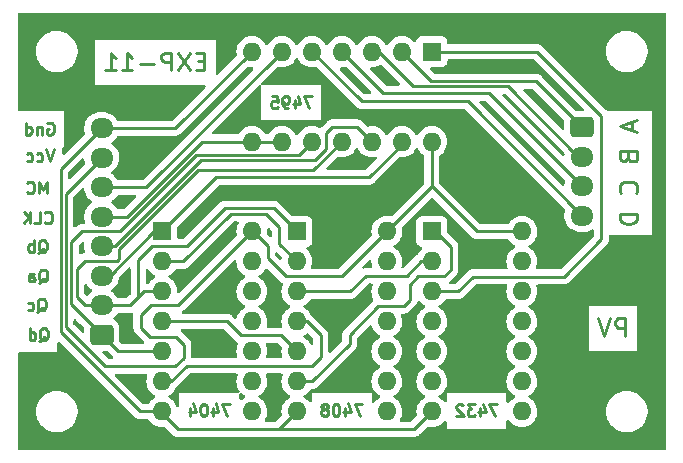
<source format=gbr>
%TF.GenerationSoftware,KiCad,Pcbnew,(6.0.6)*%
%TF.CreationDate,2022-11-12T01:05:56+05:30*%
%TF.ProjectId,exp11,65787031-312e-46b6-9963-61645f706362,rev?*%
%TF.SameCoordinates,Original*%
%TF.FileFunction,Copper,L2,Bot*%
%TF.FilePolarity,Positive*%
%FSLAX46Y46*%
G04 Gerber Fmt 4.6, Leading zero omitted, Abs format (unit mm)*
G04 Created by KiCad (PCBNEW (6.0.6)) date 2022-11-12 01:05:56*
%MOMM*%
%LPD*%
G01*
G04 APERTURE LIST*
G04 Aperture macros list*
%AMRoundRect*
0 Rectangle with rounded corners*
0 $1 Rounding radius*
0 $2 $3 $4 $5 $6 $7 $8 $9 X,Y pos of 4 corners*
0 Add a 4 corners polygon primitive as box body*
4,1,4,$2,$3,$4,$5,$6,$7,$8,$9,$2,$3,0*
0 Add four circle primitives for the rounded corners*
1,1,$1+$1,$2,$3*
1,1,$1+$1,$4,$5*
1,1,$1+$1,$6,$7*
1,1,$1+$1,$8,$9*
0 Add four rect primitives between the rounded corners*
20,1,$1+$1,$2,$3,$4,$5,0*
20,1,$1+$1,$4,$5,$6,$7,0*
20,1,$1+$1,$6,$7,$8,$9,0*
20,1,$1+$1,$8,$9,$2,$3,0*%
G04 Aperture macros list end*
%ADD10C,0.250000*%
%TA.AperFunction,NonConductor*%
%ADD11C,0.250000*%
%TD*%
%TA.AperFunction,ComponentPad*%
%ADD12R,1.600000X1.600000*%
%TD*%
%TA.AperFunction,ComponentPad*%
%ADD13O,1.600000X1.600000*%
%TD*%
%TA.AperFunction,ComponentPad*%
%ADD14RoundRect,0.250000X0.725000X-0.600000X0.725000X0.600000X-0.725000X0.600000X-0.725000X-0.600000X0*%
%TD*%
%TA.AperFunction,ComponentPad*%
%ADD15O,1.950000X1.700000*%
%TD*%
%TA.AperFunction,ComponentPad*%
%ADD16RoundRect,0.250000X-0.725000X0.600000X-0.725000X-0.600000X0.725000X-0.600000X0.725000X0.600000X0*%
%TD*%
%TA.AperFunction,Conductor*%
%ADD17C,0.250000*%
%TD*%
G04 APERTURE END LIST*
D10*
D11*
X139565714Y-111728571D02*
X139565714Y-110228571D01*
X138994285Y-110228571D01*
X138851428Y-110300000D01*
X138780000Y-110371428D01*
X138708571Y-110514285D01*
X138708571Y-110728571D01*
X138780000Y-110871428D01*
X138851428Y-110942857D01*
X138994285Y-111014285D01*
X139565714Y-111014285D01*
X138280000Y-110228571D02*
X137780000Y-111728571D01*
X137280000Y-110228571D01*
D10*
D11*
X90633333Y-99652380D02*
X90633333Y-98652380D01*
X90300000Y-99366666D01*
X89966666Y-98652380D01*
X89966666Y-99652380D01*
X88919047Y-99557142D02*
X88966666Y-99604761D01*
X89109523Y-99652380D01*
X89204761Y-99652380D01*
X89347619Y-99604761D01*
X89442857Y-99509523D01*
X89490476Y-99414285D01*
X89538095Y-99223809D01*
X89538095Y-99080952D01*
X89490476Y-98890476D01*
X89442857Y-98795238D01*
X89347619Y-98700000D01*
X89204761Y-98652380D01*
X89109523Y-98652380D01*
X88966666Y-98700000D01*
X88919047Y-98747619D01*
D10*
D11*
X90435238Y-102087142D02*
X90482857Y-102134761D01*
X90625714Y-102182380D01*
X90720952Y-102182380D01*
X90863809Y-102134761D01*
X90959047Y-102039523D01*
X91006666Y-101944285D01*
X91054285Y-101753809D01*
X91054285Y-101610952D01*
X91006666Y-101420476D01*
X90959047Y-101325238D01*
X90863809Y-101230000D01*
X90720952Y-101182380D01*
X90625714Y-101182380D01*
X90482857Y-101230000D01*
X90435238Y-101277619D01*
X89530476Y-102182380D02*
X90006666Y-102182380D01*
X90006666Y-101182380D01*
X89197142Y-102182380D02*
X89197142Y-101182380D01*
X88625714Y-102182380D02*
X89054285Y-101610952D01*
X88625714Y-101182380D02*
X89197142Y-101753809D01*
D10*
D11*
X140170000Y-93578571D02*
X140170000Y-94292857D01*
X140598571Y-93435714D02*
X139098571Y-93935714D01*
X140598571Y-94435714D01*
X139812857Y-96578571D02*
X139884285Y-96792857D01*
X139955714Y-96864285D01*
X140098571Y-96935714D01*
X140312857Y-96935714D01*
X140455714Y-96864285D01*
X140527142Y-96792857D01*
X140598571Y-96650000D01*
X140598571Y-96078571D01*
X139098571Y-96078571D01*
X139098571Y-96578571D01*
X139170000Y-96721428D01*
X139241428Y-96792857D01*
X139384285Y-96864285D01*
X139527142Y-96864285D01*
X139670000Y-96792857D01*
X139741428Y-96721428D01*
X139812857Y-96578571D01*
X139812857Y-96078571D01*
X140455714Y-99578571D02*
X140527142Y-99507142D01*
X140598571Y-99292857D01*
X140598571Y-99150000D01*
X140527142Y-98935714D01*
X140384285Y-98792857D01*
X140241428Y-98721428D01*
X139955714Y-98650000D01*
X139741428Y-98650000D01*
X139455714Y-98721428D01*
X139312857Y-98792857D01*
X139170000Y-98935714D01*
X139098571Y-99150000D01*
X139098571Y-99292857D01*
X139170000Y-99507142D01*
X139241428Y-99578571D01*
X140598571Y-101364285D02*
X139098571Y-101364285D01*
X139098571Y-101721428D01*
X139170000Y-101935714D01*
X139312857Y-102078571D01*
X139455714Y-102150000D01*
X139741428Y-102221428D01*
X139955714Y-102221428D01*
X140241428Y-102150000D01*
X140384285Y-102078571D01*
X140527142Y-101935714D01*
X140598571Y-101721428D01*
X140598571Y-101364285D01*
D10*
D11*
X89911428Y-107197619D02*
X90006666Y-107150000D01*
X90101904Y-107054761D01*
X90244761Y-106911904D01*
X90340000Y-106864285D01*
X90435238Y-106864285D01*
X90387619Y-107102380D02*
X90482857Y-107054761D01*
X90578095Y-106959523D01*
X90625714Y-106769047D01*
X90625714Y-106435714D01*
X90578095Y-106245238D01*
X90482857Y-106150000D01*
X90387619Y-106102380D01*
X90197142Y-106102380D01*
X90101904Y-106150000D01*
X90006666Y-106245238D01*
X89959047Y-106435714D01*
X89959047Y-106769047D01*
X90006666Y-106959523D01*
X90101904Y-107054761D01*
X90197142Y-107102380D01*
X90387619Y-107102380D01*
X89101904Y-107102380D02*
X89101904Y-106578571D01*
X89149523Y-106483333D01*
X89244761Y-106435714D01*
X89435238Y-106435714D01*
X89530476Y-106483333D01*
X89101904Y-107054761D02*
X89197142Y-107102380D01*
X89435238Y-107102380D01*
X89530476Y-107054761D01*
X89578095Y-106959523D01*
X89578095Y-106864285D01*
X89530476Y-106769047D01*
X89435238Y-106721428D01*
X89197142Y-106721428D01*
X89101904Y-106673809D01*
D10*
D11*
X89961428Y-112157619D02*
X90056666Y-112110000D01*
X90151904Y-112014761D01*
X90294761Y-111871904D01*
X90390000Y-111824285D01*
X90485238Y-111824285D01*
X90437619Y-112062380D02*
X90532857Y-112014761D01*
X90628095Y-111919523D01*
X90675714Y-111729047D01*
X90675714Y-111395714D01*
X90628095Y-111205238D01*
X90532857Y-111110000D01*
X90437619Y-111062380D01*
X90247142Y-111062380D01*
X90151904Y-111110000D01*
X90056666Y-111205238D01*
X90009047Y-111395714D01*
X90009047Y-111729047D01*
X90056666Y-111919523D01*
X90151904Y-112014761D01*
X90247142Y-112062380D01*
X90437619Y-112062380D01*
X89151904Y-112062380D02*
X89151904Y-111062380D01*
X89151904Y-112014761D02*
X89247142Y-112062380D01*
X89437619Y-112062380D01*
X89532857Y-112014761D01*
X89580476Y-111967142D01*
X89628095Y-111871904D01*
X89628095Y-111586190D01*
X89580476Y-111490952D01*
X89532857Y-111443333D01*
X89437619Y-111395714D01*
X89247142Y-111395714D01*
X89151904Y-111443333D01*
D10*
D11*
X89871428Y-104697619D02*
X89966666Y-104650000D01*
X90061904Y-104554761D01*
X90204761Y-104411904D01*
X90300000Y-104364285D01*
X90395238Y-104364285D01*
X90347619Y-104602380D02*
X90442857Y-104554761D01*
X90538095Y-104459523D01*
X90585714Y-104269047D01*
X90585714Y-103935714D01*
X90538095Y-103745238D01*
X90442857Y-103650000D01*
X90347619Y-103602380D01*
X90157142Y-103602380D01*
X90061904Y-103650000D01*
X89966666Y-103745238D01*
X89919047Y-103935714D01*
X89919047Y-104269047D01*
X89966666Y-104459523D01*
X90061904Y-104554761D01*
X90157142Y-104602380D01*
X90347619Y-104602380D01*
X89490476Y-104602380D02*
X89490476Y-103602380D01*
X89490476Y-103983333D02*
X89395238Y-103935714D01*
X89204761Y-103935714D01*
X89109523Y-103983333D01*
X89061904Y-104030952D01*
X89014285Y-104126190D01*
X89014285Y-104411904D01*
X89061904Y-104507142D01*
X89109523Y-104554761D01*
X89204761Y-104602380D01*
X89395238Y-104602380D01*
X89490476Y-104554761D01*
D10*
D11*
X90642857Y-93710000D02*
X90738095Y-93662380D01*
X90880952Y-93662380D01*
X91023809Y-93710000D01*
X91119047Y-93805238D01*
X91166666Y-93900476D01*
X91214285Y-94090952D01*
X91214285Y-94233809D01*
X91166666Y-94424285D01*
X91119047Y-94519523D01*
X91023809Y-94614761D01*
X90880952Y-94662380D01*
X90785714Y-94662380D01*
X90642857Y-94614761D01*
X90595238Y-94567142D01*
X90595238Y-94233809D01*
X90785714Y-94233809D01*
X90166666Y-93995714D02*
X90166666Y-94662380D01*
X90166666Y-94090952D02*
X90119047Y-94043333D01*
X90023809Y-93995714D01*
X89880952Y-93995714D01*
X89785714Y-94043333D01*
X89738095Y-94138571D01*
X89738095Y-94662380D01*
X88833333Y-94662380D02*
X88833333Y-93662380D01*
X88833333Y-94614761D02*
X88928571Y-94662380D01*
X89119047Y-94662380D01*
X89214285Y-94614761D01*
X89261904Y-94567142D01*
X89309523Y-94471904D01*
X89309523Y-94186190D01*
X89261904Y-94090952D01*
X89214285Y-94043333D01*
X89119047Y-93995714D01*
X88928571Y-93995714D01*
X88833333Y-94043333D01*
D10*
D11*
X103922857Y-88452857D02*
X103422857Y-88452857D01*
X103208571Y-89238571D02*
X103922857Y-89238571D01*
X103922857Y-87738571D01*
X103208571Y-87738571D01*
X102708571Y-87738571D02*
X101708571Y-89238571D01*
X101708571Y-87738571D02*
X102708571Y-89238571D01*
X101137142Y-89238571D02*
X101137142Y-87738571D01*
X100565714Y-87738571D01*
X100422857Y-87810000D01*
X100351428Y-87881428D01*
X100280000Y-88024285D01*
X100280000Y-88238571D01*
X100351428Y-88381428D01*
X100422857Y-88452857D01*
X100565714Y-88524285D01*
X101137142Y-88524285D01*
X99637142Y-88667142D02*
X98494285Y-88667142D01*
X96994285Y-89238571D02*
X97851428Y-89238571D01*
X97422857Y-89238571D02*
X97422857Y-87738571D01*
X97565714Y-87952857D01*
X97708571Y-88095714D01*
X97851428Y-88167142D01*
X95565714Y-89238571D02*
X96422857Y-89238571D01*
X95994285Y-89238571D02*
X95994285Y-87738571D01*
X96137142Y-87952857D01*
X96280000Y-88095714D01*
X96422857Y-88167142D01*
D10*
D11*
X89797619Y-109647619D02*
X89892857Y-109600000D01*
X89988095Y-109504761D01*
X90130952Y-109361904D01*
X90226190Y-109314285D01*
X90321428Y-109314285D01*
X90273809Y-109552380D02*
X90369047Y-109504761D01*
X90464285Y-109409523D01*
X90511904Y-109219047D01*
X90511904Y-108885714D01*
X90464285Y-108695238D01*
X90369047Y-108600000D01*
X90273809Y-108552380D01*
X90083333Y-108552380D01*
X89988095Y-108600000D01*
X89892857Y-108695238D01*
X89845238Y-108885714D01*
X89845238Y-109219047D01*
X89892857Y-109409523D01*
X89988095Y-109504761D01*
X90083333Y-109552380D01*
X90273809Y-109552380D01*
X88988095Y-109504761D02*
X89083333Y-109552380D01*
X89273809Y-109552380D01*
X89369047Y-109504761D01*
X89416666Y-109457142D01*
X89464285Y-109361904D01*
X89464285Y-109076190D01*
X89416666Y-108980952D01*
X89369047Y-108933333D01*
X89273809Y-108885714D01*
X89083333Y-108885714D01*
X88988095Y-108933333D01*
D10*
D11*
X91180476Y-95922380D02*
X90847142Y-96922380D01*
X90513809Y-95922380D01*
X89751904Y-96874761D02*
X89847142Y-96922380D01*
X90037619Y-96922380D01*
X90132857Y-96874761D01*
X90180476Y-96827142D01*
X90228095Y-96731904D01*
X90228095Y-96446190D01*
X90180476Y-96350952D01*
X90132857Y-96303333D01*
X90037619Y-96255714D01*
X89847142Y-96255714D01*
X89751904Y-96303333D01*
X88894761Y-96874761D02*
X88990000Y-96922380D01*
X89180476Y-96922380D01*
X89275714Y-96874761D01*
X89323333Y-96827142D01*
X89370952Y-96731904D01*
X89370952Y-96446190D01*
X89323333Y-96350952D01*
X89275714Y-96303333D01*
X89180476Y-96255714D01*
X88990000Y-96255714D01*
X88894761Y-96303333D01*
D10*
%TO.C,U1*%
D11*
X128741904Y-117502380D02*
X128075238Y-117502380D01*
X128503809Y-118502380D01*
X127265714Y-117835714D02*
X127265714Y-118502380D01*
X127503809Y-117454761D02*
X127741904Y-118169047D01*
X127122857Y-118169047D01*
X126837142Y-117502380D02*
X126218095Y-117502380D01*
X126551428Y-117883333D01*
X126408571Y-117883333D01*
X126313333Y-117930952D01*
X126265714Y-117978571D01*
X126218095Y-118073809D01*
X126218095Y-118311904D01*
X126265714Y-118407142D01*
X126313333Y-118454761D01*
X126408571Y-118502380D01*
X126694285Y-118502380D01*
X126789523Y-118454761D01*
X126837142Y-118407142D01*
X125837142Y-117597619D02*
X125789523Y-117550000D01*
X125694285Y-117502380D01*
X125456190Y-117502380D01*
X125360952Y-117550000D01*
X125313333Y-117597619D01*
X125265714Y-117692857D01*
X125265714Y-117788095D01*
X125313333Y-117930952D01*
X125884761Y-118502380D01*
X125265714Y-118502380D01*
D10*
%TO.C,U4*%
D11*
X113071904Y-91422380D02*
X112405238Y-91422380D01*
X112833809Y-92422380D01*
X111595714Y-91755714D02*
X111595714Y-92422380D01*
X111833809Y-91374761D02*
X112071904Y-92089047D01*
X111452857Y-92089047D01*
X111024285Y-92422380D02*
X110833809Y-92422380D01*
X110738571Y-92374761D01*
X110690952Y-92327142D01*
X110595714Y-92184285D01*
X110548095Y-91993809D01*
X110548095Y-91612857D01*
X110595714Y-91517619D01*
X110643333Y-91470000D01*
X110738571Y-91422380D01*
X110929047Y-91422380D01*
X111024285Y-91470000D01*
X111071904Y-91517619D01*
X111119523Y-91612857D01*
X111119523Y-91850952D01*
X111071904Y-91946190D01*
X111024285Y-91993809D01*
X110929047Y-92041428D01*
X110738571Y-92041428D01*
X110643333Y-91993809D01*
X110595714Y-91946190D01*
X110548095Y-91850952D01*
X109643333Y-91422380D02*
X110119523Y-91422380D01*
X110167142Y-91898571D01*
X110119523Y-91850952D01*
X110024285Y-91803333D01*
X109786190Y-91803333D01*
X109690952Y-91850952D01*
X109643333Y-91898571D01*
X109595714Y-91993809D01*
X109595714Y-92231904D01*
X109643333Y-92327142D01*
X109690952Y-92374761D01*
X109786190Y-92422380D01*
X110024285Y-92422380D01*
X110119523Y-92374761D01*
X110167142Y-92327142D01*
D10*
%TO.C,U3*%
D11*
X106121904Y-117472380D02*
X105455238Y-117472380D01*
X105883809Y-118472380D01*
X104645714Y-117805714D02*
X104645714Y-118472380D01*
X104883809Y-117424761D02*
X105121904Y-118139047D01*
X104502857Y-118139047D01*
X103931428Y-117472380D02*
X103836190Y-117472380D01*
X103740952Y-117520000D01*
X103693333Y-117567619D01*
X103645714Y-117662857D01*
X103598095Y-117853333D01*
X103598095Y-118091428D01*
X103645714Y-118281904D01*
X103693333Y-118377142D01*
X103740952Y-118424761D01*
X103836190Y-118472380D01*
X103931428Y-118472380D01*
X104026666Y-118424761D01*
X104074285Y-118377142D01*
X104121904Y-118281904D01*
X104169523Y-118091428D01*
X104169523Y-117853333D01*
X104121904Y-117662857D01*
X104074285Y-117567619D01*
X104026666Y-117520000D01*
X103931428Y-117472380D01*
X102740952Y-117805714D02*
X102740952Y-118472380D01*
X102979047Y-117424761D02*
X103217142Y-118139047D01*
X102598095Y-118139047D01*
D10*
%TO.C,U2*%
D11*
X117321904Y-117472380D02*
X116655238Y-117472380D01*
X117083809Y-118472380D01*
X115845714Y-117805714D02*
X115845714Y-118472380D01*
X116083809Y-117424761D02*
X116321904Y-118139047D01*
X115702857Y-118139047D01*
X115131428Y-117472380D02*
X115036190Y-117472380D01*
X114940952Y-117520000D01*
X114893333Y-117567619D01*
X114845714Y-117662857D01*
X114798095Y-117853333D01*
X114798095Y-118091428D01*
X114845714Y-118281904D01*
X114893333Y-118377142D01*
X114940952Y-118424761D01*
X115036190Y-118472380D01*
X115131428Y-118472380D01*
X115226666Y-118424761D01*
X115274285Y-118377142D01*
X115321904Y-118281904D01*
X115369523Y-118091428D01*
X115369523Y-117853333D01*
X115321904Y-117662857D01*
X115274285Y-117567619D01*
X115226666Y-117520000D01*
X115131428Y-117472380D01*
X114226666Y-117900952D02*
X114321904Y-117853333D01*
X114369523Y-117805714D01*
X114417142Y-117710476D01*
X114417142Y-117662857D01*
X114369523Y-117567619D01*
X114321904Y-117520000D01*
X114226666Y-117472380D01*
X114036190Y-117472380D01*
X113940952Y-117520000D01*
X113893333Y-117567619D01*
X113845714Y-117662857D01*
X113845714Y-117710476D01*
X113893333Y-117805714D01*
X113940952Y-117853333D01*
X114036190Y-117900952D01*
X114226666Y-117900952D01*
X114321904Y-117948571D01*
X114369523Y-117996190D01*
X114417142Y-118091428D01*
X114417142Y-118281904D01*
X114369523Y-118377142D01*
X114321904Y-118424761D01*
X114226666Y-118472380D01*
X114036190Y-118472380D01*
X113940952Y-118424761D01*
X113893333Y-118377142D01*
X113845714Y-118281904D01*
X113845714Y-118091428D01*
X113893333Y-117996190D01*
X113940952Y-117948571D01*
X114036190Y-117900952D01*
%TD*%
D12*
%TO.P,U1,1*%
%TO.N,Net-(U1-Pad1)*%
X123200000Y-102865000D03*
D13*
%TO.P,U1,2*%
%TO.N,Net-(U2-Pad3)*%
X123200000Y-105405000D03*
%TO.P,U1,3*%
%TO.N,Net-(U1-Pad3)*%
X123200000Y-107945000D03*
%TO.P,U1,4*%
%TO.N,N/C*%
X123200000Y-110485000D03*
%TO.P,U1,5*%
X123200000Y-113025000D03*
%TO.P,U1,6*%
X123200000Y-115565000D03*
%TO.P,U1,7,Gnd*%
%TO.N,GND*%
X123200000Y-118105000D03*
%TO.P,U1,8*%
%TO.N,N/C*%
X130820000Y-118105000D03*
%TO.P,U1,9*%
X130820000Y-115565000D03*
%TO.P,U1,10*%
X130820000Y-113025000D03*
%TO.P,U1,11*%
X130820000Y-110485000D03*
%TO.P,U1,12*%
X130820000Y-107945000D03*
%TO.P,U1,13*%
X130820000Y-105405000D03*
%TO.P,U1,14,Vcc*%
%TO.N,VCC*%
X130820000Y-102865000D03*
%TD*%
D14*
%TO.P,J2,1,Pin_1*%
%TO.N,QD*%
X95250000Y-111620000D03*
D15*
%TO.P,J2,2,Pin_2*%
%TO.N,QC*%
X95250000Y-109120000D03*
%TO.P,J2,3,Pin_3*%
%TO.N,QA*%
X95250000Y-106620000D03*
%TO.P,J2,4,Pin_4*%
%TO.N,QB*%
X95250000Y-104120000D03*
%TO.P,J2,5,Pin_5*%
%TO.N,CLK*%
X95250000Y-101620000D03*
%TO.P,J2,6,Pin_6*%
%TO.N,MC*%
X95250000Y-99120000D03*
%TO.P,J2,7,Pin_7*%
%TO.N,VCC*%
X95250000Y-96620000D03*
%TO.P,J2,8,Pin_8*%
%TO.N,GND*%
X95250000Y-94120000D03*
%TD*%
D16*
%TO.P,J1,1,Pin_1*%
%TO.N,A*%
X135897500Y-94040000D03*
D15*
%TO.P,J1,2,Pin_2*%
%TO.N,B*%
X135897500Y-96540000D03*
%TO.P,J1,3,Pin_3*%
%TO.N,C*%
X135897500Y-99040000D03*
%TO.P,J1,4,Pin_4*%
%TO.N,D*%
X135897500Y-101540000D03*
%TD*%
D12*
%TO.P,U4,1,Ser*%
%TO.N,Net-(U1-Pad3)*%
X123195000Y-87640000D03*
D13*
%TO.P,U4,2,P0*%
%TO.N,A*%
X120655000Y-87640000D03*
%TO.P,U4,3,P1*%
%TO.N,B*%
X118115000Y-87640000D03*
%TO.P,U4,4,P2*%
%TO.N,C*%
X115575000Y-87640000D03*
%TO.P,U4,5,P3*%
%TO.N,D*%
X113035000Y-87640000D03*
%TO.P,U4,6,Mode*%
%TO.N,MC*%
X110495000Y-87640000D03*
%TO.P,U4,7,GND*%
%TO.N,GND*%
X107955000Y-87640000D03*
%TO.P,U4,8,~{CK2}*%
%TO.N,CLK*%
X107955000Y-95260000D03*
%TO.P,U4,9,~{CK1}*%
X110495000Y-95260000D03*
%TO.P,U4,10,Q3*%
%TO.N,QD*%
X113035000Y-95260000D03*
%TO.P,U4,11,Q2*%
%TO.N,QC*%
X115575000Y-95260000D03*
%TO.P,U4,12,Q1*%
%TO.N,QB*%
X118115000Y-95260000D03*
%TO.P,U4,13,Q0*%
%TO.N,QA*%
X120655000Y-95260000D03*
%TO.P,U4,14,VCC*%
%TO.N,VCC*%
X123195000Y-95260000D03*
%TD*%
D12*
%TO.P,U3,1*%
%TO.N,QA*%
X100340000Y-102865000D03*
D13*
%TO.P,U3,2*%
%TO.N,Net-(U2-Pad2)*%
X100340000Y-105405000D03*
%TO.P,U3,3*%
%TO.N,QC*%
X100340000Y-107945000D03*
%TO.P,U3,4*%
%TO.N,Net-(U2-Pad5)*%
X100340000Y-110485000D03*
%TO.P,U3,5*%
%TO.N,QD*%
X100340000Y-113025000D03*
%TO.P,U3,6*%
%TO.N,Net-(U2-Pad4)*%
X100340000Y-115565000D03*
%TO.P,U3,7,Gnd*%
%TO.N,GND*%
X100340000Y-118105000D03*
%TO.P,U3,8*%
%TO.N,N/C*%
X107960000Y-118105000D03*
%TO.P,U3,9*%
X107960000Y-115565000D03*
%TO.P,U3,10*%
X107960000Y-113025000D03*
%TO.P,U3,11*%
X107960000Y-110485000D03*
%TO.P,U3,12*%
X107960000Y-107945000D03*
%TO.P,U3,13*%
X107960000Y-105405000D03*
%TO.P,U3,14,Vcc*%
%TO.N,VCC*%
X107960000Y-102865000D03*
%TD*%
D12*
%TO.P,U2,1*%
%TO.N,QC*%
X111770000Y-102865000D03*
D13*
%TO.P,U2,2*%
%TO.N,Net-(U2-Pad2)*%
X111770000Y-105405000D03*
%TO.P,U2,3*%
%TO.N,Net-(U2-Pad3)*%
X111770000Y-107945000D03*
%TO.P,U2,4*%
%TO.N,Net-(U2-Pad4)*%
X111770000Y-110485000D03*
%TO.P,U2,5*%
%TO.N,Net-(U2-Pad5)*%
X111770000Y-113025000D03*
%TO.P,U2,6*%
%TO.N,Net-(U1-Pad1)*%
X111770000Y-115565000D03*
%TO.P,U2,7,Gnd*%
%TO.N,GND*%
X111770000Y-118105000D03*
%TO.P,U2,8*%
%TO.N,N/C*%
X119390000Y-118105000D03*
%TO.P,U2,9*%
X119390000Y-115565000D03*
%TO.P,U2,10*%
X119390000Y-113025000D03*
%TO.P,U2,11*%
X119390000Y-110485000D03*
%TO.P,U2,12*%
X119390000Y-107945000D03*
%TO.P,U2,13*%
X119390000Y-105405000D03*
%TO.P,U2,14,Vcc*%
%TO.N,VCC*%
X119390000Y-102865000D03*
%TD*%
D17*
%TO.N,D*%
X117255000Y-91860000D02*
X126217500Y-91860000D01*
X126217500Y-91860000D02*
X135897500Y-101540000D01*
X113035000Y-87640000D02*
X117255000Y-91860000D01*
%TO.N,C*%
X128017500Y-91160000D02*
X135897500Y-99040000D01*
X115575000Y-87640000D02*
X119095000Y-91160000D01*
X119095000Y-91160000D02*
X128017500Y-91160000D01*
%TO.N,B*%
X121640000Y-90590000D02*
X129660000Y-90590000D01*
X129660000Y-90590000D02*
X135610000Y-96540000D01*
X118690000Y-87640000D02*
X121640000Y-90590000D01*
X118115000Y-87640000D02*
X118690000Y-87640000D01*
X135610000Y-96540000D02*
X135897500Y-96540000D01*
%TO.N,A*%
X131997500Y-90140000D02*
X135897500Y-94040000D01*
X123155000Y-90140000D02*
X131997500Y-90140000D01*
X120655000Y-87640000D02*
X123155000Y-90140000D01*
%TO.N,CLK*%
X97390000Y-101620000D02*
X103750000Y-95260000D01*
X95250000Y-101620000D02*
X97390000Y-101620000D01*
X107955000Y-95260000D02*
X110495000Y-95260000D01*
X103750000Y-95260000D02*
X107955000Y-95260000D01*
%TO.N,MC*%
X99015000Y-99120000D02*
X110495000Y-87640000D01*
X95250000Y-99120000D02*
X99015000Y-99120000D01*
%TO.N,QA*%
X117890000Y-98270000D02*
X120655000Y-95505000D01*
X95250000Y-106620000D02*
X95920000Y-106620000D01*
X99675000Y-102865000D02*
X100340000Y-102865000D01*
X100340000Y-102865000D02*
X104935000Y-98270000D01*
X120655000Y-95505000D02*
X120655000Y-95260000D01*
X104935000Y-98270000D02*
X117890000Y-98270000D01*
X95920000Y-106620000D02*
X99675000Y-102865000D01*
%TO.N,QB*%
X113180000Y-96840000D02*
X113280000Y-96840000D01*
X114250000Y-95870000D02*
X114250000Y-94530000D01*
X114770000Y-94010000D02*
X116865000Y-94010000D01*
X96345000Y-104120000D02*
X103630000Y-96835000D01*
X113175000Y-96835000D02*
X113180000Y-96840000D01*
X113280000Y-96840000D02*
X114250000Y-95870000D01*
X116865000Y-94010000D02*
X118115000Y-95260000D01*
X103630000Y-96835000D02*
X113175000Y-96835000D01*
X95250000Y-104120000D02*
X96345000Y-104120000D01*
X114250000Y-94530000D02*
X114770000Y-94010000D01*
%TO.N,QC*%
X96540000Y-105360000D02*
X93790000Y-105360000D01*
X100340000Y-107945000D02*
X98825000Y-107945000D01*
X109825000Y-100920000D02*
X105650000Y-100920000D01*
X102470000Y-104100000D02*
X99540000Y-104100000D01*
X93820000Y-109120000D02*
X95250000Y-109120000D01*
X111770000Y-102865000D02*
X109825000Y-100920000D01*
X93120000Y-108420000D02*
X93820000Y-109120000D01*
X98340000Y-108430000D02*
X97650000Y-109120000D01*
X115575000Y-95260000D02*
X113155000Y-97680000D01*
X98340000Y-105300000D02*
X98340000Y-108430000D01*
X103421396Y-97680000D02*
X96710000Y-104391396D01*
X99540000Y-104100000D02*
X98340000Y-105300000D01*
X93790000Y-105360000D02*
X93120000Y-106030000D01*
X97650000Y-109120000D02*
X95250000Y-109120000D01*
X98825000Y-107945000D02*
X98340000Y-108430000D01*
X105650000Y-100920000D02*
X102470000Y-104100000D01*
X113155000Y-97680000D02*
X103421396Y-97680000D01*
X93120000Y-106030000D02*
X93120000Y-108420000D01*
X96710000Y-105190000D02*
X96540000Y-105360000D01*
X96710000Y-104391396D02*
X96710000Y-105190000D01*
%TO.N,QD*%
X92670000Y-103780000D02*
X92670000Y-109040000D01*
X96655000Y-113025000D02*
X100340000Y-113025000D01*
X93580000Y-102870000D02*
X92670000Y-103780000D01*
X103261396Y-96385000D02*
X96776396Y-102870000D01*
X95250000Y-111620000D02*
X96655000Y-113025000D01*
X96776396Y-102870000D02*
X93580000Y-102870000D01*
X92670000Y-109040000D02*
X95250000Y-111620000D01*
X113035000Y-95260000D02*
X111910000Y-96385000D01*
X111910000Y-96385000D02*
X103261396Y-96385000D01*
%TO.N,VCC*%
X115585000Y-106670000D02*
X110830000Y-106670000D01*
X102200000Y-113560000D02*
X102200000Y-112450000D01*
X98570000Y-111030000D02*
X98570000Y-109930000D01*
X95530000Y-114290000D02*
X101470000Y-114290000D01*
X95250000Y-96620000D02*
X92210000Y-99660000D01*
X108065000Y-102865000D02*
X107960000Y-102865000D01*
X99330000Y-111790000D02*
X98570000Y-111030000D01*
X127000000Y-102865000D02*
X130820000Y-102865000D01*
X99380000Y-109120000D02*
X101705000Y-109120000D01*
X98570000Y-109930000D02*
X99380000Y-109120000D01*
X123195000Y-99060000D02*
X119390000Y-102865000D01*
X92210000Y-110970000D02*
X95530000Y-114290000D01*
X101470000Y-114290000D02*
X102200000Y-113560000D01*
X119390000Y-102865000D02*
X115585000Y-106670000D01*
X101705000Y-109120000D02*
X107960000Y-102865000D01*
X110830000Y-106670000D02*
X109290000Y-105130000D01*
X123195000Y-95260000D02*
X123195000Y-99060000D01*
X109290000Y-105130000D02*
X109290000Y-104090000D01*
X101540000Y-111790000D02*
X99330000Y-111790000D01*
X92210000Y-99660000D02*
X92210000Y-110970000D01*
X102200000Y-112450000D02*
X101540000Y-111790000D01*
X123195000Y-99060000D02*
X127000000Y-102865000D01*
X109290000Y-104090000D02*
X108065000Y-102865000D01*
%TO.N,GND*%
X98455000Y-118105000D02*
X100340000Y-118105000D01*
X100340000Y-118270000D02*
X101690000Y-119620000D01*
X95250000Y-94120000D02*
X91760000Y-97610000D01*
X95250000Y-94120000D02*
X101475000Y-94120000D01*
X91760000Y-111410000D02*
X98455000Y-118105000D01*
X110290000Y-119585000D02*
X110290000Y-119620000D01*
X121685000Y-119620000D02*
X123200000Y-118105000D01*
X91760000Y-97610000D02*
X91760000Y-111410000D01*
X111770000Y-118105000D02*
X110290000Y-119585000D01*
X110290000Y-119620000D02*
X121685000Y-119620000D01*
X101475000Y-94120000D02*
X107955000Y-87640000D01*
X100340000Y-118105000D02*
X100340000Y-118270000D01*
X101690000Y-119620000D02*
X110290000Y-119620000D01*
%TO.N,Net-(U1-Pad1)*%
X121360000Y-108650000D02*
X121360000Y-107370000D01*
X116240000Y-111610000D02*
X118670000Y-109180000D01*
X111770000Y-115565000D02*
X113055000Y-115565000D01*
X122050000Y-106680000D02*
X124230000Y-106680000D01*
X118670000Y-109180000D02*
X120830000Y-109180000D01*
X121360000Y-107370000D02*
X122050000Y-106680000D01*
X120830000Y-109180000D02*
X121360000Y-108650000D01*
X124230000Y-106680000D02*
X124810000Y-106100000D01*
X116240000Y-112380000D02*
X116240000Y-111610000D01*
X124810000Y-104170000D02*
X123505000Y-102865000D01*
X124810000Y-106100000D02*
X124810000Y-104170000D01*
X123505000Y-102865000D02*
X123200000Y-102865000D01*
X113055000Y-115565000D02*
X116240000Y-112380000D01*
%TO.N,Net-(U1-Pad3)*%
X123195000Y-87640000D02*
X132110000Y-87640000D01*
X125425000Y-107945000D02*
X123200000Y-107945000D01*
X126680000Y-106690000D02*
X125425000Y-107945000D01*
X134370000Y-106690000D02*
X126680000Y-106690000D01*
X132110000Y-87640000D02*
X137560000Y-93090000D01*
X137560000Y-103500000D02*
X134370000Y-106690000D01*
X137560000Y-93090000D02*
X137560000Y-103500000D01*
%TO.N,Net-(U2-Pad2)*%
X100340000Y-105405000D02*
X102165000Y-105405000D01*
X110270000Y-102520000D02*
X110270000Y-103905000D01*
X102165000Y-105405000D02*
X106200000Y-101370000D01*
X110270000Y-103905000D02*
X111770000Y-105405000D01*
X109120000Y-101370000D02*
X110270000Y-102520000D01*
X106200000Y-101370000D02*
X109120000Y-101370000D01*
%TO.N,Net-(U2-Pad4)*%
X112605000Y-110485000D02*
X113790000Y-111670000D01*
X113060000Y-114250000D02*
X102460000Y-114250000D01*
X111770000Y-110485000D02*
X112605000Y-110485000D01*
X102460000Y-114250000D02*
X101145000Y-115565000D01*
X113790000Y-113520000D02*
X113060000Y-114250000D01*
X113790000Y-111670000D02*
X113790000Y-113520000D01*
X101145000Y-115565000D02*
X100340000Y-115565000D01*
%TO.N,Net-(U2-Pad5)*%
X107040000Y-111670000D02*
X110415000Y-111670000D01*
X105855000Y-110485000D02*
X107040000Y-111670000D01*
X110415000Y-111670000D02*
X111770000Y-113025000D01*
X100340000Y-110485000D02*
X105855000Y-110485000D01*
%TO.N,Net-(U2-Pad3)*%
X111770000Y-107945000D02*
X116285000Y-107945000D01*
X121060000Y-106630000D02*
X122285000Y-105405000D01*
X117600000Y-106630000D02*
X121060000Y-106630000D01*
X116285000Y-107945000D02*
X117600000Y-106630000D01*
X122285000Y-105405000D02*
X123200000Y-105405000D01*
%TD*%
%TA.AperFunction,NonConductor*%
G36*
X118915303Y-88766920D02*
G01*
X118940538Y-88786443D01*
X120465500Y-90311405D01*
X120499526Y-90373717D01*
X120494461Y-90444532D01*
X120451914Y-90501368D01*
X120385394Y-90526179D01*
X120376405Y-90526500D01*
X119409594Y-90526500D01*
X119341473Y-90506498D01*
X119320499Y-90489595D01*
X117997494Y-89166589D01*
X117963468Y-89104277D01*
X117968533Y-89033461D01*
X118011080Y-88976626D01*
X118077600Y-88951815D01*
X118097572Y-88951974D01*
X118109515Y-88953019D01*
X118109525Y-88953019D01*
X118115000Y-88953498D01*
X118343087Y-88933543D01*
X118348400Y-88932119D01*
X118348402Y-88932119D01*
X118558933Y-88875707D01*
X118558935Y-88875706D01*
X118564243Y-88874284D01*
X118569225Y-88871961D01*
X118766762Y-88779849D01*
X118766767Y-88779846D01*
X118771749Y-88777523D01*
X118779170Y-88772327D01*
X118780661Y-88771824D01*
X118781019Y-88771617D01*
X118781061Y-88771689D01*
X118846442Y-88749637D01*
X118915303Y-88766920D01*
G37*
%TD.AperFunction*%
%TA.AperFunction,NonConductor*%
G36*
X115937517Y-88918230D02*
G01*
X115988248Y-88949152D01*
X118050500Y-91011405D01*
X118084526Y-91073717D01*
X118079461Y-91144533D01*
X118036914Y-91201368D01*
X117970394Y-91226179D01*
X117961405Y-91226500D01*
X117569595Y-91226500D01*
X117501474Y-91206498D01*
X117480500Y-91189595D01*
X115457494Y-89166589D01*
X115423468Y-89104277D01*
X115428533Y-89033462D01*
X115471080Y-88976626D01*
X115537600Y-88951815D01*
X115557572Y-88951974D01*
X115569515Y-88953019D01*
X115569525Y-88953019D01*
X115575000Y-88953498D01*
X115803087Y-88933543D01*
X115808398Y-88932120D01*
X115808409Y-88932118D01*
X115866541Y-88916541D01*
X115937517Y-88918230D01*
G37*
%TD.AperFunction*%
%TA.AperFunction,NonConductor*%
G36*
X131863527Y-88293502D02*
G01*
X131884501Y-88310405D01*
X136040500Y-92466405D01*
X136074526Y-92528717D01*
X136069461Y-92599533D01*
X136026914Y-92656368D01*
X135960394Y-92681179D01*
X135951405Y-92681500D01*
X135487094Y-92681500D01*
X135418973Y-92661498D01*
X135397999Y-92644595D01*
X133959903Y-91206498D01*
X132501152Y-89747747D01*
X132493612Y-89739461D01*
X132489500Y-89732982D01*
X132439848Y-89686356D01*
X132437007Y-89683602D01*
X132417270Y-89663865D01*
X132414073Y-89661385D01*
X132405051Y-89653680D01*
X132378600Y-89628841D01*
X132372821Y-89623414D01*
X132365875Y-89619595D01*
X132365872Y-89619593D01*
X132355066Y-89613652D01*
X132338547Y-89602801D01*
X132334242Y-89599462D01*
X132322541Y-89590386D01*
X132315272Y-89587241D01*
X132315268Y-89587238D01*
X132281963Y-89572826D01*
X132271313Y-89567609D01*
X132232560Y-89546305D01*
X132212937Y-89541267D01*
X132194234Y-89534863D01*
X132182920Y-89529967D01*
X132182919Y-89529967D01*
X132175645Y-89526819D01*
X132167822Y-89525580D01*
X132167812Y-89525577D01*
X132131976Y-89519901D01*
X132120356Y-89517495D01*
X132085211Y-89508472D01*
X132085210Y-89508472D01*
X132077530Y-89506500D01*
X132057276Y-89506500D01*
X132037565Y-89504949D01*
X132025386Y-89503020D01*
X132017557Y-89501780D01*
X132009665Y-89502526D01*
X131973539Y-89505941D01*
X131961681Y-89506500D01*
X123469594Y-89506500D01*
X123401473Y-89486498D01*
X123380499Y-89469595D01*
X123074499Y-89163595D01*
X123040473Y-89101283D01*
X123045538Y-89030468D01*
X123088085Y-88973632D01*
X123154605Y-88948821D01*
X123163594Y-88948500D01*
X124043134Y-88948500D01*
X124105316Y-88941745D01*
X124241705Y-88890615D01*
X124358261Y-88803261D01*
X124445615Y-88686705D01*
X124496745Y-88550316D01*
X124503500Y-88488134D01*
X124503500Y-88399500D01*
X124523502Y-88331379D01*
X124577158Y-88284886D01*
X124629500Y-88273500D01*
X131795406Y-88273500D01*
X131863527Y-88293502D01*
G37*
%TD.AperFunction*%
%TA.AperFunction,NonConductor*%
G36*
X131751027Y-90793502D02*
G01*
X131772001Y-90810405D01*
X134377095Y-93415500D01*
X134411121Y-93477812D01*
X134414000Y-93504595D01*
X134414000Y-94143906D01*
X134393998Y-94212027D01*
X134340342Y-94258520D01*
X134270068Y-94268624D01*
X134205488Y-94239130D01*
X134198905Y-94233001D01*
X130954500Y-90988595D01*
X130920474Y-90926283D01*
X130925539Y-90855467D01*
X130968086Y-90798632D01*
X131034606Y-90773821D01*
X131043595Y-90773500D01*
X131682906Y-90773500D01*
X131751027Y-90793502D01*
G37*
%TD.AperFunction*%
%TA.AperFunction,NonConductor*%
G36*
X129413527Y-91243502D02*
G01*
X129434501Y-91260405D01*
X134394617Y-96220521D01*
X134428643Y-96282833D01*
X134430430Y-96326171D01*
X134422904Y-96382956D01*
X134394125Y-96447858D01*
X134334826Y-96486898D01*
X134263834Y-96487681D01*
X134208901Y-96455496D01*
X129192000Y-91438595D01*
X129157974Y-91376283D01*
X129163039Y-91305468D01*
X129205586Y-91248632D01*
X129272106Y-91223821D01*
X129281095Y-91223500D01*
X129345406Y-91223500D01*
X129413527Y-91243502D01*
G37*
%TD.AperFunction*%
%TA.AperFunction,NonConductor*%
G36*
X116913959Y-95825339D02*
G01*
X116959195Y-95877543D01*
X116975151Y-95911762D01*
X116975154Y-95911767D01*
X116977477Y-95916749D01*
X117108802Y-96104300D01*
X117270700Y-96266198D01*
X117275208Y-96269355D01*
X117275211Y-96269357D01*
X117275671Y-96269679D01*
X117458251Y-96397523D01*
X117463233Y-96399846D01*
X117463238Y-96399849D01*
X117660775Y-96491961D01*
X117665757Y-96494284D01*
X117671065Y-96495706D01*
X117671067Y-96495707D01*
X117881598Y-96552119D01*
X117881600Y-96552119D01*
X117886913Y-96553543D01*
X118115000Y-96573498D01*
X118343087Y-96553543D01*
X118348400Y-96552119D01*
X118348402Y-96552119D01*
X118390839Y-96540748D01*
X118461816Y-96542438D01*
X118520611Y-96582232D01*
X118548559Y-96647497D01*
X118536785Y-96717510D01*
X118512545Y-96751550D01*
X117664500Y-97599595D01*
X117602188Y-97633621D01*
X117575405Y-97636500D01*
X114398594Y-97636500D01*
X114330473Y-97616498D01*
X114283980Y-97562842D01*
X114273876Y-97492568D01*
X114303370Y-97427988D01*
X114309499Y-97421405D01*
X115161752Y-96569152D01*
X115224064Y-96535126D01*
X115283459Y-96536541D01*
X115341591Y-96552118D01*
X115341602Y-96552120D01*
X115346913Y-96553543D01*
X115575000Y-96573498D01*
X115803087Y-96553543D01*
X115808400Y-96552119D01*
X115808402Y-96552119D01*
X116018933Y-96495707D01*
X116018935Y-96495706D01*
X116024243Y-96494284D01*
X116029225Y-96491961D01*
X116226762Y-96399849D01*
X116226767Y-96399846D01*
X116231749Y-96397523D01*
X116414329Y-96269679D01*
X116414789Y-96269357D01*
X116414792Y-96269355D01*
X116419300Y-96266198D01*
X116581198Y-96104300D01*
X116712523Y-95916749D01*
X116714846Y-95911767D01*
X116714849Y-95911762D01*
X116730805Y-95877543D01*
X116777722Y-95824258D01*
X116845999Y-95804797D01*
X116913959Y-95825339D01*
G37*
%TD.AperFunction*%
%TA.AperFunction,NonConductor*%
G36*
X93690678Y-96679392D02*
G01*
X93747514Y-96721939D01*
X93771587Y-96781798D01*
X93771751Y-96786158D01*
X93819093Y-97011791D01*
X93821053Y-97016753D01*
X93829265Y-97037547D01*
X93835685Y-97108253D01*
X93801169Y-97172926D01*
X92608595Y-98365500D01*
X92546283Y-98399526D01*
X92475468Y-98394461D01*
X92418632Y-98351914D01*
X92393821Y-98285394D01*
X92393500Y-98276405D01*
X92393500Y-97924594D01*
X92413502Y-97856473D01*
X92430405Y-97835499D01*
X93557551Y-96708353D01*
X93619863Y-96674327D01*
X93690678Y-96679392D01*
G37*
%TD.AperFunction*%
%TA.AperFunction,NonConductor*%
G36*
X107663459Y-88916541D02*
G01*
X107721591Y-88932118D01*
X107721602Y-88932120D01*
X107726913Y-88933543D01*
X107955000Y-88953498D01*
X107960475Y-88953019D01*
X107960486Y-88953019D01*
X107972430Y-88951974D01*
X108042035Y-88965962D01*
X108093027Y-89015361D01*
X108109218Y-89084487D01*
X108085466Y-89151393D01*
X108072507Y-89166589D01*
X98789500Y-98449595D01*
X98727188Y-98483621D01*
X98700405Y-98486500D01*
X96650596Y-98486500D01*
X96582475Y-98466498D01*
X96542877Y-98425866D01*
X96526894Y-98399526D01*
X96476623Y-98316683D01*
X96325523Y-98142555D01*
X96283970Y-98108484D01*
X96151373Y-97999760D01*
X96151367Y-97999756D01*
X96147245Y-97996376D01*
X96115750Y-97978448D01*
X96066445Y-97927368D01*
X96052583Y-97857738D01*
X96078566Y-97791667D01*
X96107716Y-97764427D01*
X96156903Y-97731312D01*
X96229319Y-97682559D01*
X96396135Y-97523424D01*
X96533754Y-97338458D01*
X96638240Y-97132949D01*
X96645909Y-97108253D01*
X96705024Y-96917871D01*
X96706607Y-96912773D01*
X96723388Y-96786158D01*
X96736198Y-96689511D01*
X96736198Y-96689506D01*
X96736898Y-96684226D01*
X96736527Y-96674327D01*
X96731354Y-96536541D01*
X96728249Y-96453842D01*
X96680907Y-96228209D01*
X96596224Y-96013779D01*
X96534319Y-95911762D01*
X96479390Y-95821243D01*
X96476623Y-95816683D01*
X96390940Y-95717942D01*
X96329023Y-95646588D01*
X96329021Y-95646586D01*
X96325523Y-95642555D01*
X96283970Y-95608484D01*
X96151373Y-95499760D01*
X96151367Y-95499756D01*
X96147245Y-95496376D01*
X96115750Y-95478448D01*
X96066445Y-95427368D01*
X96052583Y-95357738D01*
X96078566Y-95291667D01*
X96107716Y-95264427D01*
X96123398Y-95253870D01*
X96229319Y-95182559D01*
X96396135Y-95023424D01*
X96533754Y-94838458D01*
X96536170Y-94833706D01*
X96536175Y-94833698D01*
X96541922Y-94822394D01*
X96590625Y-94770737D01*
X96654238Y-94753500D01*
X101396233Y-94753500D01*
X101407416Y-94754027D01*
X101414909Y-94755702D01*
X101422835Y-94755453D01*
X101422836Y-94755453D01*
X101482986Y-94753562D01*
X101486945Y-94753500D01*
X101514856Y-94753500D01*
X101518791Y-94753003D01*
X101518856Y-94752995D01*
X101530693Y-94752062D01*
X101562951Y-94751048D01*
X101566970Y-94750922D01*
X101574889Y-94750673D01*
X101594343Y-94745021D01*
X101613700Y-94741013D01*
X101625930Y-94739468D01*
X101625931Y-94739468D01*
X101633797Y-94738474D01*
X101641168Y-94735555D01*
X101641170Y-94735555D01*
X101674912Y-94722196D01*
X101686142Y-94718351D01*
X101720983Y-94708229D01*
X101720984Y-94708229D01*
X101728593Y-94706018D01*
X101735412Y-94701985D01*
X101735417Y-94701983D01*
X101746028Y-94695707D01*
X101763776Y-94687012D01*
X101782617Y-94679552D01*
X101818387Y-94653564D01*
X101828307Y-94647048D01*
X101859535Y-94628580D01*
X101859538Y-94628578D01*
X101866362Y-94624542D01*
X101880683Y-94610221D01*
X101895717Y-94597380D01*
X101905694Y-94590131D01*
X101912107Y-94585472D01*
X101940298Y-94551395D01*
X101948288Y-94542616D01*
X107541752Y-88949152D01*
X107604064Y-88915126D01*
X107663459Y-88916541D01*
G37*
%TD.AperFunction*%
%TA.AperFunction,NonConductor*%
G36*
X127771027Y-91813502D02*
G01*
X127792001Y-91830405D01*
X134450577Y-98488982D01*
X134484603Y-98551294D01*
X134481814Y-98615441D01*
X134440893Y-98747227D01*
X134440192Y-98752513D01*
X134440192Y-98752515D01*
X134422904Y-98882956D01*
X134394125Y-98947858D01*
X134334826Y-98986898D01*
X134263833Y-98987681D01*
X134208901Y-98955496D01*
X127262000Y-92008595D01*
X127227974Y-91946283D01*
X127233039Y-91875468D01*
X127275586Y-91818632D01*
X127342106Y-91793821D01*
X127351095Y-91793500D01*
X127702906Y-91793500D01*
X127771027Y-91813502D01*
G37*
%TD.AperFunction*%
%TA.AperFunction,NonConductor*%
G36*
X98124526Y-99773502D02*
G01*
X98171019Y-99827158D01*
X98181123Y-99897432D01*
X98151629Y-99962012D01*
X98145500Y-99968595D01*
X97164500Y-100949595D01*
X97102188Y-100983621D01*
X97075405Y-100986500D01*
X96650596Y-100986500D01*
X96582475Y-100966498D01*
X96542877Y-100925866D01*
X96525519Y-100897260D01*
X96476623Y-100816683D01*
X96389755Y-100716576D01*
X96329023Y-100646588D01*
X96329021Y-100646586D01*
X96325523Y-100642555D01*
X96283970Y-100608484D01*
X96151373Y-100499760D01*
X96151367Y-100499756D01*
X96147245Y-100496376D01*
X96115750Y-100478448D01*
X96066445Y-100427368D01*
X96052583Y-100357738D01*
X96078566Y-100291667D01*
X96107716Y-100264427D01*
X96156903Y-100231312D01*
X96229319Y-100182559D01*
X96396135Y-100023424D01*
X96533754Y-99838458D01*
X96536170Y-99833706D01*
X96536175Y-99833698D01*
X96541922Y-99822394D01*
X96590625Y-99770737D01*
X96654238Y-99753500D01*
X98056405Y-99753500D01*
X98124526Y-99773502D01*
G37*
%TD.AperFunction*%
%TA.AperFunction,NonConductor*%
G36*
X93690678Y-99179392D02*
G01*
X93747514Y-99221939D01*
X93771587Y-99281798D01*
X93771751Y-99286158D01*
X93819093Y-99511791D01*
X93903776Y-99726221D01*
X94023377Y-99923317D01*
X94026874Y-99927347D01*
X94113438Y-100027103D01*
X94174477Y-100097445D01*
X94178608Y-100100832D01*
X94348627Y-100240240D01*
X94348633Y-100240244D01*
X94352755Y-100243624D01*
X94384250Y-100261552D01*
X94433555Y-100312632D01*
X94447417Y-100382262D01*
X94421434Y-100448333D01*
X94392284Y-100475573D01*
X94270681Y-100557441D01*
X94103865Y-100716576D01*
X93966246Y-100901542D01*
X93963830Y-100906293D01*
X93963828Y-100906297D01*
X93933221Y-100966498D01*
X93861760Y-101107051D01*
X93860178Y-101112145D01*
X93860177Y-101112148D01*
X93798115Y-101312020D01*
X93793393Y-101327227D01*
X93792692Y-101332516D01*
X93765657Y-101536498D01*
X93763102Y-101555774D01*
X93763302Y-101561103D01*
X93763302Y-101561105D01*
X93765862Y-101629293D01*
X93771751Y-101786158D01*
X93819093Y-102011791D01*
X93839798Y-102064220D01*
X93846216Y-102134923D01*
X93813389Y-102197875D01*
X93751739Y-102233086D01*
X93722606Y-102236500D01*
X93658763Y-102236500D01*
X93647579Y-102235973D01*
X93640091Y-102234299D01*
X93632168Y-102234548D01*
X93572033Y-102236438D01*
X93568075Y-102236500D01*
X93540144Y-102236500D01*
X93536229Y-102236995D01*
X93536225Y-102236995D01*
X93536167Y-102237003D01*
X93536138Y-102237006D01*
X93524296Y-102237939D01*
X93480110Y-102239327D01*
X93462744Y-102244372D01*
X93460658Y-102244978D01*
X93441306Y-102248986D01*
X93434235Y-102249880D01*
X93421203Y-102251526D01*
X93413834Y-102254443D01*
X93413832Y-102254444D01*
X93380097Y-102267800D01*
X93368869Y-102271645D01*
X93326407Y-102283982D01*
X93319585Y-102288016D01*
X93319579Y-102288019D01*
X93308968Y-102294294D01*
X93291218Y-102302990D01*
X93279756Y-102307528D01*
X93279751Y-102307531D01*
X93272383Y-102310448D01*
X93265968Y-102315109D01*
X93236625Y-102336427D01*
X93226707Y-102342943D01*
X93226075Y-102343317D01*
X93188637Y-102365458D01*
X93174313Y-102379782D01*
X93159281Y-102392621D01*
X93142893Y-102404528D01*
X93133604Y-102415757D01*
X93114712Y-102438593D01*
X93106722Y-102447373D01*
X93058595Y-102495500D01*
X92996283Y-102529526D01*
X92925468Y-102524461D01*
X92868632Y-102481914D01*
X92843821Y-102415394D01*
X92843500Y-102406405D01*
X92843500Y-99974594D01*
X92863502Y-99906473D01*
X92880405Y-99885499D01*
X93557551Y-99208353D01*
X93619863Y-99174327D01*
X93690678Y-99179392D01*
G37*
%TD.AperFunction*%
%TA.AperFunction,NonConductor*%
G36*
X109460367Y-102608508D02*
G01*
X109475563Y-102621467D01*
X109599595Y-102745499D01*
X109633621Y-102807811D01*
X109636500Y-102834594D01*
X109636500Y-103236404D01*
X109616498Y-103304525D01*
X109562842Y-103351018D01*
X109492568Y-103361122D01*
X109427988Y-103331628D01*
X109421405Y-103325499D01*
X109289834Y-103193928D01*
X109255808Y-103131616D01*
X109255054Y-103093219D01*
X109253543Y-103093087D01*
X109273019Y-102870475D01*
X109273498Y-102865000D01*
X109260947Y-102721543D01*
X109274936Y-102651939D01*
X109324335Y-102600947D01*
X109393461Y-102584756D01*
X109460367Y-102608508D01*
G37*
%TD.AperFunction*%
%TA.AperFunction,NonConductor*%
G36*
X93705651Y-103744419D02*
G01*
X93762487Y-103786966D01*
X93787298Y-103853486D01*
X93786527Y-103879030D01*
X93767737Y-104020805D01*
X93763102Y-104055774D01*
X93763302Y-104061103D01*
X93763302Y-104061105D01*
X93765467Y-104118767D01*
X93771751Y-104286158D01*
X93819093Y-104511791D01*
X93836577Y-104556064D01*
X93842995Y-104626767D01*
X93810168Y-104689719D01*
X93748518Y-104724930D01*
X93723345Y-104728282D01*
X93698030Y-104729078D01*
X93690110Y-104729327D01*
X93675746Y-104733500D01*
X93670658Y-104734978D01*
X93651306Y-104738986D01*
X93644235Y-104739880D01*
X93631203Y-104741526D01*
X93623834Y-104744443D01*
X93623832Y-104744444D01*
X93590097Y-104757800D01*
X93578869Y-104761645D01*
X93536407Y-104773982D01*
X93529584Y-104778017D01*
X93529582Y-104778018D01*
X93518972Y-104784293D01*
X93501224Y-104792988D01*
X93482383Y-104800448D01*
X93481858Y-104799124D01*
X93420871Y-104812574D01*
X93354280Y-104787954D01*
X93311571Y-104731240D01*
X93303500Y-104686870D01*
X93303500Y-104094594D01*
X93323502Y-104026473D01*
X93340405Y-104005499D01*
X93572524Y-103773380D01*
X93634836Y-103739354D01*
X93705651Y-103744419D01*
G37*
%TD.AperFunction*%
%TA.AperFunction,NonConductor*%
G36*
X110132012Y-104663370D02*
G01*
X110138595Y-104669499D01*
X110460848Y-104991752D01*
X110494874Y-105054064D01*
X110493459Y-105113460D01*
X110481453Y-105158265D01*
X110444501Y-105218887D01*
X110380640Y-105249908D01*
X110310146Y-105241478D01*
X110270651Y-105214747D01*
X110169365Y-105113460D01*
X109960404Y-104904499D01*
X109926379Y-104842187D01*
X109923500Y-104815404D01*
X109923500Y-104758594D01*
X109943502Y-104690473D01*
X109997158Y-104643980D01*
X110067432Y-104633876D01*
X110132012Y-104663370D01*
G37*
%TD.AperFunction*%
%TA.AperFunction,NonConductor*%
G36*
X117996538Y-105258532D02*
G01*
X118053374Y-105301079D01*
X118078185Y-105367599D01*
X118078026Y-105387570D01*
X118076981Y-105399514D01*
X118076981Y-105399525D01*
X118076502Y-105405000D01*
X118096457Y-105633087D01*
X118097881Y-105638400D01*
X118097881Y-105638402D01*
X118151334Y-105837889D01*
X118149644Y-105908865D01*
X118109850Y-105967661D01*
X118044586Y-105995609D01*
X118029627Y-105996500D01*
X117678767Y-105996500D01*
X117667584Y-105995973D01*
X117660091Y-105994298D01*
X117652165Y-105994547D01*
X117652164Y-105994547D01*
X117592001Y-105996438D01*
X117588043Y-105996500D01*
X117560144Y-105996500D01*
X117556154Y-105997004D01*
X117544320Y-105997936D01*
X117500111Y-105999326D01*
X117492497Y-106001538D01*
X117492492Y-106001539D01*
X117480659Y-106004977D01*
X117461167Y-106009004D01*
X117460720Y-106009060D01*
X117390641Y-105997681D01*
X117337839Y-105950221D01*
X117319078Y-105881748D01*
X117340314Y-105814002D01*
X117355962Y-105794942D01*
X117863411Y-105287493D01*
X117925723Y-105253467D01*
X117996538Y-105258532D01*
G37*
%TD.AperFunction*%
%TA.AperFunction,NonConductor*%
G36*
X121993959Y-95825339D02*
G01*
X122039195Y-95877543D01*
X122055151Y-95911762D01*
X122055154Y-95911767D01*
X122057477Y-95916749D01*
X122188802Y-96104300D01*
X122350700Y-96266198D01*
X122355208Y-96269355D01*
X122355211Y-96269357D01*
X122507771Y-96376181D01*
X122552099Y-96431638D01*
X122561500Y-96479394D01*
X122561500Y-98745406D01*
X122541498Y-98813527D01*
X122524595Y-98834501D01*
X119803248Y-101555848D01*
X119740936Y-101589874D01*
X119681541Y-101588459D01*
X119623409Y-101572882D01*
X119623398Y-101572880D01*
X119618087Y-101571457D01*
X119390000Y-101551502D01*
X119161913Y-101571457D01*
X119156600Y-101572881D01*
X119156598Y-101572881D01*
X118946067Y-101629293D01*
X118946065Y-101629294D01*
X118940757Y-101630716D01*
X118935776Y-101633039D01*
X118935775Y-101633039D01*
X118738238Y-101725151D01*
X118738233Y-101725154D01*
X118733251Y-101727477D01*
X118657060Y-101780827D01*
X118550211Y-101855643D01*
X118550208Y-101855645D01*
X118545700Y-101858802D01*
X118383802Y-102020700D01*
X118380645Y-102025208D01*
X118380643Y-102025211D01*
X118325902Y-102103389D01*
X118252477Y-102208251D01*
X118250154Y-102213233D01*
X118250151Y-102213238D01*
X118166503Y-102392624D01*
X118155716Y-102415757D01*
X118154294Y-102421065D01*
X118154293Y-102421067D01*
X118106094Y-102600947D01*
X118096457Y-102636913D01*
X118076502Y-102865000D01*
X118096457Y-103093087D01*
X118097880Y-103098398D01*
X118097882Y-103098409D01*
X118113459Y-103156541D01*
X118111770Y-103227517D01*
X118080848Y-103278248D01*
X116715115Y-104643980D01*
X115359500Y-105999595D01*
X115297188Y-106033621D01*
X115270405Y-106036500D01*
X113117076Y-106036500D01*
X113048955Y-106016498D01*
X113002462Y-105962842D01*
X112992358Y-105892568D01*
X113000687Y-105864618D01*
X113000078Y-105864396D01*
X113001957Y-105859232D01*
X113004284Y-105854243D01*
X113063543Y-105633087D01*
X113083498Y-105405000D01*
X113063543Y-105176913D01*
X113046541Y-105113460D01*
X113005707Y-104961067D01*
X113005706Y-104961065D01*
X113004284Y-104955757D01*
X113001961Y-104950775D01*
X112909849Y-104753238D01*
X112909846Y-104753233D01*
X112907523Y-104748251D01*
X112776198Y-104560700D01*
X112614300Y-104398802D01*
X112609789Y-104395643D01*
X112605576Y-104392108D01*
X112606527Y-104390974D01*
X112566529Y-104340929D01*
X112559224Y-104270310D01*
X112591258Y-104206951D01*
X112652462Y-104170970D01*
X112669517Y-104167918D01*
X112680316Y-104166745D01*
X112816705Y-104115615D01*
X112933261Y-104028261D01*
X113020615Y-103911705D01*
X113071745Y-103775316D01*
X113078500Y-103713134D01*
X113078500Y-102016866D01*
X113071745Y-101954684D01*
X113020615Y-101818295D01*
X112933261Y-101701739D01*
X112816705Y-101614385D01*
X112680316Y-101563255D01*
X112618134Y-101556500D01*
X111409595Y-101556500D01*
X111341474Y-101536498D01*
X111320500Y-101519595D01*
X110328652Y-100527747D01*
X110321112Y-100519461D01*
X110317000Y-100512982D01*
X110267348Y-100466356D01*
X110264507Y-100463602D01*
X110244770Y-100443865D01*
X110241573Y-100441385D01*
X110232551Y-100433680D01*
X110227235Y-100428688D01*
X110200321Y-100403414D01*
X110193375Y-100399595D01*
X110193372Y-100399593D01*
X110182566Y-100393652D01*
X110166047Y-100382801D01*
X110165352Y-100382262D01*
X110150041Y-100370386D01*
X110142772Y-100367241D01*
X110142768Y-100367238D01*
X110109463Y-100352826D01*
X110098813Y-100347609D01*
X110060060Y-100326305D01*
X110040437Y-100321267D01*
X110021734Y-100314863D01*
X110010420Y-100309967D01*
X110010419Y-100309967D01*
X110003145Y-100306819D01*
X109995322Y-100305580D01*
X109995312Y-100305577D01*
X109959476Y-100299901D01*
X109947856Y-100297495D01*
X109912711Y-100288472D01*
X109912710Y-100288472D01*
X109905030Y-100286500D01*
X109884776Y-100286500D01*
X109865065Y-100284949D01*
X109852886Y-100283020D01*
X109845057Y-100281780D01*
X109815786Y-100284547D01*
X109801039Y-100285941D01*
X109789181Y-100286500D01*
X105728767Y-100286500D01*
X105717584Y-100285973D01*
X105710091Y-100284298D01*
X105702165Y-100284547D01*
X105702164Y-100284547D01*
X105642014Y-100286438D01*
X105638055Y-100286500D01*
X105610144Y-100286500D01*
X105606210Y-100286997D01*
X105606209Y-100286997D01*
X105606144Y-100287005D01*
X105594307Y-100287938D01*
X105562490Y-100288938D01*
X105558029Y-100289078D01*
X105550110Y-100289327D01*
X105532454Y-100294456D01*
X105530658Y-100294978D01*
X105511306Y-100298986D01*
X105504235Y-100299880D01*
X105491203Y-100301526D01*
X105483834Y-100304443D01*
X105483832Y-100304444D01*
X105450097Y-100317800D01*
X105438869Y-100321645D01*
X105396407Y-100333982D01*
X105389584Y-100338017D01*
X105389582Y-100338018D01*
X105378972Y-100344293D01*
X105361224Y-100352988D01*
X105342383Y-100360448D01*
X105335967Y-100365110D01*
X105335966Y-100365110D01*
X105306613Y-100386436D01*
X105296693Y-100392952D01*
X105265465Y-100411420D01*
X105265462Y-100411422D01*
X105258638Y-100415458D01*
X105244317Y-100429779D01*
X105229284Y-100442619D01*
X105212893Y-100454528D01*
X105204217Y-100465016D01*
X105184702Y-100488605D01*
X105176712Y-100497384D01*
X102244500Y-103429595D01*
X102182188Y-103463621D01*
X102155405Y-103466500D01*
X101774500Y-103466500D01*
X101706379Y-103446498D01*
X101659886Y-103392842D01*
X101648500Y-103340500D01*
X101648500Y-102504594D01*
X101668502Y-102436473D01*
X101685405Y-102415499D01*
X105160499Y-98940405D01*
X105222811Y-98906379D01*
X105249594Y-98903500D01*
X117811233Y-98903500D01*
X117822416Y-98904027D01*
X117829909Y-98905702D01*
X117837835Y-98905453D01*
X117837836Y-98905453D01*
X117897986Y-98903562D01*
X117901945Y-98903500D01*
X117929856Y-98903500D01*
X117933791Y-98903003D01*
X117933856Y-98902995D01*
X117945693Y-98902062D01*
X117977951Y-98901048D01*
X117981970Y-98900922D01*
X117989889Y-98900673D01*
X118009343Y-98895021D01*
X118028700Y-98891013D01*
X118040930Y-98889468D01*
X118040931Y-98889468D01*
X118048797Y-98888474D01*
X118056168Y-98885555D01*
X118056170Y-98885555D01*
X118089912Y-98872196D01*
X118101142Y-98868351D01*
X118135983Y-98858229D01*
X118135984Y-98858229D01*
X118143593Y-98856018D01*
X118150412Y-98851985D01*
X118150417Y-98851983D01*
X118161028Y-98845707D01*
X118178776Y-98837012D01*
X118197617Y-98829552D01*
X118233387Y-98803564D01*
X118243307Y-98797048D01*
X118274535Y-98778580D01*
X118274538Y-98778578D01*
X118281362Y-98774542D01*
X118295683Y-98760221D01*
X118310717Y-98747380D01*
X118320694Y-98740131D01*
X118327107Y-98735472D01*
X118355298Y-98701395D01*
X118363288Y-98692616D01*
X120454744Y-96601160D01*
X120517056Y-96567134D01*
X120554820Y-96564734D01*
X120649525Y-96573019D01*
X120655000Y-96573498D01*
X120883087Y-96553543D01*
X120888400Y-96552119D01*
X120888402Y-96552119D01*
X121098933Y-96495707D01*
X121098935Y-96495706D01*
X121104243Y-96494284D01*
X121109225Y-96491961D01*
X121306762Y-96399849D01*
X121306767Y-96399846D01*
X121311749Y-96397523D01*
X121494329Y-96269679D01*
X121494789Y-96269357D01*
X121494792Y-96269355D01*
X121499300Y-96266198D01*
X121661198Y-96104300D01*
X121792523Y-95916749D01*
X121794846Y-95911767D01*
X121794849Y-95911762D01*
X121810805Y-95877543D01*
X121857722Y-95824258D01*
X121925999Y-95804797D01*
X121993959Y-95825339D01*
G37*
%TD.AperFunction*%
%TA.AperFunction,NonConductor*%
G36*
X111833959Y-88205339D02*
G01*
X111879195Y-88257543D01*
X111895151Y-88291762D01*
X111895154Y-88291767D01*
X111897477Y-88296749D01*
X112028802Y-88484300D01*
X112190700Y-88646198D01*
X112195208Y-88649355D01*
X112195211Y-88649357D01*
X112236542Y-88678297D01*
X112378251Y-88777523D01*
X112383233Y-88779846D01*
X112383238Y-88779849D01*
X112580775Y-88871961D01*
X112585757Y-88874284D01*
X112591065Y-88875706D01*
X112591067Y-88875707D01*
X112801598Y-88932119D01*
X112801600Y-88932119D01*
X112806913Y-88933543D01*
X113035000Y-88953498D01*
X113263087Y-88933543D01*
X113268398Y-88932120D01*
X113268409Y-88932118D01*
X113326541Y-88916541D01*
X113397517Y-88918230D01*
X113448248Y-88949152D01*
X116751343Y-92252247D01*
X116758887Y-92260537D01*
X116763000Y-92267018D01*
X116768777Y-92272443D01*
X116812667Y-92313658D01*
X116815509Y-92316413D01*
X116835230Y-92336134D01*
X116838425Y-92338612D01*
X116847447Y-92346318D01*
X116879679Y-92376586D01*
X116886628Y-92380406D01*
X116897432Y-92386346D01*
X116913956Y-92397199D01*
X116929959Y-92409613D01*
X116970543Y-92427176D01*
X116981173Y-92432383D01*
X117019940Y-92453695D01*
X117027617Y-92455666D01*
X117027622Y-92455668D01*
X117039558Y-92458732D01*
X117058266Y-92465137D01*
X117076855Y-92473181D01*
X117084683Y-92474421D01*
X117084690Y-92474423D01*
X117120524Y-92480099D01*
X117132144Y-92482505D01*
X117167289Y-92491528D01*
X117174970Y-92493500D01*
X117195224Y-92493500D01*
X117214934Y-92495051D01*
X117234943Y-92498220D01*
X117242835Y-92497474D01*
X117278961Y-92494059D01*
X117290819Y-92493500D01*
X125902906Y-92493500D01*
X125971027Y-92513502D01*
X125992001Y-92530405D01*
X134450577Y-100988981D01*
X134484603Y-101051293D01*
X134481814Y-101115441D01*
X134440893Y-101247227D01*
X134410602Y-101475774D01*
X134419251Y-101706158D01*
X134420346Y-101711377D01*
X134434918Y-101780827D01*
X134466593Y-101931791D01*
X134468551Y-101936750D01*
X134468552Y-101936752D01*
X134524002Y-102077158D01*
X134551276Y-102146221D01*
X134554043Y-102150780D01*
X134554044Y-102150783D01*
X134634872Y-102283982D01*
X134670877Y-102343317D01*
X134674374Y-102347347D01*
X134810826Y-102504594D01*
X134821977Y-102517445D01*
X134826108Y-102520832D01*
X134996127Y-102660240D01*
X134996133Y-102660244D01*
X135000255Y-102663624D01*
X135004891Y-102666263D01*
X135004894Y-102666265D01*
X135061360Y-102698407D01*
X135200614Y-102777675D01*
X135417325Y-102856337D01*
X135422574Y-102857286D01*
X135422577Y-102857287D01*
X135640108Y-102896623D01*
X135640115Y-102896624D01*
X135644192Y-102897361D01*
X135661914Y-102898197D01*
X135666856Y-102898430D01*
X135666863Y-102898430D01*
X135668344Y-102898500D01*
X136080390Y-102898500D01*
X136147309Y-102892822D01*
X136246909Y-102884371D01*
X136246913Y-102884370D01*
X136252220Y-102883920D01*
X136257375Y-102882582D01*
X136257381Y-102882581D01*
X136470203Y-102827343D01*
X136470207Y-102827342D01*
X136475372Y-102826001D01*
X136480238Y-102823809D01*
X136480241Y-102823808D01*
X136680702Y-102733507D01*
X136685575Y-102731312D01*
X136730132Y-102701314D01*
X136797812Y-102679863D01*
X136866344Y-102698407D01*
X136913971Y-102751058D01*
X136926500Y-102805834D01*
X136926500Y-103185405D01*
X136906498Y-103253526D01*
X136889595Y-103274500D01*
X134144500Y-106019595D01*
X134082188Y-106053621D01*
X134055405Y-106056500D01*
X132157750Y-106056500D01*
X132089629Y-106036498D01*
X132043136Y-105982842D01*
X132033032Y-105912568D01*
X132043556Y-105877249D01*
X132051958Y-105859232D01*
X132051961Y-105859225D01*
X132054284Y-105854243D01*
X132113543Y-105633087D01*
X132133498Y-105405000D01*
X132113543Y-105176913D01*
X132096541Y-105113460D01*
X132055707Y-104961067D01*
X132055706Y-104961065D01*
X132054284Y-104955757D01*
X132051961Y-104950775D01*
X131959849Y-104753238D01*
X131959846Y-104753233D01*
X131957523Y-104748251D01*
X131826198Y-104560700D01*
X131664300Y-104398802D01*
X131659792Y-104395645D01*
X131659789Y-104395643D01*
X131581611Y-104340902D01*
X131476749Y-104267477D01*
X131471767Y-104265154D01*
X131471762Y-104265151D01*
X131437543Y-104249195D01*
X131384258Y-104202278D01*
X131364797Y-104134001D01*
X131385339Y-104066041D01*
X131437543Y-104020805D01*
X131471762Y-104004849D01*
X131471767Y-104004846D01*
X131476749Y-104002523D01*
X131636824Y-103890437D01*
X131659789Y-103874357D01*
X131659792Y-103874355D01*
X131664300Y-103871198D01*
X131826198Y-103709300D01*
X131878591Y-103634476D01*
X131930896Y-103559776D01*
X131957523Y-103521749D01*
X131959846Y-103516767D01*
X131959849Y-103516762D01*
X132051961Y-103319225D01*
X132051961Y-103319224D01*
X132054284Y-103314243D01*
X132067039Y-103266643D01*
X132112119Y-103098402D01*
X132112119Y-103098400D01*
X132113543Y-103093087D01*
X132133498Y-102865000D01*
X132113543Y-102636913D01*
X132103906Y-102600947D01*
X132055707Y-102421067D01*
X132055706Y-102421065D01*
X132054284Y-102415757D01*
X132043497Y-102392624D01*
X131959849Y-102213238D01*
X131959846Y-102213233D01*
X131957523Y-102208251D01*
X131884098Y-102103389D01*
X131829357Y-102025211D01*
X131829355Y-102025208D01*
X131826198Y-102020700D01*
X131664300Y-101858802D01*
X131659792Y-101855645D01*
X131659789Y-101855643D01*
X131552940Y-101780827D01*
X131476749Y-101727477D01*
X131471767Y-101725154D01*
X131471762Y-101725151D01*
X131274225Y-101633039D01*
X131274224Y-101633039D01*
X131269243Y-101630716D01*
X131263935Y-101629294D01*
X131263933Y-101629293D01*
X131053402Y-101572881D01*
X131053400Y-101572881D01*
X131048087Y-101571457D01*
X130820000Y-101551502D01*
X130591913Y-101571457D01*
X130586600Y-101572881D01*
X130586598Y-101572881D01*
X130376067Y-101629293D01*
X130376065Y-101629294D01*
X130370757Y-101630716D01*
X130365776Y-101633039D01*
X130365775Y-101633039D01*
X130168238Y-101725151D01*
X130168233Y-101725154D01*
X130163251Y-101727477D01*
X130087060Y-101780827D01*
X129980211Y-101855643D01*
X129980208Y-101855645D01*
X129975700Y-101858802D01*
X129813802Y-102020700D01*
X129810645Y-102025208D01*
X129810643Y-102025211D01*
X129703819Y-102177771D01*
X129648362Y-102222099D01*
X129600606Y-102231500D01*
X127314594Y-102231500D01*
X127246473Y-102211498D01*
X127225499Y-102194595D01*
X123865405Y-98834500D01*
X123831379Y-98772188D01*
X123828500Y-98745405D01*
X123828500Y-96479394D01*
X123848502Y-96411273D01*
X123882229Y-96376181D01*
X124034789Y-96269357D01*
X124034792Y-96269355D01*
X124039300Y-96266198D01*
X124201198Y-96104300D01*
X124332523Y-95916749D01*
X124334846Y-95911767D01*
X124334849Y-95911762D01*
X124426961Y-95714225D01*
X124426961Y-95714224D01*
X124429284Y-95709243D01*
X124432444Y-95697452D01*
X124487119Y-95493402D01*
X124487119Y-95493400D01*
X124488543Y-95488087D01*
X124508498Y-95260000D01*
X124488543Y-95031913D01*
X124487119Y-95026598D01*
X124430707Y-94816067D01*
X124430706Y-94816065D01*
X124429284Y-94810757D01*
X124426961Y-94805775D01*
X124334849Y-94608238D01*
X124334846Y-94608233D01*
X124332523Y-94603251D01*
X124201198Y-94415700D01*
X124039300Y-94253802D01*
X124034792Y-94250645D01*
X124034789Y-94250643D01*
X123956611Y-94195902D01*
X123851749Y-94122477D01*
X123846767Y-94120154D01*
X123846762Y-94120151D01*
X123649225Y-94028039D01*
X123649224Y-94028039D01*
X123644243Y-94025716D01*
X123638935Y-94024294D01*
X123638933Y-94024293D01*
X123428402Y-93967881D01*
X123428400Y-93967881D01*
X123423087Y-93966457D01*
X123195000Y-93946502D01*
X122966913Y-93966457D01*
X122961600Y-93967881D01*
X122961598Y-93967881D01*
X122751067Y-94024293D01*
X122751065Y-94024294D01*
X122745757Y-94025716D01*
X122740776Y-94028039D01*
X122740775Y-94028039D01*
X122543238Y-94120151D01*
X122543233Y-94120154D01*
X122538251Y-94122477D01*
X122433389Y-94195902D01*
X122355211Y-94250643D01*
X122355208Y-94250645D01*
X122350700Y-94253802D01*
X122188802Y-94415700D01*
X122057477Y-94603251D01*
X122055154Y-94608233D01*
X122055151Y-94608238D01*
X122039195Y-94642457D01*
X121992278Y-94695742D01*
X121924001Y-94715203D01*
X121856041Y-94694661D01*
X121810805Y-94642457D01*
X121794849Y-94608238D01*
X121794846Y-94608233D01*
X121792523Y-94603251D01*
X121661198Y-94415700D01*
X121499300Y-94253802D01*
X121494792Y-94250645D01*
X121494789Y-94250643D01*
X121416611Y-94195902D01*
X121311749Y-94122477D01*
X121306767Y-94120154D01*
X121306762Y-94120151D01*
X121109225Y-94028039D01*
X121109224Y-94028039D01*
X121104243Y-94025716D01*
X121098935Y-94024294D01*
X121098933Y-94024293D01*
X120888402Y-93967881D01*
X120888400Y-93967881D01*
X120883087Y-93966457D01*
X120655000Y-93946502D01*
X120426913Y-93966457D01*
X120421600Y-93967881D01*
X120421598Y-93967881D01*
X120211067Y-94024293D01*
X120211065Y-94024294D01*
X120205757Y-94025716D01*
X120200776Y-94028039D01*
X120200775Y-94028039D01*
X120003238Y-94120151D01*
X120003233Y-94120154D01*
X119998251Y-94122477D01*
X119893389Y-94195902D01*
X119815211Y-94250643D01*
X119815208Y-94250645D01*
X119810700Y-94253802D01*
X119648802Y-94415700D01*
X119517477Y-94603251D01*
X119515154Y-94608233D01*
X119515151Y-94608238D01*
X119499195Y-94642457D01*
X119452278Y-94695742D01*
X119384001Y-94715203D01*
X119316041Y-94694661D01*
X119270805Y-94642457D01*
X119254849Y-94608238D01*
X119254846Y-94608233D01*
X119252523Y-94603251D01*
X119121198Y-94415700D01*
X118959300Y-94253802D01*
X118954792Y-94250645D01*
X118954789Y-94250643D01*
X118876611Y-94195902D01*
X118771749Y-94122477D01*
X118766767Y-94120154D01*
X118766762Y-94120151D01*
X118569225Y-94028039D01*
X118569224Y-94028039D01*
X118564243Y-94025716D01*
X118558935Y-94024294D01*
X118558933Y-94024293D01*
X118348402Y-93967881D01*
X118348400Y-93967881D01*
X118343087Y-93966457D01*
X118115000Y-93946502D01*
X117886913Y-93966457D01*
X117881608Y-93967879D01*
X117881594Y-93967881D01*
X117823461Y-93983459D01*
X117752484Y-93981771D01*
X117701752Y-93950848D01*
X117368647Y-93617742D01*
X117361113Y-93609463D01*
X117357000Y-93602982D01*
X117307348Y-93556356D01*
X117304507Y-93553602D01*
X117284770Y-93533865D01*
X117281573Y-93531385D01*
X117272551Y-93523680D01*
X117259122Y-93511069D01*
X117240321Y-93493414D01*
X117233375Y-93489595D01*
X117233372Y-93489593D01*
X117222566Y-93483652D01*
X117206047Y-93472801D01*
X117203725Y-93471000D01*
X117190041Y-93460386D01*
X117182772Y-93457241D01*
X117182768Y-93457238D01*
X117149463Y-93442826D01*
X117138813Y-93437609D01*
X117100060Y-93416305D01*
X117080437Y-93411267D01*
X117061734Y-93404863D01*
X117050420Y-93399967D01*
X117050419Y-93399967D01*
X117043145Y-93396819D01*
X117035322Y-93395580D01*
X117035312Y-93395577D01*
X116999476Y-93389901D01*
X116987856Y-93387495D01*
X116952711Y-93378472D01*
X116952710Y-93378472D01*
X116945030Y-93376500D01*
X116924776Y-93376500D01*
X116905065Y-93374949D01*
X116892886Y-93373020D01*
X116885057Y-93371780D01*
X116855786Y-93374547D01*
X116841039Y-93375941D01*
X116829181Y-93376500D01*
X114848767Y-93376500D01*
X114837584Y-93375973D01*
X114830091Y-93374298D01*
X114822165Y-93374547D01*
X114822164Y-93374547D01*
X114762014Y-93376438D01*
X114758055Y-93376500D01*
X114730144Y-93376500D01*
X114726210Y-93376997D01*
X114726209Y-93376997D01*
X114726144Y-93377005D01*
X114714307Y-93377938D01*
X114682049Y-93378952D01*
X114678030Y-93379078D01*
X114670111Y-93379327D01*
X114650657Y-93384979D01*
X114631300Y-93388987D01*
X114619070Y-93390532D01*
X114619069Y-93390532D01*
X114611203Y-93391526D01*
X114603832Y-93394445D01*
X114603830Y-93394445D01*
X114570088Y-93407804D01*
X114558858Y-93411649D01*
X114524017Y-93421771D01*
X114524016Y-93421771D01*
X114516407Y-93423982D01*
X114509588Y-93428015D01*
X114509583Y-93428017D01*
X114498972Y-93434293D01*
X114481224Y-93442988D01*
X114462383Y-93450448D01*
X114455967Y-93455110D01*
X114455966Y-93455110D01*
X114426613Y-93476436D01*
X114416693Y-93482952D01*
X114385465Y-93501420D01*
X114385462Y-93501422D01*
X114378638Y-93505458D01*
X114364317Y-93519779D01*
X114349284Y-93532619D01*
X114332893Y-93544528D01*
X114306516Y-93576413D01*
X114304712Y-93578593D01*
X114296722Y-93587374D01*
X113857742Y-94026353D01*
X113849463Y-94033887D01*
X113842982Y-94038000D01*
X113837554Y-94043780D01*
X113837553Y-94043781D01*
X113804192Y-94079307D01*
X113742979Y-94115273D01*
X113672039Y-94112434D01*
X113659092Y-94107249D01*
X113489225Y-94028039D01*
X113489224Y-94028039D01*
X113484243Y-94025716D01*
X113478935Y-94024294D01*
X113478933Y-94024293D01*
X113268402Y-93967881D01*
X113268400Y-93967881D01*
X113263087Y-93966457D01*
X113035000Y-93946502D01*
X112806913Y-93966457D01*
X112801600Y-93967881D01*
X112801598Y-93967881D01*
X112591067Y-94024293D01*
X112591065Y-94024294D01*
X112585757Y-94025716D01*
X112580776Y-94028039D01*
X112580775Y-94028039D01*
X112383238Y-94120151D01*
X112383233Y-94120154D01*
X112378251Y-94122477D01*
X112273389Y-94195902D01*
X112195211Y-94250643D01*
X112195208Y-94250645D01*
X112190700Y-94253802D01*
X112028802Y-94415700D01*
X111897477Y-94603251D01*
X111895154Y-94608233D01*
X111895151Y-94608238D01*
X111879195Y-94642457D01*
X111832278Y-94695742D01*
X111764001Y-94715203D01*
X111696041Y-94694661D01*
X111650805Y-94642457D01*
X111634849Y-94608238D01*
X111634846Y-94608233D01*
X111632523Y-94603251D01*
X111501198Y-94415700D01*
X111339300Y-94253802D01*
X111334792Y-94250645D01*
X111334789Y-94250643D01*
X111256611Y-94195902D01*
X111151749Y-94122477D01*
X111146767Y-94120154D01*
X111146762Y-94120151D01*
X110949225Y-94028039D01*
X110949224Y-94028039D01*
X110944243Y-94025716D01*
X110938935Y-94024294D01*
X110938933Y-94024293D01*
X110728402Y-93967881D01*
X110728400Y-93967881D01*
X110723087Y-93966457D01*
X110495000Y-93946502D01*
X110266913Y-93966457D01*
X110261600Y-93967881D01*
X110261598Y-93967881D01*
X110051067Y-94024293D01*
X110051065Y-94024294D01*
X110045757Y-94025716D01*
X110040776Y-94028039D01*
X110040775Y-94028039D01*
X109843238Y-94120151D01*
X109843233Y-94120154D01*
X109838251Y-94122477D01*
X109733389Y-94195902D01*
X109655211Y-94250643D01*
X109655208Y-94250645D01*
X109650700Y-94253802D01*
X109488802Y-94415700D01*
X109485645Y-94420208D01*
X109485643Y-94420211D01*
X109378819Y-94572771D01*
X109323362Y-94617099D01*
X109275606Y-94626500D01*
X109174394Y-94626500D01*
X109106273Y-94606498D01*
X109071181Y-94572771D01*
X108964357Y-94420211D01*
X108964355Y-94420208D01*
X108961198Y-94415700D01*
X108799300Y-94253802D01*
X108794792Y-94250645D01*
X108794789Y-94250643D01*
X108716611Y-94195902D01*
X108611749Y-94122477D01*
X108606767Y-94120154D01*
X108606762Y-94120151D01*
X108409225Y-94028039D01*
X108409224Y-94028039D01*
X108404243Y-94025716D01*
X108398935Y-94024294D01*
X108398933Y-94024293D01*
X108188402Y-93967881D01*
X108188400Y-93967881D01*
X108183087Y-93966457D01*
X107955000Y-93946502D01*
X107726913Y-93966457D01*
X107721600Y-93967881D01*
X107721598Y-93967881D01*
X107511067Y-94024293D01*
X107511065Y-94024294D01*
X107505757Y-94025716D01*
X107500776Y-94028039D01*
X107500775Y-94028039D01*
X107303238Y-94120151D01*
X107303233Y-94120154D01*
X107298251Y-94122477D01*
X107193389Y-94195902D01*
X107115211Y-94250643D01*
X107115208Y-94250645D01*
X107110700Y-94253802D01*
X106948802Y-94415700D01*
X106945645Y-94420208D01*
X106945643Y-94420211D01*
X106838819Y-94572771D01*
X106783362Y-94617099D01*
X106735606Y-94626500D01*
X104708594Y-94626500D01*
X104640473Y-94606498D01*
X104593980Y-94552842D01*
X104583876Y-94482568D01*
X104613370Y-94417988D01*
X104619499Y-94411405D01*
X108556643Y-90474261D01*
X108618955Y-90440235D01*
X108689770Y-90445300D01*
X108746606Y-90487847D01*
X108771417Y-90554367D01*
X108771738Y-90563356D01*
X108771738Y-93471000D01*
X113848262Y-93471000D01*
X113848262Y-90469000D01*
X108866094Y-90469000D01*
X108797973Y-90448998D01*
X108751480Y-90395342D01*
X108741376Y-90325068D01*
X108770870Y-90260488D01*
X108776999Y-90253905D01*
X110081752Y-88949152D01*
X110144064Y-88915126D01*
X110203459Y-88916541D01*
X110261591Y-88932118D01*
X110261602Y-88932120D01*
X110266913Y-88933543D01*
X110495000Y-88953498D01*
X110723087Y-88933543D01*
X110728400Y-88932119D01*
X110728402Y-88932119D01*
X110938933Y-88875707D01*
X110938935Y-88875706D01*
X110944243Y-88874284D01*
X110949225Y-88871961D01*
X111146762Y-88779849D01*
X111146767Y-88779846D01*
X111151749Y-88777523D01*
X111293458Y-88678297D01*
X111334789Y-88649357D01*
X111334792Y-88649355D01*
X111339300Y-88646198D01*
X111501198Y-88484300D01*
X111632523Y-88296749D01*
X111634846Y-88291767D01*
X111634849Y-88291762D01*
X111650805Y-88257543D01*
X111697722Y-88204258D01*
X111765999Y-88184797D01*
X111833959Y-88205339D01*
G37*
%TD.AperFunction*%
%TA.AperFunction,NonConductor*%
G36*
X99182012Y-106039133D02*
G01*
X99202713Y-106062086D01*
X99315286Y-106222856D01*
X99333802Y-106249300D01*
X99495700Y-106411198D01*
X99500208Y-106414355D01*
X99500211Y-106414357D01*
X99561920Y-106457566D01*
X99683251Y-106542523D01*
X99688233Y-106544846D01*
X99688238Y-106544849D01*
X99722457Y-106560805D01*
X99775742Y-106607722D01*
X99795203Y-106675999D01*
X99774661Y-106743959D01*
X99722457Y-106789195D01*
X99688238Y-106805151D01*
X99688233Y-106805154D01*
X99683251Y-106807477D01*
X99578389Y-106880902D01*
X99500211Y-106935643D01*
X99500208Y-106935645D01*
X99495700Y-106938802D01*
X99333802Y-107100700D01*
X99330645Y-107105208D01*
X99330643Y-107105211D01*
X99223819Y-107257771D01*
X99168362Y-107302099D01*
X99120606Y-107311500D01*
X99099500Y-107311500D01*
X99031379Y-107291498D01*
X98984886Y-107237842D01*
X98973500Y-107185500D01*
X98973500Y-106134357D01*
X98993502Y-106066236D01*
X99047158Y-106019743D01*
X99117432Y-106009639D01*
X99182012Y-106039133D01*
G37*
%TD.AperFunction*%
%TA.AperFunction,NonConductor*%
G36*
X123239032Y-100016038D02*
G01*
X123284095Y-100044999D01*
X126496343Y-103257247D01*
X126503887Y-103265537D01*
X126508000Y-103272018D01*
X126513777Y-103277443D01*
X126557667Y-103318658D01*
X126560509Y-103321413D01*
X126580231Y-103341135D01*
X126583355Y-103343558D01*
X126583359Y-103343562D01*
X126583424Y-103343612D01*
X126592445Y-103351317D01*
X126624679Y-103381586D01*
X126631627Y-103385405D01*
X126631629Y-103385407D01*
X126642432Y-103391346D01*
X126658959Y-103402202D01*
X126668698Y-103409757D01*
X126668700Y-103409758D01*
X126674960Y-103414614D01*
X126715540Y-103432174D01*
X126726188Y-103437391D01*
X126742754Y-103446498D01*
X126764940Y-103458695D01*
X126772616Y-103460666D01*
X126772619Y-103460667D01*
X126781969Y-103463067D01*
X126784126Y-103463621D01*
X126784562Y-103463733D01*
X126803267Y-103470137D01*
X126821855Y-103478181D01*
X126829678Y-103479420D01*
X126829688Y-103479423D01*
X126865524Y-103485099D01*
X126877144Y-103487505D01*
X126912289Y-103496528D01*
X126919970Y-103498500D01*
X126940224Y-103498500D01*
X126959934Y-103500051D01*
X126979943Y-103503220D01*
X126987835Y-103502474D01*
X127023961Y-103499059D01*
X127035819Y-103498500D01*
X129600606Y-103498500D01*
X129668727Y-103518502D01*
X129703819Y-103552229D01*
X129791987Y-103678145D01*
X129813802Y-103709300D01*
X129975700Y-103871198D01*
X129980208Y-103874355D01*
X129980211Y-103874357D01*
X130003176Y-103890437D01*
X130163251Y-104002523D01*
X130168233Y-104004846D01*
X130168238Y-104004849D01*
X130202457Y-104020805D01*
X130255742Y-104067722D01*
X130275203Y-104135999D01*
X130254661Y-104203959D01*
X130202457Y-104249195D01*
X130168238Y-104265151D01*
X130168233Y-104265154D01*
X130163251Y-104267477D01*
X130058389Y-104340902D01*
X129980211Y-104395643D01*
X129980208Y-104395645D01*
X129975700Y-104398802D01*
X129813802Y-104560700D01*
X129682477Y-104748251D01*
X129680154Y-104753233D01*
X129680151Y-104753238D01*
X129588039Y-104950775D01*
X129585716Y-104955757D01*
X129584294Y-104961065D01*
X129584293Y-104961067D01*
X129543459Y-105113460D01*
X129526457Y-105176913D01*
X129506502Y-105405000D01*
X129526457Y-105633087D01*
X129585716Y-105854243D01*
X129588039Y-105859225D01*
X129588042Y-105859232D01*
X129596444Y-105877249D01*
X129607106Y-105947441D01*
X129578127Y-106012254D01*
X129518707Y-106051110D01*
X129482250Y-106056500D01*
X126758767Y-106056500D01*
X126747584Y-106055973D01*
X126740091Y-106054298D01*
X126732165Y-106054547D01*
X126732164Y-106054547D01*
X126672014Y-106056438D01*
X126668055Y-106056500D01*
X126640144Y-106056500D01*
X126636210Y-106056997D01*
X126636209Y-106056997D01*
X126636144Y-106057005D01*
X126624307Y-106057938D01*
X126592049Y-106058952D01*
X126588030Y-106059078D01*
X126580111Y-106059327D01*
X126560657Y-106064979D01*
X126541300Y-106068987D01*
X126529070Y-106070532D01*
X126529069Y-106070532D01*
X126521203Y-106071526D01*
X126513832Y-106074445D01*
X126513830Y-106074445D01*
X126480088Y-106087804D01*
X126468858Y-106091649D01*
X126434017Y-106101771D01*
X126434016Y-106101771D01*
X126426407Y-106103982D01*
X126419588Y-106108015D01*
X126419583Y-106108017D01*
X126408972Y-106114293D01*
X126391224Y-106122988D01*
X126372383Y-106130448D01*
X126365967Y-106135110D01*
X126365966Y-106135110D01*
X126336613Y-106156436D01*
X126326693Y-106162952D01*
X126295465Y-106181420D01*
X126295462Y-106181422D01*
X126288638Y-106185458D01*
X126274317Y-106199779D01*
X126259284Y-106212619D01*
X126242893Y-106224528D01*
X126226132Y-106244789D01*
X126214702Y-106258605D01*
X126206712Y-106267384D01*
X125199500Y-107274595D01*
X125137188Y-107308621D01*
X125110405Y-107311500D01*
X124798595Y-107311500D01*
X124730474Y-107291498D01*
X124683981Y-107237842D01*
X124673877Y-107167568D01*
X124703371Y-107102988D01*
X124709500Y-107096404D01*
X125202258Y-106603647D01*
X125210537Y-106596113D01*
X125217018Y-106592000D01*
X125263644Y-106542348D01*
X125266398Y-106539507D01*
X125286135Y-106519770D01*
X125288615Y-106516573D01*
X125296320Y-106507551D01*
X125321159Y-106481100D01*
X125326586Y-106475321D01*
X125330405Y-106468375D01*
X125330407Y-106468372D01*
X125336348Y-106457566D01*
X125347199Y-106441047D01*
X125354758Y-106431301D01*
X125359614Y-106425041D01*
X125362759Y-106417772D01*
X125362762Y-106417768D01*
X125377174Y-106384463D01*
X125382391Y-106373813D01*
X125403695Y-106335060D01*
X125408733Y-106315437D01*
X125415137Y-106296734D01*
X125420033Y-106285420D01*
X125420033Y-106285419D01*
X125423181Y-106278145D01*
X125424420Y-106270322D01*
X125424423Y-106270312D01*
X125430099Y-106234476D01*
X125432505Y-106222856D01*
X125441528Y-106187711D01*
X125441528Y-106187710D01*
X125443500Y-106180030D01*
X125443500Y-106159776D01*
X125445051Y-106140065D01*
X125446980Y-106127886D01*
X125448220Y-106120057D01*
X125444059Y-106076038D01*
X125443500Y-106064181D01*
X125443500Y-104248768D01*
X125444027Y-104237585D01*
X125445702Y-104230092D01*
X125443562Y-104162001D01*
X125443500Y-104158044D01*
X125443500Y-104130144D01*
X125442996Y-104126153D01*
X125442063Y-104114311D01*
X125441444Y-104094594D01*
X125440674Y-104070111D01*
X125438462Y-104062497D01*
X125438461Y-104062492D01*
X125435023Y-104050659D01*
X125431012Y-104031295D01*
X125429467Y-104019064D01*
X125428474Y-104011203D01*
X125425557Y-104003836D01*
X125425556Y-104003831D01*
X125412198Y-103970092D01*
X125408354Y-103958865D01*
X125406232Y-103951561D01*
X125396018Y-103916407D01*
X125385707Y-103898972D01*
X125377012Y-103881224D01*
X125369552Y-103862383D01*
X125343564Y-103826613D01*
X125337048Y-103816693D01*
X125318580Y-103785465D01*
X125318578Y-103785462D01*
X125314542Y-103778638D01*
X125300221Y-103764317D01*
X125287380Y-103749283D01*
X125280131Y-103739306D01*
X125275472Y-103732893D01*
X125269368Y-103727843D01*
X125269363Y-103727838D01*
X125241402Y-103704707D01*
X125232621Y-103696717D01*
X124545404Y-103009499D01*
X124511379Y-102947187D01*
X124508500Y-102920404D01*
X124508500Y-102016866D01*
X124501745Y-101954684D01*
X124450615Y-101818295D01*
X124363261Y-101701739D01*
X124246705Y-101614385D01*
X124110316Y-101563255D01*
X124048134Y-101556500D01*
X122351866Y-101556500D01*
X122289684Y-101563255D01*
X122153295Y-101614385D01*
X122036739Y-101701739D01*
X121949385Y-101818295D01*
X121898255Y-101954684D01*
X121891500Y-102016866D01*
X121891500Y-103713134D01*
X121898255Y-103775316D01*
X121949385Y-103911705D01*
X122036739Y-104028261D01*
X122153295Y-104115615D01*
X122289684Y-104166745D01*
X122300474Y-104167917D01*
X122302606Y-104168803D01*
X122305222Y-104169425D01*
X122305121Y-104169848D01*
X122366035Y-104195155D01*
X122406463Y-104253517D01*
X122408922Y-104324471D01*
X122372629Y-104385490D01*
X122363969Y-104392489D01*
X122360207Y-104395646D01*
X122355700Y-104398802D01*
X122193802Y-104560700D01*
X122062477Y-104748251D01*
X122060154Y-104753233D01*
X122060151Y-104753238D01*
X122047349Y-104780693D01*
X122000432Y-104833978D01*
X121991573Y-104838480D01*
X121991700Y-104838711D01*
X121984756Y-104842529D01*
X121977383Y-104845448D01*
X121952875Y-104863254D01*
X121941612Y-104871437D01*
X121931695Y-104877951D01*
X121893638Y-104900458D01*
X121879317Y-104914779D01*
X121864284Y-104927619D01*
X121847893Y-104939528D01*
X121819702Y-104973605D01*
X121811712Y-104982384D01*
X120841285Y-105952810D01*
X120778975Y-105986835D01*
X120708160Y-105981770D01*
X120651324Y-105939223D01*
X120626513Y-105872703D01*
X120630485Y-105831103D01*
X120682119Y-105638402D01*
X120682119Y-105638400D01*
X120683543Y-105633087D01*
X120703498Y-105405000D01*
X120683543Y-105176913D01*
X120666541Y-105113460D01*
X120625707Y-104961067D01*
X120625706Y-104961065D01*
X120624284Y-104955757D01*
X120621961Y-104950775D01*
X120529849Y-104753238D01*
X120529846Y-104753233D01*
X120527523Y-104748251D01*
X120396198Y-104560700D01*
X120234300Y-104398802D01*
X120229792Y-104395645D01*
X120229789Y-104395643D01*
X120151611Y-104340902D01*
X120046749Y-104267477D01*
X120041767Y-104265154D01*
X120041762Y-104265151D01*
X120007543Y-104249195D01*
X119954258Y-104202278D01*
X119934797Y-104134001D01*
X119955339Y-104066041D01*
X120007543Y-104020805D01*
X120041762Y-104004849D01*
X120041767Y-104004846D01*
X120046749Y-104002523D01*
X120206824Y-103890437D01*
X120229789Y-103874357D01*
X120229792Y-103874355D01*
X120234300Y-103871198D01*
X120396198Y-103709300D01*
X120448591Y-103634476D01*
X120500896Y-103559776D01*
X120527523Y-103521749D01*
X120529846Y-103516767D01*
X120529849Y-103516762D01*
X120621961Y-103319225D01*
X120621961Y-103319224D01*
X120624284Y-103314243D01*
X120637039Y-103266643D01*
X120682119Y-103098402D01*
X120682119Y-103098400D01*
X120683543Y-103093087D01*
X120703498Y-102865000D01*
X120683543Y-102636913D01*
X120682119Y-102631598D01*
X120682118Y-102631591D01*
X120666541Y-102573459D01*
X120668230Y-102502483D01*
X120699152Y-102451752D01*
X123105905Y-100044999D01*
X123168217Y-100010973D01*
X123239032Y-100016038D01*
G37*
%TD.AperFunction*%
%TA.AperFunction,NonConductor*%
G36*
X106791922Y-102023502D02*
G01*
X106838415Y-102077158D01*
X106848519Y-102147432D01*
X106828169Y-102198857D01*
X106828383Y-102198981D01*
X106827545Y-102200432D01*
X106827017Y-102201767D01*
X106825634Y-102203742D01*
X106825633Y-102203744D01*
X106822477Y-102208251D01*
X106820154Y-102213233D01*
X106820151Y-102213238D01*
X106736503Y-102392624D01*
X106725716Y-102415757D01*
X106724294Y-102421065D01*
X106724293Y-102421067D01*
X106676094Y-102600947D01*
X106666457Y-102636913D01*
X106646502Y-102865000D01*
X106666457Y-103093087D01*
X106667880Y-103098398D01*
X106667882Y-103098409D01*
X106683459Y-103156541D01*
X106681770Y-103227517D01*
X106650848Y-103278248D01*
X101866589Y-108062506D01*
X101804277Y-108096532D01*
X101733462Y-108091467D01*
X101676626Y-108048920D01*
X101651815Y-107982400D01*
X101651974Y-107962428D01*
X101653019Y-107950485D01*
X101653019Y-107950475D01*
X101653498Y-107945000D01*
X101633543Y-107716913D01*
X101624338Y-107682559D01*
X101575707Y-107501067D01*
X101575706Y-107501065D01*
X101574284Y-107495757D01*
X101510841Y-107359702D01*
X101479849Y-107293238D01*
X101479846Y-107293233D01*
X101477523Y-107288251D01*
X101382297Y-107152255D01*
X101349357Y-107105211D01*
X101349355Y-107105208D01*
X101346198Y-107100700D01*
X101184300Y-106938802D01*
X101179792Y-106935645D01*
X101179789Y-106935643D01*
X101101611Y-106880902D01*
X100996749Y-106807477D01*
X100991767Y-106805154D01*
X100991762Y-106805151D01*
X100957543Y-106789195D01*
X100904258Y-106742278D01*
X100884797Y-106674001D01*
X100905339Y-106606041D01*
X100957543Y-106560805D01*
X100991762Y-106544849D01*
X100991767Y-106544846D01*
X100996749Y-106542523D01*
X101118080Y-106457566D01*
X101179789Y-106414357D01*
X101179792Y-106414355D01*
X101184300Y-106411198D01*
X101346198Y-106249300D01*
X101363544Y-106224528D01*
X101456181Y-106092229D01*
X101511638Y-106047901D01*
X101559394Y-106038500D01*
X102086233Y-106038500D01*
X102097416Y-106039027D01*
X102104909Y-106040702D01*
X102112835Y-106040453D01*
X102112836Y-106040453D01*
X102172986Y-106038562D01*
X102176945Y-106038500D01*
X102204856Y-106038500D01*
X102208791Y-106038003D01*
X102208856Y-106037995D01*
X102220693Y-106037062D01*
X102252951Y-106036048D01*
X102256970Y-106035922D01*
X102264889Y-106035673D01*
X102284343Y-106030021D01*
X102303700Y-106026013D01*
X102315930Y-106024468D01*
X102315931Y-106024468D01*
X102323797Y-106023474D01*
X102331168Y-106020555D01*
X102331170Y-106020555D01*
X102364912Y-106007196D01*
X102376142Y-106003351D01*
X102410983Y-105993229D01*
X102410984Y-105993229D01*
X102418593Y-105991018D01*
X102425412Y-105986985D01*
X102425417Y-105986983D01*
X102436028Y-105980707D01*
X102453776Y-105972012D01*
X102472617Y-105964552D01*
X102508387Y-105938564D01*
X102518307Y-105932048D01*
X102549535Y-105913580D01*
X102549538Y-105913578D01*
X102556362Y-105909542D01*
X102570683Y-105895221D01*
X102585717Y-105882380D01*
X102595694Y-105875131D01*
X102602107Y-105870472D01*
X102630298Y-105836395D01*
X102638288Y-105827616D01*
X106425500Y-102040405D01*
X106487812Y-102006379D01*
X106514595Y-102003500D01*
X106723801Y-102003500D01*
X106791922Y-102023502D01*
G37*
%TD.AperFunction*%
%TA.AperFunction,NonConductor*%
G36*
X93962012Y-107333873D02*
G01*
X93987219Y-107363731D01*
X94023377Y-107423317D01*
X94026874Y-107427347D01*
X94113438Y-107527103D01*
X94174477Y-107597445D01*
X94178608Y-107600832D01*
X94348627Y-107740240D01*
X94348633Y-107740244D01*
X94352755Y-107743624D01*
X94384250Y-107761552D01*
X94433555Y-107812632D01*
X94447417Y-107882262D01*
X94421434Y-107948333D01*
X94392284Y-107975573D01*
X94270681Y-108057441D01*
X94266824Y-108061120D01*
X94266822Y-108061122D01*
X94229703Y-108096532D01*
X94103865Y-108216576D01*
X94100682Y-108220853D01*
X94100682Y-108220854D01*
X94066614Y-108266643D01*
X94009904Y-108309356D01*
X93939103Y-108314629D01*
X93876430Y-108280525D01*
X93790405Y-108194500D01*
X93756379Y-108132188D01*
X93753500Y-108105405D01*
X93753500Y-107429097D01*
X93773502Y-107360976D01*
X93827158Y-107314483D01*
X93897432Y-107304379D01*
X93962012Y-107333873D01*
G37*
%TD.AperFunction*%
%TA.AperFunction,NonConductor*%
G36*
X97624532Y-105915538D02*
G01*
X97681368Y-105958085D01*
X97706179Y-106024605D01*
X97706500Y-106033594D01*
X97706500Y-108115405D01*
X97686498Y-108183526D01*
X97669595Y-108204500D01*
X97424500Y-108449595D01*
X97362188Y-108483621D01*
X97335405Y-108486500D01*
X96650596Y-108486500D01*
X96582475Y-108466498D01*
X96542877Y-108425866D01*
X96529831Y-108404366D01*
X96476623Y-108316683D01*
X96389755Y-108216576D01*
X96329023Y-108146588D01*
X96329021Y-108146586D01*
X96325523Y-108142555D01*
X96263217Y-108091467D01*
X96151373Y-107999760D01*
X96151367Y-107999756D01*
X96147245Y-107996376D01*
X96115750Y-107978448D01*
X96066445Y-107927368D01*
X96052583Y-107857738D01*
X96078566Y-107791667D01*
X96107716Y-107764427D01*
X96178291Y-107716913D01*
X96229319Y-107682559D01*
X96396135Y-107523424D01*
X96533754Y-107338458D01*
X96539896Y-107326379D01*
X96600489Y-107207199D01*
X96638240Y-107132949D01*
X96640714Y-107124984D01*
X96705024Y-106917871D01*
X96706607Y-106912773D01*
X96707308Y-106907484D01*
X96729029Y-106743602D01*
X96757808Y-106678700D01*
X96764842Y-106671062D01*
X97491405Y-105944499D01*
X97553717Y-105910473D01*
X97624532Y-105915538D01*
G37*
%TD.AperFunction*%
%TA.AperFunction,NonConductor*%
G36*
X106566539Y-105258533D02*
G01*
X106623374Y-105301080D01*
X106648185Y-105367600D01*
X106648026Y-105387572D01*
X106646981Y-105399515D01*
X106646981Y-105399525D01*
X106646502Y-105405000D01*
X106666457Y-105633087D01*
X106667881Y-105638400D01*
X106667881Y-105638402D01*
X106720934Y-105836395D01*
X106725716Y-105854243D01*
X106728039Y-105859224D01*
X106728039Y-105859225D01*
X106820151Y-106056762D01*
X106820154Y-106056767D01*
X106822477Y-106061749D01*
X106867087Y-106125458D01*
X106935286Y-106222856D01*
X106953802Y-106249300D01*
X107115700Y-106411198D01*
X107120208Y-106414355D01*
X107120211Y-106414357D01*
X107181920Y-106457566D01*
X107303251Y-106542523D01*
X107308233Y-106544846D01*
X107308238Y-106544849D01*
X107342457Y-106560805D01*
X107395742Y-106607722D01*
X107415203Y-106675999D01*
X107394661Y-106743959D01*
X107342457Y-106789195D01*
X107308238Y-106805151D01*
X107308233Y-106805154D01*
X107303251Y-106807477D01*
X107198389Y-106880902D01*
X107120211Y-106935643D01*
X107120208Y-106935645D01*
X107115700Y-106938802D01*
X106953802Y-107100700D01*
X106950645Y-107105208D01*
X106950643Y-107105211D01*
X106917703Y-107152255D01*
X106822477Y-107288251D01*
X106820154Y-107293233D01*
X106820151Y-107293238D01*
X106789159Y-107359702D01*
X106725716Y-107495757D01*
X106724294Y-107501065D01*
X106724293Y-107501067D01*
X106675662Y-107682559D01*
X106666457Y-107716913D01*
X106646502Y-107945000D01*
X106666457Y-108173087D01*
X106667881Y-108178400D01*
X106667881Y-108178402D01*
X106723935Y-108387595D01*
X106725716Y-108394243D01*
X106728039Y-108399224D01*
X106728039Y-108399225D01*
X106820151Y-108596762D01*
X106820154Y-108596767D01*
X106822477Y-108601749D01*
X106860979Y-108656735D01*
X106928506Y-108753173D01*
X106953802Y-108789300D01*
X107115700Y-108951198D01*
X107120208Y-108954355D01*
X107120211Y-108954357D01*
X107172607Y-108991045D01*
X107303251Y-109082523D01*
X107308233Y-109084846D01*
X107308238Y-109084849D01*
X107342457Y-109100805D01*
X107395742Y-109147722D01*
X107415203Y-109215999D01*
X107394661Y-109283959D01*
X107342457Y-109329195D01*
X107308238Y-109345151D01*
X107308233Y-109345154D01*
X107303251Y-109347477D01*
X107198389Y-109420902D01*
X107120211Y-109475643D01*
X107120208Y-109475645D01*
X107115700Y-109478802D01*
X106953802Y-109640700D01*
X106950645Y-109645208D01*
X106950643Y-109645211D01*
X106938042Y-109663207D01*
X106822477Y-109828251D01*
X106820154Y-109833233D01*
X106820151Y-109833238D01*
X106739409Y-110006392D01*
X106725716Y-110035757D01*
X106724294Y-110041065D01*
X106724293Y-110041067D01*
X106692587Y-110159395D01*
X106655635Y-110220018D01*
X106591774Y-110251039D01*
X106521280Y-110242611D01*
X106481785Y-110215879D01*
X106358648Y-110092742D01*
X106351113Y-110084462D01*
X106347000Y-110077982D01*
X106341219Y-110072553D01*
X106297342Y-110031350D01*
X106294500Y-110028595D01*
X106274770Y-110008865D01*
X106271573Y-110006385D01*
X106262551Y-109998680D01*
X106236100Y-109973841D01*
X106230321Y-109968414D01*
X106223375Y-109964595D01*
X106223372Y-109964593D01*
X106212566Y-109958652D01*
X106196047Y-109947801D01*
X106195583Y-109947441D01*
X106180041Y-109935386D01*
X106172772Y-109932241D01*
X106172768Y-109932238D01*
X106139463Y-109917826D01*
X106128813Y-109912609D01*
X106090060Y-109891305D01*
X106070437Y-109886267D01*
X106051734Y-109879863D01*
X106040420Y-109874967D01*
X106040419Y-109874967D01*
X106033145Y-109871819D01*
X106025322Y-109870580D01*
X106025312Y-109870577D01*
X105989476Y-109864901D01*
X105977856Y-109862495D01*
X105942711Y-109853472D01*
X105942710Y-109853472D01*
X105935030Y-109851500D01*
X105914776Y-109851500D01*
X105895065Y-109849949D01*
X105882886Y-109848020D01*
X105875057Y-109846780D01*
X105867165Y-109847526D01*
X105831039Y-109850941D01*
X105819181Y-109851500D01*
X102170164Y-109851500D01*
X102102043Y-109831498D01*
X102055550Y-109777842D01*
X102045446Y-109707568D01*
X102074940Y-109642988D01*
X102091176Y-109627609D01*
X102096362Y-109624542D01*
X102110683Y-109610221D01*
X102125717Y-109597380D01*
X102135694Y-109590131D01*
X102142107Y-109585472D01*
X102170298Y-109551395D01*
X102178288Y-109542616D01*
X106433411Y-105287494D01*
X106495723Y-105253468D01*
X106566539Y-105258533D01*
G37*
%TD.AperFunction*%
%TA.AperFunction,NonConductor*%
G36*
X109285651Y-106022815D02*
G01*
X109296855Y-106032760D01*
X110326348Y-107062253D01*
X110333888Y-107070539D01*
X110338000Y-107077018D01*
X110343777Y-107082443D01*
X110387651Y-107123643D01*
X110390493Y-107126398D01*
X110410230Y-107146135D01*
X110413427Y-107148615D01*
X110422447Y-107156318D01*
X110454679Y-107186586D01*
X110461625Y-107190405D01*
X110461628Y-107190407D01*
X110472434Y-107196348D01*
X110488953Y-107207199D01*
X110504959Y-107219614D01*
X110518784Y-107225597D01*
X110573358Y-107271005D01*
X110594720Y-107338712D01*
X110582940Y-107394484D01*
X110535716Y-107495757D01*
X110534294Y-107501065D01*
X110534293Y-107501067D01*
X110485662Y-107682559D01*
X110476457Y-107716913D01*
X110456502Y-107945000D01*
X110476457Y-108173087D01*
X110477881Y-108178400D01*
X110477881Y-108178402D01*
X110533935Y-108387595D01*
X110535716Y-108394243D01*
X110538039Y-108399224D01*
X110538039Y-108399225D01*
X110630151Y-108596762D01*
X110630154Y-108596767D01*
X110632477Y-108601749D01*
X110670979Y-108656735D01*
X110738506Y-108753173D01*
X110763802Y-108789300D01*
X110925700Y-108951198D01*
X110930208Y-108954355D01*
X110930211Y-108954357D01*
X110982607Y-108991045D01*
X111113251Y-109082523D01*
X111118233Y-109084846D01*
X111118238Y-109084849D01*
X111152457Y-109100805D01*
X111205742Y-109147722D01*
X111225203Y-109215999D01*
X111204661Y-109283959D01*
X111152457Y-109329195D01*
X111118238Y-109345151D01*
X111118233Y-109345154D01*
X111113251Y-109347477D01*
X111008389Y-109420902D01*
X110930211Y-109475643D01*
X110930208Y-109475645D01*
X110925700Y-109478802D01*
X110763802Y-109640700D01*
X110760645Y-109645208D01*
X110760643Y-109645211D01*
X110748042Y-109663207D01*
X110632477Y-109828251D01*
X110630154Y-109833233D01*
X110630151Y-109833238D01*
X110549409Y-110006392D01*
X110535716Y-110035757D01*
X110476457Y-110256913D01*
X110456502Y-110485000D01*
X110476457Y-110713087D01*
X110477879Y-110718396D01*
X110477882Y-110718410D01*
X110520128Y-110876069D01*
X110518439Y-110947046D01*
X110478645Y-111005842D01*
X110410281Y-111034122D01*
X110391037Y-111035941D01*
X110379181Y-111036500D01*
X109331091Y-111036500D01*
X109262970Y-111016498D01*
X109216477Y-110962842D01*
X109206373Y-110892568D01*
X109209384Y-110877888D01*
X109253543Y-110713087D01*
X109273498Y-110485000D01*
X109253543Y-110256913D01*
X109194284Y-110035757D01*
X109180591Y-110006392D01*
X109099849Y-109833238D01*
X109099846Y-109833233D01*
X109097523Y-109828251D01*
X108981958Y-109663207D01*
X108969357Y-109645211D01*
X108969355Y-109645208D01*
X108966198Y-109640700D01*
X108804300Y-109478802D01*
X108799792Y-109475645D01*
X108799789Y-109475643D01*
X108721611Y-109420902D01*
X108616749Y-109347477D01*
X108611767Y-109345154D01*
X108611762Y-109345151D01*
X108577543Y-109329195D01*
X108524258Y-109282278D01*
X108504797Y-109214001D01*
X108525339Y-109146041D01*
X108577543Y-109100805D01*
X108611762Y-109084849D01*
X108611767Y-109084846D01*
X108616749Y-109082523D01*
X108747393Y-108991045D01*
X108799789Y-108954357D01*
X108799792Y-108954355D01*
X108804300Y-108951198D01*
X108966198Y-108789300D01*
X108991495Y-108753173D01*
X109059021Y-108656735D01*
X109097523Y-108601749D01*
X109099846Y-108596767D01*
X109099849Y-108596762D01*
X109191961Y-108399225D01*
X109191961Y-108399224D01*
X109194284Y-108394243D01*
X109196066Y-108387595D01*
X109252119Y-108178402D01*
X109252119Y-108178400D01*
X109253543Y-108173087D01*
X109273498Y-107945000D01*
X109253543Y-107716913D01*
X109244338Y-107682559D01*
X109195707Y-107501067D01*
X109195706Y-107501065D01*
X109194284Y-107495757D01*
X109130841Y-107359702D01*
X109099849Y-107293238D01*
X109099846Y-107293233D01*
X109097523Y-107288251D01*
X109002297Y-107152255D01*
X108969357Y-107105211D01*
X108969355Y-107105208D01*
X108966198Y-107100700D01*
X108804300Y-106938802D01*
X108799792Y-106935645D01*
X108799789Y-106935643D01*
X108721611Y-106880902D01*
X108616749Y-106807477D01*
X108611767Y-106805154D01*
X108611762Y-106805151D01*
X108577543Y-106789195D01*
X108524258Y-106742278D01*
X108504797Y-106674001D01*
X108525339Y-106606041D01*
X108577543Y-106560805D01*
X108611762Y-106544849D01*
X108611767Y-106544846D01*
X108616749Y-106542523D01*
X108738080Y-106457566D01*
X108799789Y-106414357D01*
X108799792Y-106414355D01*
X108804300Y-106411198D01*
X108966198Y-106249300D01*
X108983544Y-106224528D01*
X109094369Y-106066254D01*
X109094371Y-106066250D01*
X109097523Y-106061749D01*
X109099060Y-106058454D01*
X109150027Y-106009860D01*
X109219741Y-105996426D01*
X109285651Y-106022815D01*
G37*
%TD.AperFunction*%
%TA.AperFunction,NonConductor*%
G36*
X93052012Y-110318371D02*
G01*
X93058593Y-110324497D01*
X93416283Y-110682188D01*
X93729596Y-110995501D01*
X93763621Y-111057813D01*
X93766500Y-111084596D01*
X93766500Y-111326405D01*
X93746498Y-111394526D01*
X93692842Y-111441019D01*
X93622568Y-111451123D01*
X93557988Y-111421629D01*
X93551405Y-111415500D01*
X92880405Y-110744500D01*
X92846379Y-110682188D01*
X92843500Y-110655405D01*
X92843500Y-110413595D01*
X92863502Y-110345474D01*
X92917158Y-110298981D01*
X92987432Y-110288877D01*
X93052012Y-110318371D01*
G37*
%TD.AperFunction*%
%TA.AperFunction,NonConductor*%
G36*
X97864798Y-109751560D02*
G01*
X97917649Y-109798965D01*
X97936500Y-109865260D01*
X97936500Y-109870224D01*
X97934949Y-109889934D01*
X97931780Y-109909943D01*
X97932526Y-109917835D01*
X97935941Y-109953961D01*
X97936500Y-109965819D01*
X97936500Y-110951233D01*
X97935973Y-110962416D01*
X97934298Y-110969909D01*
X97934547Y-110977835D01*
X97934547Y-110977836D01*
X97936438Y-111037986D01*
X97936500Y-111041945D01*
X97936500Y-111069856D01*
X97936997Y-111073790D01*
X97936997Y-111073791D01*
X97937005Y-111073856D01*
X97937938Y-111085693D01*
X97939327Y-111129889D01*
X97944978Y-111149339D01*
X97948987Y-111168700D01*
X97949022Y-111168973D01*
X97951526Y-111188797D01*
X97954445Y-111196168D01*
X97954445Y-111196170D01*
X97967804Y-111229912D01*
X97971649Y-111241142D01*
X97983982Y-111283593D01*
X97988015Y-111290412D01*
X97988017Y-111290417D01*
X97994293Y-111301028D01*
X98002988Y-111318776D01*
X98010448Y-111337617D01*
X98015110Y-111344033D01*
X98015110Y-111344034D01*
X98036436Y-111373387D01*
X98042952Y-111383307D01*
X98058492Y-111409583D01*
X98065458Y-111421362D01*
X98079779Y-111435683D01*
X98092619Y-111450716D01*
X98104528Y-111467107D01*
X98133649Y-111491198D01*
X98138605Y-111495298D01*
X98147384Y-111503288D01*
X98820501Y-112176405D01*
X98854527Y-112238717D01*
X98849462Y-112309532D01*
X98806915Y-112366368D01*
X98740395Y-112391179D01*
X98731406Y-112391500D01*
X96969594Y-112391500D01*
X96901473Y-112371498D01*
X96880499Y-112354595D01*
X96770405Y-112244501D01*
X96736379Y-112182189D01*
X96733500Y-112155406D01*
X96733500Y-110969600D01*
X96732510Y-110960058D01*
X96723238Y-110870692D01*
X96723237Y-110870688D01*
X96722526Y-110863834D01*
X96666550Y-110696054D01*
X96573478Y-110545652D01*
X96448303Y-110420695D01*
X96302660Y-110330919D01*
X96255168Y-110278148D01*
X96243744Y-110208076D01*
X96272018Y-110142952D01*
X96281805Y-110132490D01*
X96377640Y-110041067D01*
X96396135Y-110023424D01*
X96533754Y-109838458D01*
X96536170Y-109833706D01*
X96536175Y-109833698D01*
X96541922Y-109822394D01*
X96590625Y-109770737D01*
X96654238Y-109753500D01*
X97571233Y-109753500D01*
X97582416Y-109754027D01*
X97589909Y-109755702D01*
X97597835Y-109755453D01*
X97597836Y-109755453D01*
X97657986Y-109753562D01*
X97661945Y-109753500D01*
X97689856Y-109753500D01*
X97693791Y-109753003D01*
X97693856Y-109752995D01*
X97705693Y-109752062D01*
X97737951Y-109751048D01*
X97741970Y-109750922D01*
X97749889Y-109750673D01*
X97769343Y-109745021D01*
X97788700Y-109741013D01*
X97794708Y-109740254D01*
X97864798Y-109751560D01*
G37*
%TD.AperFunction*%
%TA.AperFunction,NonConductor*%
G36*
X112723229Y-111504845D02*
G01*
X112748460Y-111524366D01*
X113119595Y-111895501D01*
X113153621Y-111957813D01*
X113156500Y-111984596D01*
X113156500Y-112333834D01*
X113136498Y-112401955D01*
X113082842Y-112448448D01*
X113012568Y-112458552D01*
X112947988Y-112429058D01*
X112916305Y-112387084D01*
X112909849Y-112373238D01*
X112909846Y-112373233D01*
X112907523Y-112368251D01*
X112820872Y-112244501D01*
X112779357Y-112185211D01*
X112779355Y-112185208D01*
X112776198Y-112180700D01*
X112614300Y-112018802D01*
X112609792Y-112015645D01*
X112609789Y-112015643D01*
X112527199Y-111957813D01*
X112426749Y-111887477D01*
X112421767Y-111885154D01*
X112421762Y-111885151D01*
X112387543Y-111869195D01*
X112334258Y-111822278D01*
X112314797Y-111754001D01*
X112335339Y-111686041D01*
X112387543Y-111640805D01*
X112421762Y-111624849D01*
X112421767Y-111624846D01*
X112426749Y-111622523D01*
X112587094Y-111510248D01*
X112654368Y-111487560D01*
X112723229Y-111504845D01*
G37*
%TD.AperFunction*%
%TA.AperFunction,NonConductor*%
G36*
X118134359Y-107283502D02*
G01*
X118180852Y-107337158D01*
X118190956Y-107407432D01*
X118180433Y-107442749D01*
X118158041Y-107490770D01*
X118155716Y-107495757D01*
X118154294Y-107501065D01*
X118154293Y-107501067D01*
X118105662Y-107682559D01*
X118096457Y-107716913D01*
X118076502Y-107945000D01*
X118096457Y-108173087D01*
X118097881Y-108178400D01*
X118097881Y-108178402D01*
X118153935Y-108387595D01*
X118155716Y-108394243D01*
X118158039Y-108399225D01*
X118158041Y-108399230D01*
X118245386Y-108586544D01*
X118256047Y-108656735D01*
X118228276Y-108720109D01*
X118204702Y-108748605D01*
X118196712Y-108757384D01*
X115847747Y-111106348D01*
X115839461Y-111113888D01*
X115832982Y-111118000D01*
X115827557Y-111123777D01*
X115786357Y-111167651D01*
X115783602Y-111170493D01*
X115763865Y-111190230D01*
X115761385Y-111193427D01*
X115753682Y-111202447D01*
X115723414Y-111234679D01*
X115719595Y-111241625D01*
X115719593Y-111241628D01*
X115713652Y-111252434D01*
X115702801Y-111268953D01*
X115690386Y-111284959D01*
X115687241Y-111292228D01*
X115687238Y-111292232D01*
X115672826Y-111325537D01*
X115667609Y-111336187D01*
X115646305Y-111374940D01*
X115644334Y-111382615D01*
X115644334Y-111382616D01*
X115641267Y-111394562D01*
X115634863Y-111413266D01*
X115626819Y-111431855D01*
X115625580Y-111439678D01*
X115625577Y-111439688D01*
X115619901Y-111475524D01*
X115617495Y-111487144D01*
X115608472Y-111522289D01*
X115606500Y-111529970D01*
X115606500Y-111550224D01*
X115604949Y-111569934D01*
X115601780Y-111589943D01*
X115602526Y-111597835D01*
X115605941Y-111633961D01*
X115606500Y-111645819D01*
X115606500Y-112065405D01*
X115586498Y-112133526D01*
X115569595Y-112154500D01*
X114638595Y-113085500D01*
X114576283Y-113119526D01*
X114505468Y-113114461D01*
X114448632Y-113071914D01*
X114423821Y-113005394D01*
X114423500Y-112996405D01*
X114423500Y-111748767D01*
X114424027Y-111737584D01*
X114425702Y-111730091D01*
X114423562Y-111662014D01*
X114423500Y-111658055D01*
X114423500Y-111630144D01*
X114422995Y-111626144D01*
X114422062Y-111614301D01*
X114421545Y-111597835D01*
X114420673Y-111570111D01*
X114415021Y-111550657D01*
X114411013Y-111531300D01*
X114409468Y-111519070D01*
X114409468Y-111519069D01*
X114408474Y-111511203D01*
X114401804Y-111494357D01*
X114392196Y-111470088D01*
X114388351Y-111458858D01*
X114378229Y-111424017D01*
X114378229Y-111424016D01*
X114376018Y-111416407D01*
X114371985Y-111409588D01*
X114371983Y-111409583D01*
X114365707Y-111398972D01*
X114357012Y-111381224D01*
X114349552Y-111362383D01*
X114328348Y-111333197D01*
X114323564Y-111326613D01*
X114317048Y-111316693D01*
X114298580Y-111285465D01*
X114298578Y-111285462D01*
X114294542Y-111278638D01*
X114280221Y-111264317D01*
X114267380Y-111249283D01*
X114260131Y-111239306D01*
X114255472Y-111232893D01*
X114221395Y-111204702D01*
X114212616Y-111196712D01*
X113108652Y-110092747D01*
X113101112Y-110084461D01*
X113097000Y-110077982D01*
X113091219Y-110072553D01*
X113047342Y-110031350D01*
X113044500Y-110028595D01*
X113024770Y-110008865D01*
X113021573Y-110006385D01*
X113012552Y-109998681D01*
X112984775Y-109972597D01*
X112956832Y-109933995D01*
X112909851Y-109833242D01*
X112909848Y-109833236D01*
X112907523Y-109828251D01*
X112791958Y-109663207D01*
X112779357Y-109645211D01*
X112779355Y-109645208D01*
X112776198Y-109640700D01*
X112614300Y-109478802D01*
X112609792Y-109475645D01*
X112609789Y-109475643D01*
X112531611Y-109420902D01*
X112426749Y-109347477D01*
X112421767Y-109345154D01*
X112421762Y-109345151D01*
X112387543Y-109329195D01*
X112334258Y-109282278D01*
X112314797Y-109214001D01*
X112335339Y-109146041D01*
X112387543Y-109100805D01*
X112421762Y-109084849D01*
X112421767Y-109084846D01*
X112426749Y-109082523D01*
X112557393Y-108991045D01*
X112609789Y-108954357D01*
X112609792Y-108954355D01*
X112614300Y-108951198D01*
X112776198Y-108789300D01*
X112783683Y-108778611D01*
X112886181Y-108632229D01*
X112941638Y-108587901D01*
X112989394Y-108578500D01*
X116206233Y-108578500D01*
X116217416Y-108579027D01*
X116224909Y-108580702D01*
X116232835Y-108580453D01*
X116232836Y-108580453D01*
X116292986Y-108578562D01*
X116296945Y-108578500D01*
X116324856Y-108578500D01*
X116328791Y-108578003D01*
X116328856Y-108577995D01*
X116340693Y-108577062D01*
X116372951Y-108576048D01*
X116376970Y-108575922D01*
X116384889Y-108575673D01*
X116404343Y-108570021D01*
X116423700Y-108566013D01*
X116435930Y-108564468D01*
X116435931Y-108564468D01*
X116443797Y-108563474D01*
X116451168Y-108560555D01*
X116451170Y-108560555D01*
X116484912Y-108547196D01*
X116496142Y-108543351D01*
X116530983Y-108533229D01*
X116530984Y-108533229D01*
X116538593Y-108531018D01*
X116545412Y-108526985D01*
X116545417Y-108526983D01*
X116556028Y-108520707D01*
X116573776Y-108512012D01*
X116592617Y-108504552D01*
X116628387Y-108478564D01*
X116638307Y-108472048D01*
X116669535Y-108453580D01*
X116669538Y-108453578D01*
X116676362Y-108449542D01*
X116690683Y-108435221D01*
X116705717Y-108422380D01*
X116715694Y-108415131D01*
X116722107Y-108410472D01*
X116750298Y-108376395D01*
X116758288Y-108367616D01*
X117825500Y-107300405D01*
X117887812Y-107266379D01*
X117914595Y-107263500D01*
X118066238Y-107263500D01*
X118134359Y-107283502D01*
G37*
%TD.AperFunction*%
%TA.AperFunction,NonConductor*%
G36*
X110168527Y-112323502D02*
G01*
X110189501Y-112340405D01*
X110460848Y-112611752D01*
X110494874Y-112674064D01*
X110493459Y-112733459D01*
X110477882Y-112791591D01*
X110477881Y-112791598D01*
X110476457Y-112796913D01*
X110456502Y-113025000D01*
X110476457Y-113253087D01*
X110477881Y-113258400D01*
X110477881Y-113258402D01*
X110531334Y-113457889D01*
X110529644Y-113528865D01*
X110489850Y-113587661D01*
X110424586Y-113615609D01*
X110409627Y-113616500D01*
X109320373Y-113616500D01*
X109252252Y-113596498D01*
X109205759Y-113542842D01*
X109195655Y-113472568D01*
X109198666Y-113457889D01*
X109252119Y-113258402D01*
X109252119Y-113258400D01*
X109253543Y-113253087D01*
X109273498Y-113025000D01*
X109253543Y-112796913D01*
X109243947Y-112761101D01*
X109195707Y-112581067D01*
X109195706Y-112581065D01*
X109194284Y-112575757D01*
X109150914Y-112482749D01*
X109140253Y-112412558D01*
X109169233Y-112347746D01*
X109228653Y-112308889D01*
X109265109Y-112303500D01*
X110100406Y-112303500D01*
X110168527Y-112323502D01*
G37*
%TD.AperFunction*%
%TA.AperFunction,NonConductor*%
G36*
X105608526Y-111138502D02*
G01*
X105629501Y-111155405D01*
X106088396Y-111614301D01*
X106536353Y-112062258D01*
X106543887Y-112070537D01*
X106548000Y-112077018D01*
X106597651Y-112123643D01*
X106600493Y-112126398D01*
X106620230Y-112146135D01*
X106623427Y-112148615D01*
X106632447Y-112156318D01*
X106664679Y-112186586D01*
X106671625Y-112190405D01*
X106671628Y-112190407D01*
X106682434Y-112196348D01*
X106698953Y-112207199D01*
X106714959Y-112219614D01*
X106743185Y-112231828D01*
X106797758Y-112277237D01*
X106819119Y-112344944D01*
X106807339Y-112400715D01*
X106801093Y-112414110D01*
X106733929Y-112558145D01*
X106725716Y-112575757D01*
X106724294Y-112581065D01*
X106724293Y-112581067D01*
X106676053Y-112761101D01*
X106666457Y-112796913D01*
X106646502Y-113025000D01*
X106666457Y-113253087D01*
X106667881Y-113258400D01*
X106667881Y-113258402D01*
X106721334Y-113457889D01*
X106719644Y-113528865D01*
X106679850Y-113587661D01*
X106614586Y-113615609D01*
X106599627Y-113616500D01*
X102959500Y-113616500D01*
X102891379Y-113596498D01*
X102844886Y-113542842D01*
X102833500Y-113490500D01*
X102833500Y-112528767D01*
X102834027Y-112517584D01*
X102835702Y-112510091D01*
X102833562Y-112442000D01*
X102833500Y-112438043D01*
X102833500Y-112410144D01*
X102832996Y-112406153D01*
X102832063Y-112394311D01*
X102831966Y-112391199D01*
X102830674Y-112350111D01*
X102828462Y-112342497D01*
X102828461Y-112342492D01*
X102825023Y-112330659D01*
X102821012Y-112311295D01*
X102819467Y-112299064D01*
X102818474Y-112291203D01*
X102815557Y-112283836D01*
X102815556Y-112283831D01*
X102802198Y-112250092D01*
X102798354Y-112238865D01*
X102793674Y-112222759D01*
X102786018Y-112196407D01*
X102775707Y-112178972D01*
X102767012Y-112161224D01*
X102759552Y-112142383D01*
X102747939Y-112126398D01*
X102733564Y-112106613D01*
X102727048Y-112096693D01*
X102708580Y-112065465D01*
X102708578Y-112065462D01*
X102704542Y-112058638D01*
X102690221Y-112044317D01*
X102677380Y-112029283D01*
X102672597Y-112022699D01*
X102665472Y-112012893D01*
X102631407Y-111984712D01*
X102622626Y-111976722D01*
X102043647Y-111397742D01*
X102036113Y-111389463D01*
X102032000Y-111382982D01*
X102023436Y-111374940D01*
X101982342Y-111336350D01*
X101946377Y-111275137D01*
X101949215Y-111204197D01*
X101989955Y-111146053D01*
X102055663Y-111119165D01*
X102068595Y-111118500D01*
X105540405Y-111118500D01*
X105608526Y-111138502D01*
G37*
%TD.AperFunction*%
%TA.AperFunction,NonConductor*%
G36*
X95728526Y-112998502D02*
G01*
X95749500Y-113015405D01*
X96151348Y-113417253D01*
X96158888Y-113425539D01*
X96163000Y-113432018D01*
X96168778Y-113437444D01*
X96168779Y-113437445D01*
X96170064Y-113438652D01*
X96170766Y-113439848D01*
X96173831Y-113443552D01*
X96173233Y-113444046D01*
X96206028Y-113499866D01*
X96203188Y-113570806D01*
X96162447Y-113628949D01*
X96096738Y-113655835D01*
X96083809Y-113656500D01*
X95844594Y-113656500D01*
X95776473Y-113636498D01*
X95755499Y-113619595D01*
X95329499Y-113193595D01*
X95295473Y-113131283D01*
X95300538Y-113060468D01*
X95343085Y-113003632D01*
X95409605Y-112978821D01*
X95418594Y-112978500D01*
X95660405Y-112978500D01*
X95728526Y-112998502D01*
G37*
%TD.AperFunction*%
%TA.AperFunction,NonConductor*%
G36*
X107106774Y-116562726D02*
G01*
X107110636Y-116566322D01*
X107111803Y-116567301D01*
X107115700Y-116571198D01*
X107120208Y-116574355D01*
X107120211Y-116574357D01*
X107198389Y-116629098D01*
X107303251Y-116702523D01*
X107308233Y-116704846D01*
X107308238Y-116704849D01*
X107342457Y-116720805D01*
X107395742Y-116767722D01*
X107415203Y-116835999D01*
X107394661Y-116903959D01*
X107342457Y-116949195D01*
X107308238Y-116965151D01*
X107308233Y-116965154D01*
X107303251Y-116967477D01*
X107226757Y-117021039D01*
X107120211Y-117095643D01*
X107120208Y-117095645D01*
X107115700Y-117098802D01*
X107111804Y-117102698D01*
X107107600Y-117106226D01*
X107106485Y-117104897D01*
X107051045Y-117135171D01*
X106980230Y-117130106D01*
X106923394Y-117087559D01*
X106898583Y-117021039D01*
X106898262Y-117012050D01*
X106898262Y-116657950D01*
X106918264Y-116589829D01*
X106971920Y-116543336D01*
X107042194Y-116533232D01*
X107106774Y-116562726D01*
G37*
%TD.AperFunction*%
%TA.AperFunction,NonConductor*%
G36*
X118061818Y-110788252D02*
G01*
X118118654Y-110830799D01*
X118139492Y-110873695D01*
X118155716Y-110934243D01*
X118158039Y-110939224D01*
X118158039Y-110939225D01*
X118250151Y-111136762D01*
X118250154Y-111136767D01*
X118252477Y-111141749D01*
X118318074Y-111235431D01*
X118376441Y-111318787D01*
X118383802Y-111329300D01*
X118545700Y-111491198D01*
X118550208Y-111494355D01*
X118550211Y-111494357D01*
X118601072Y-111529970D01*
X118733251Y-111622523D01*
X118738233Y-111624846D01*
X118738238Y-111624849D01*
X118772457Y-111640805D01*
X118825742Y-111687722D01*
X118845203Y-111755999D01*
X118824661Y-111823959D01*
X118772457Y-111869195D01*
X118738238Y-111885151D01*
X118738233Y-111885154D01*
X118733251Y-111887477D01*
X118632801Y-111957813D01*
X118550211Y-112015643D01*
X118550208Y-112015645D01*
X118545700Y-112018802D01*
X118383802Y-112180700D01*
X118380645Y-112185208D01*
X118380643Y-112185211D01*
X118339128Y-112244501D01*
X118252477Y-112368251D01*
X118250154Y-112373233D01*
X118250151Y-112373238D01*
X118160537Y-112565419D01*
X118155716Y-112575757D01*
X118154294Y-112581065D01*
X118154293Y-112581067D01*
X118106053Y-112761101D01*
X118096457Y-112796913D01*
X118076502Y-113025000D01*
X118096457Y-113253087D01*
X118155716Y-113474243D01*
X118158039Y-113479224D01*
X118158039Y-113479225D01*
X118250151Y-113676762D01*
X118250154Y-113676767D01*
X118252477Y-113681749D01*
X118383802Y-113869300D01*
X118545700Y-114031198D01*
X118550208Y-114034355D01*
X118550211Y-114034357D01*
X118628389Y-114089098D01*
X118733251Y-114162523D01*
X118738233Y-114164846D01*
X118738238Y-114164849D01*
X118772457Y-114180805D01*
X118825742Y-114227722D01*
X118845203Y-114295999D01*
X118824661Y-114363959D01*
X118772457Y-114409195D01*
X118738238Y-114425151D01*
X118738233Y-114425154D01*
X118733251Y-114427477D01*
X118628389Y-114500902D01*
X118550211Y-114555643D01*
X118550208Y-114555645D01*
X118545700Y-114558802D01*
X118383802Y-114720700D01*
X118252477Y-114908251D01*
X118250154Y-114913233D01*
X118250151Y-114913238D01*
X118211019Y-114997158D01*
X118155716Y-115115757D01*
X118154294Y-115121065D01*
X118154293Y-115121067D01*
X118097881Y-115331598D01*
X118096457Y-115336913D01*
X118076502Y-115565000D01*
X118096457Y-115793087D01*
X118097881Y-115798400D01*
X118097881Y-115798402D01*
X118150934Y-115996395D01*
X118155716Y-116014243D01*
X118158039Y-116019224D01*
X118158039Y-116019225D01*
X118250151Y-116216762D01*
X118250154Y-116216767D01*
X118252477Y-116221749D01*
X118255634Y-116226257D01*
X118368890Y-116388003D01*
X118383802Y-116409300D01*
X118545700Y-116571198D01*
X118550208Y-116574355D01*
X118550211Y-116574357D01*
X118628389Y-116629098D01*
X118733251Y-116702523D01*
X118738233Y-116704846D01*
X118738238Y-116704849D01*
X118772457Y-116720805D01*
X118825742Y-116767722D01*
X118845203Y-116835999D01*
X118824661Y-116903959D01*
X118772457Y-116949195D01*
X118738238Y-116965151D01*
X118738233Y-116965154D01*
X118733251Y-116967477D01*
X118656757Y-117021039D01*
X118550211Y-117095643D01*
X118550208Y-117095645D01*
X118545700Y-117098802D01*
X118383802Y-117260700D01*
X118380645Y-117265208D01*
X118380643Y-117265211D01*
X118327475Y-117341143D01*
X118272018Y-117385471D01*
X118201398Y-117392780D01*
X118138038Y-117360749D01*
X118102053Y-117299548D01*
X118098262Y-117268872D01*
X118098262Y-116519000D01*
X113021738Y-116519000D01*
X113021738Y-117211746D01*
X113001736Y-117279867D01*
X112948080Y-117326360D01*
X112877806Y-117336464D01*
X112813226Y-117306970D01*
X112792525Y-117284017D01*
X112779357Y-117265211D01*
X112779355Y-117265208D01*
X112776198Y-117260700D01*
X112614300Y-117098802D01*
X112609792Y-117095645D01*
X112609789Y-117095643D01*
X112503243Y-117021039D01*
X112426749Y-116967477D01*
X112421767Y-116965154D01*
X112421762Y-116965151D01*
X112387543Y-116949195D01*
X112334258Y-116902278D01*
X112314797Y-116834001D01*
X112335339Y-116766041D01*
X112387543Y-116720805D01*
X112421762Y-116704849D01*
X112421767Y-116704846D01*
X112426749Y-116702523D01*
X112531611Y-116629098D01*
X112609789Y-116574357D01*
X112609792Y-116574355D01*
X112614300Y-116571198D01*
X112776198Y-116409300D01*
X112791111Y-116388003D01*
X112885363Y-116253396D01*
X112940820Y-116209068D01*
X112994920Y-116201044D01*
X112994909Y-116200702D01*
X112997849Y-116200610D01*
X112997853Y-116200609D01*
X113002834Y-116200453D01*
X113002835Y-116200453D01*
X113062986Y-116198562D01*
X113066945Y-116198500D01*
X113094856Y-116198500D01*
X113098791Y-116198003D01*
X113098856Y-116197995D01*
X113110693Y-116197062D01*
X113142951Y-116196048D01*
X113146970Y-116195922D01*
X113154889Y-116195673D01*
X113174343Y-116190021D01*
X113193700Y-116186013D01*
X113205930Y-116184468D01*
X113205931Y-116184468D01*
X113213797Y-116183474D01*
X113221168Y-116180555D01*
X113221170Y-116180555D01*
X113254912Y-116167196D01*
X113266142Y-116163351D01*
X113300983Y-116153229D01*
X113300984Y-116153229D01*
X113308593Y-116151018D01*
X113315412Y-116146985D01*
X113315417Y-116146983D01*
X113326028Y-116140707D01*
X113343776Y-116132012D01*
X113362617Y-116124552D01*
X113398387Y-116098564D01*
X113408307Y-116092048D01*
X113439535Y-116073580D01*
X113439538Y-116073578D01*
X113446362Y-116069542D01*
X113460683Y-116055221D01*
X113475717Y-116042380D01*
X113485694Y-116035131D01*
X113492107Y-116030472D01*
X113520298Y-115996395D01*
X113528288Y-115987616D01*
X116632247Y-112883657D01*
X116640537Y-112876113D01*
X116647018Y-112872000D01*
X116693659Y-112822332D01*
X116696413Y-112819491D01*
X116716134Y-112799770D01*
X116718612Y-112796575D01*
X116726318Y-112787553D01*
X116751158Y-112761101D01*
X116756586Y-112755321D01*
X116766346Y-112737568D01*
X116777199Y-112721045D01*
X116784753Y-112711306D01*
X116789613Y-112705041D01*
X116807176Y-112664457D01*
X116812383Y-112653827D01*
X116833695Y-112615060D01*
X116835666Y-112607383D01*
X116835668Y-112607378D01*
X116838732Y-112595442D01*
X116845138Y-112576730D01*
X116850033Y-112565419D01*
X116853181Y-112558145D01*
X116854421Y-112550317D01*
X116854423Y-112550310D01*
X116860099Y-112514476D01*
X116862505Y-112502856D01*
X116871528Y-112467711D01*
X116871528Y-112467710D01*
X116873500Y-112460030D01*
X116873500Y-112439776D01*
X116875051Y-112420065D01*
X116876980Y-112407886D01*
X116878220Y-112400057D01*
X116874059Y-112356038D01*
X116873500Y-112344181D01*
X116873500Y-111924594D01*
X116893502Y-111856473D01*
X116910405Y-111835499D01*
X117928691Y-110817213D01*
X117991003Y-110783187D01*
X118061818Y-110788252D01*
G37*
%TD.AperFunction*%
%TA.AperFunction,NonConductor*%
G36*
X129537097Y-107343502D02*
G01*
X129583590Y-107397158D01*
X129593694Y-107467432D01*
X129587596Y-107491726D01*
X129585716Y-107495757D01*
X129584291Y-107501076D01*
X129536649Y-107678878D01*
X129526457Y-107716913D01*
X129506502Y-107945000D01*
X129526457Y-108173087D01*
X129527881Y-108178400D01*
X129527881Y-108178402D01*
X129583935Y-108387595D01*
X129585716Y-108394243D01*
X129588039Y-108399224D01*
X129588039Y-108399225D01*
X129680151Y-108596762D01*
X129680154Y-108596767D01*
X129682477Y-108601749D01*
X129720979Y-108656735D01*
X129788506Y-108753173D01*
X129813802Y-108789300D01*
X129975700Y-108951198D01*
X129980208Y-108954355D01*
X129980211Y-108954357D01*
X130032607Y-108991045D01*
X130163251Y-109082523D01*
X130168233Y-109084846D01*
X130168238Y-109084849D01*
X130202457Y-109100805D01*
X130255742Y-109147722D01*
X130275203Y-109215999D01*
X130254661Y-109283959D01*
X130202457Y-109329195D01*
X130168238Y-109345151D01*
X130168233Y-109345154D01*
X130163251Y-109347477D01*
X130058389Y-109420902D01*
X129980211Y-109475643D01*
X129980208Y-109475645D01*
X129975700Y-109478802D01*
X129813802Y-109640700D01*
X129810645Y-109645208D01*
X129810643Y-109645211D01*
X129798042Y-109663207D01*
X129682477Y-109828251D01*
X129680154Y-109833233D01*
X129680151Y-109833238D01*
X129599409Y-110006392D01*
X129585716Y-110035757D01*
X129526457Y-110256913D01*
X129506502Y-110485000D01*
X129526457Y-110713087D01*
X129527880Y-110718399D01*
X129527881Y-110718402D01*
X129570616Y-110877888D01*
X129585716Y-110934243D01*
X129588039Y-110939224D01*
X129588039Y-110939225D01*
X129680151Y-111136762D01*
X129680154Y-111136767D01*
X129682477Y-111141749D01*
X129748074Y-111235431D01*
X129806441Y-111318787D01*
X129813802Y-111329300D01*
X129975700Y-111491198D01*
X129980208Y-111494355D01*
X129980211Y-111494357D01*
X130031072Y-111529970D01*
X130163251Y-111622523D01*
X130168233Y-111624846D01*
X130168238Y-111624849D01*
X130202457Y-111640805D01*
X130255742Y-111687722D01*
X130275203Y-111755999D01*
X130254661Y-111823959D01*
X130202457Y-111869195D01*
X130168238Y-111885151D01*
X130168233Y-111885154D01*
X130163251Y-111887477D01*
X130062801Y-111957813D01*
X129980211Y-112015643D01*
X129980208Y-112015645D01*
X129975700Y-112018802D01*
X129813802Y-112180700D01*
X129810645Y-112185208D01*
X129810643Y-112185211D01*
X129769128Y-112244501D01*
X129682477Y-112368251D01*
X129680154Y-112373233D01*
X129680151Y-112373238D01*
X129590537Y-112565419D01*
X129585716Y-112575757D01*
X129584294Y-112581065D01*
X129584293Y-112581067D01*
X129536053Y-112761101D01*
X129526457Y-112796913D01*
X129506502Y-113025000D01*
X129526457Y-113253087D01*
X129585716Y-113474243D01*
X129588039Y-113479224D01*
X129588039Y-113479225D01*
X129680151Y-113676762D01*
X129680154Y-113676767D01*
X129682477Y-113681749D01*
X129813802Y-113869300D01*
X129975700Y-114031198D01*
X129980208Y-114034355D01*
X129980211Y-114034357D01*
X130058389Y-114089098D01*
X130163251Y-114162523D01*
X130168233Y-114164846D01*
X130168238Y-114164849D01*
X130202457Y-114180805D01*
X130255742Y-114227722D01*
X130275203Y-114295999D01*
X130254661Y-114363959D01*
X130202457Y-114409195D01*
X130168238Y-114425151D01*
X130168233Y-114425154D01*
X130163251Y-114427477D01*
X130058389Y-114500902D01*
X129980211Y-114555643D01*
X129980208Y-114555645D01*
X129975700Y-114558802D01*
X129813802Y-114720700D01*
X129682477Y-114908251D01*
X129680154Y-114913233D01*
X129680151Y-114913238D01*
X129641019Y-114997158D01*
X129585716Y-115115757D01*
X129584294Y-115121065D01*
X129584293Y-115121067D01*
X129527881Y-115331598D01*
X129526457Y-115336913D01*
X129506502Y-115565000D01*
X129526457Y-115793087D01*
X129527881Y-115798400D01*
X129527881Y-115798402D01*
X129580934Y-115996395D01*
X129585716Y-116014243D01*
X129588039Y-116019224D01*
X129588039Y-116019225D01*
X129680151Y-116216762D01*
X129680154Y-116216767D01*
X129682477Y-116221749D01*
X129685634Y-116226257D01*
X129798890Y-116388003D01*
X129813802Y-116409300D01*
X129975700Y-116571198D01*
X129980208Y-116574355D01*
X129980211Y-116574357D01*
X130058389Y-116629098D01*
X130163251Y-116702523D01*
X130168233Y-116704846D01*
X130168238Y-116704849D01*
X130202457Y-116720805D01*
X130255742Y-116767722D01*
X130275203Y-116835999D01*
X130254661Y-116903959D01*
X130202457Y-116949195D01*
X130168238Y-116965151D01*
X130168233Y-116965154D01*
X130163251Y-116967477D01*
X130086757Y-117021039D01*
X129980211Y-117095643D01*
X129980208Y-117095645D01*
X129975700Y-117098802D01*
X129813802Y-117260700D01*
X129810645Y-117265208D01*
X129810643Y-117265211D01*
X129800381Y-117279867D01*
X129760752Y-117336464D01*
X129747475Y-117355425D01*
X129692018Y-117399753D01*
X129621399Y-117407062D01*
X129558038Y-117375032D01*
X129522053Y-117313830D01*
X129518262Y-117283154D01*
X129518262Y-116549000D01*
X124441738Y-116549000D01*
X124441738Y-117197465D01*
X124421736Y-117265586D01*
X124368080Y-117312079D01*
X124297806Y-117322183D01*
X124233226Y-117292689D01*
X124212524Y-117269735D01*
X124209357Y-117265211D01*
X124206198Y-117260700D01*
X124044300Y-117098802D01*
X124039792Y-117095645D01*
X124039789Y-117095643D01*
X123933243Y-117021039D01*
X123856749Y-116967477D01*
X123851767Y-116965154D01*
X123851762Y-116965151D01*
X123817543Y-116949195D01*
X123764258Y-116902278D01*
X123744797Y-116834001D01*
X123765339Y-116766041D01*
X123817543Y-116720805D01*
X123851762Y-116704849D01*
X123851767Y-116704846D01*
X123856749Y-116702523D01*
X123961611Y-116629098D01*
X124039789Y-116574357D01*
X124039792Y-116574355D01*
X124044300Y-116571198D01*
X124206198Y-116409300D01*
X124221111Y-116388003D01*
X124334366Y-116226257D01*
X124337523Y-116221749D01*
X124339846Y-116216767D01*
X124339849Y-116216762D01*
X124431961Y-116019225D01*
X124431961Y-116019224D01*
X124434284Y-116014243D01*
X124439067Y-115996395D01*
X124492119Y-115798402D01*
X124492119Y-115798400D01*
X124493543Y-115793087D01*
X124513498Y-115565000D01*
X124493543Y-115336913D01*
X124492119Y-115331598D01*
X124435707Y-115121067D01*
X124435706Y-115121065D01*
X124434284Y-115115757D01*
X124378981Y-114997158D01*
X124339849Y-114913238D01*
X124339846Y-114913233D01*
X124337523Y-114908251D01*
X124206198Y-114720700D01*
X124044300Y-114558802D01*
X124039792Y-114555645D01*
X124039789Y-114555643D01*
X123961611Y-114500902D01*
X123856749Y-114427477D01*
X123851767Y-114425154D01*
X123851762Y-114425151D01*
X123817543Y-114409195D01*
X123764258Y-114362278D01*
X123744797Y-114294001D01*
X123765339Y-114226041D01*
X123817543Y-114180805D01*
X123851762Y-114164849D01*
X123851767Y-114164846D01*
X123856749Y-114162523D01*
X123961611Y-114089098D01*
X124039789Y-114034357D01*
X124039792Y-114034355D01*
X124044300Y-114031198D01*
X124206198Y-113869300D01*
X124337523Y-113681749D01*
X124339846Y-113676767D01*
X124339849Y-113676762D01*
X124431961Y-113479225D01*
X124431961Y-113479224D01*
X124434284Y-113474243D01*
X124493543Y-113253087D01*
X124513498Y-113025000D01*
X124493543Y-112796913D01*
X124483947Y-112761101D01*
X124435707Y-112581067D01*
X124435706Y-112581065D01*
X124434284Y-112575757D01*
X124429463Y-112565419D01*
X124339849Y-112373238D01*
X124339846Y-112373233D01*
X124337523Y-112368251D01*
X124250872Y-112244501D01*
X124209357Y-112185211D01*
X124209355Y-112185208D01*
X124206198Y-112180700D01*
X124044300Y-112018802D01*
X124039792Y-112015645D01*
X124039789Y-112015643D01*
X123957199Y-111957813D01*
X123856749Y-111887477D01*
X123851767Y-111885154D01*
X123851762Y-111885151D01*
X123817543Y-111869195D01*
X123764258Y-111822278D01*
X123744797Y-111754001D01*
X123765339Y-111686041D01*
X123817543Y-111640805D01*
X123851762Y-111624849D01*
X123851767Y-111624846D01*
X123856749Y-111622523D01*
X123988928Y-111529970D01*
X124039789Y-111494357D01*
X124039792Y-111494355D01*
X124044300Y-111491198D01*
X124206198Y-111329300D01*
X124213560Y-111318787D01*
X124271926Y-111235431D01*
X124337523Y-111141749D01*
X124339846Y-111136767D01*
X124339849Y-111136762D01*
X124431961Y-110939225D01*
X124431961Y-110939224D01*
X124434284Y-110934243D01*
X124449385Y-110877888D01*
X124492119Y-110718402D01*
X124492120Y-110718399D01*
X124493543Y-110713087D01*
X124513498Y-110485000D01*
X124493543Y-110256913D01*
X124434284Y-110035757D01*
X124420591Y-110006392D01*
X124339849Y-109833238D01*
X124339846Y-109833233D01*
X124337523Y-109828251D01*
X124221958Y-109663207D01*
X124209357Y-109645211D01*
X124209355Y-109645208D01*
X124206198Y-109640700D01*
X124044300Y-109478802D01*
X124039792Y-109475645D01*
X124039789Y-109475643D01*
X123961611Y-109420902D01*
X123856749Y-109347477D01*
X123851767Y-109345154D01*
X123851762Y-109345151D01*
X123817543Y-109329195D01*
X123764258Y-109282278D01*
X123744797Y-109214001D01*
X123765339Y-109146041D01*
X123817543Y-109100805D01*
X123851762Y-109084849D01*
X123851767Y-109084846D01*
X123856749Y-109082523D01*
X123987393Y-108991045D01*
X124039789Y-108954357D01*
X124039792Y-108954355D01*
X124044300Y-108951198D01*
X124206198Y-108789300D01*
X124213683Y-108778611D01*
X124316181Y-108632229D01*
X124371638Y-108587901D01*
X124419394Y-108578500D01*
X125346233Y-108578500D01*
X125357416Y-108579027D01*
X125364909Y-108580702D01*
X125372835Y-108580453D01*
X125372836Y-108580453D01*
X125432986Y-108578562D01*
X125436945Y-108578500D01*
X125464856Y-108578500D01*
X125468791Y-108578003D01*
X125468856Y-108577995D01*
X125480693Y-108577062D01*
X125512951Y-108576048D01*
X125516970Y-108575922D01*
X125524889Y-108575673D01*
X125544343Y-108570021D01*
X125563700Y-108566013D01*
X125575930Y-108564468D01*
X125575931Y-108564468D01*
X125583797Y-108563474D01*
X125591168Y-108560555D01*
X125591170Y-108560555D01*
X125624912Y-108547196D01*
X125636142Y-108543351D01*
X125670983Y-108533229D01*
X125670984Y-108533229D01*
X125678593Y-108531018D01*
X125685412Y-108526985D01*
X125685417Y-108526983D01*
X125696028Y-108520707D01*
X125713776Y-108512012D01*
X125732617Y-108504552D01*
X125768387Y-108478564D01*
X125778307Y-108472048D01*
X125809535Y-108453580D01*
X125809538Y-108453578D01*
X125816362Y-108449542D01*
X125830683Y-108435221D01*
X125845717Y-108422380D01*
X125855694Y-108415131D01*
X125862107Y-108410472D01*
X125890298Y-108376395D01*
X125898288Y-108367616D01*
X126905500Y-107360405D01*
X126967812Y-107326379D01*
X126994595Y-107323500D01*
X129468976Y-107323500D01*
X129537097Y-107343502D01*
G37*
%TD.AperFunction*%
%TA.AperFunction,NonConductor*%
G36*
X99065708Y-114943502D02*
G01*
X99112201Y-114997158D01*
X99122305Y-115067432D01*
X99111782Y-115102748D01*
X99105716Y-115115757D01*
X99046457Y-115336913D01*
X99026502Y-115565000D01*
X99046457Y-115793087D01*
X99047881Y-115798400D01*
X99047881Y-115798402D01*
X99100934Y-115996395D01*
X99105716Y-116014243D01*
X99108039Y-116019224D01*
X99108039Y-116019225D01*
X99200151Y-116216762D01*
X99200154Y-116216767D01*
X99202477Y-116221749D01*
X99205634Y-116226257D01*
X99318890Y-116388003D01*
X99333802Y-116409300D01*
X99495700Y-116571198D01*
X99500208Y-116574355D01*
X99500211Y-116574357D01*
X99578389Y-116629098D01*
X99683251Y-116702523D01*
X99688233Y-116704846D01*
X99688238Y-116704849D01*
X99722457Y-116720805D01*
X99775742Y-116767722D01*
X99795203Y-116835999D01*
X99774661Y-116903959D01*
X99722457Y-116949195D01*
X99688238Y-116965151D01*
X99688233Y-116965154D01*
X99683251Y-116967477D01*
X99606757Y-117021039D01*
X99500211Y-117095643D01*
X99500208Y-117095645D01*
X99495700Y-117098802D01*
X99333802Y-117260700D01*
X99330645Y-117265208D01*
X99330643Y-117265211D01*
X99223819Y-117417771D01*
X99168362Y-117462099D01*
X99120606Y-117471500D01*
X98769594Y-117471500D01*
X98701473Y-117451498D01*
X98680499Y-117434595D01*
X96384499Y-115138595D01*
X96350473Y-115076283D01*
X96355538Y-115005468D01*
X96398085Y-114948632D01*
X96464605Y-114923821D01*
X96473594Y-114923500D01*
X98997587Y-114923500D01*
X99065708Y-114943502D01*
G37*
%TD.AperFunction*%
%TA.AperFunction,NonConductor*%
G36*
X106704359Y-114903502D02*
G01*
X106750852Y-114957158D01*
X106760956Y-115027432D01*
X106750433Y-115062749D01*
X106731780Y-115102752D01*
X106725716Y-115115757D01*
X106724294Y-115121065D01*
X106724293Y-115121067D01*
X106667881Y-115331598D01*
X106666457Y-115336913D01*
X106646502Y-115565000D01*
X106666457Y-115793087D01*
X106667881Y-115798400D01*
X106667881Y-115798402D01*
X106720934Y-115996395D01*
X106725716Y-116014243D01*
X106728039Y-116019224D01*
X106728039Y-116019225D01*
X106820151Y-116216762D01*
X106820154Y-116216767D01*
X106822477Y-116221749D01*
X106825634Y-116226257D01*
X106891784Y-116320729D01*
X106914472Y-116388003D01*
X106897187Y-116456863D01*
X106845418Y-116505448D01*
X106788571Y-116519000D01*
X101821738Y-116519000D01*
X101821738Y-117622451D01*
X101801736Y-117690572D01*
X101748080Y-117737065D01*
X101677806Y-117747169D01*
X101613226Y-117717675D01*
X101577337Y-117665545D01*
X101575706Y-117661064D01*
X101574284Y-117655757D01*
X101541262Y-117584940D01*
X101479849Y-117453238D01*
X101479846Y-117453233D01*
X101477523Y-117448251D01*
X101359619Y-117279867D01*
X101349357Y-117265211D01*
X101349355Y-117265208D01*
X101346198Y-117260700D01*
X101184300Y-117098802D01*
X101179792Y-117095645D01*
X101179789Y-117095643D01*
X101073243Y-117021039D01*
X100996749Y-116967477D01*
X100991767Y-116965154D01*
X100991762Y-116965151D01*
X100957543Y-116949195D01*
X100904258Y-116902278D01*
X100884797Y-116834001D01*
X100905339Y-116766041D01*
X100957543Y-116720805D01*
X100991762Y-116704849D01*
X100991767Y-116704846D01*
X100996749Y-116702523D01*
X101101611Y-116629098D01*
X101179789Y-116574357D01*
X101179792Y-116574355D01*
X101184300Y-116571198D01*
X101346198Y-116409300D01*
X101361111Y-116388003D01*
X101474369Y-116226253D01*
X101477523Y-116221749D01*
X101545602Y-116075751D01*
X101573544Y-116037151D01*
X101575699Y-116035128D01*
X101582107Y-116030472D01*
X101587159Y-116024366D01*
X101610298Y-115996395D01*
X101618288Y-115987616D01*
X102685500Y-114920405D01*
X102747812Y-114886379D01*
X102774595Y-114883500D01*
X106636238Y-114883500D01*
X106704359Y-114903502D01*
G37*
%TD.AperFunction*%
%TA.AperFunction,NonConductor*%
G36*
X110514359Y-114903502D02*
G01*
X110560852Y-114957158D01*
X110570956Y-115027432D01*
X110560433Y-115062749D01*
X110541780Y-115102752D01*
X110535716Y-115115757D01*
X110534294Y-115121065D01*
X110534293Y-115121067D01*
X110477881Y-115331598D01*
X110476457Y-115336913D01*
X110456502Y-115565000D01*
X110476457Y-115793087D01*
X110477881Y-115798400D01*
X110477881Y-115798402D01*
X110530934Y-115996395D01*
X110535716Y-116014243D01*
X110538039Y-116019224D01*
X110538039Y-116019225D01*
X110630151Y-116216762D01*
X110630154Y-116216767D01*
X110632477Y-116221749D01*
X110635634Y-116226257D01*
X110748890Y-116388003D01*
X110763802Y-116409300D01*
X110925700Y-116571198D01*
X110930208Y-116574355D01*
X110930211Y-116574357D01*
X111008389Y-116629098D01*
X111113251Y-116702523D01*
X111118233Y-116704846D01*
X111118238Y-116704849D01*
X111152457Y-116720805D01*
X111205742Y-116767722D01*
X111225203Y-116835999D01*
X111204661Y-116903959D01*
X111152457Y-116949195D01*
X111118238Y-116965151D01*
X111118233Y-116965154D01*
X111113251Y-116967477D01*
X111036757Y-117021039D01*
X110930211Y-117095643D01*
X110930208Y-117095645D01*
X110925700Y-117098802D01*
X110763802Y-117260700D01*
X110760645Y-117265208D01*
X110760643Y-117265211D01*
X110750381Y-117279867D01*
X110632477Y-117448251D01*
X110630154Y-117453233D01*
X110630151Y-117453238D01*
X110551247Y-117622451D01*
X110535716Y-117655757D01*
X110476457Y-117876913D01*
X110456502Y-118105000D01*
X110476457Y-118333087D01*
X110477879Y-118338392D01*
X110477881Y-118338406D01*
X110493459Y-118396539D01*
X110491771Y-118467516D01*
X110460848Y-118518248D01*
X110242567Y-118736528D01*
X110029499Y-118949596D01*
X109967187Y-118983621D01*
X109940404Y-118986500D01*
X109182194Y-118986500D01*
X109114073Y-118966498D01*
X109067580Y-118912842D01*
X109057476Y-118842568D01*
X109078982Y-118788228D01*
X109094365Y-118766259D01*
X109094366Y-118766257D01*
X109097523Y-118761749D01*
X109099846Y-118756767D01*
X109099849Y-118756762D01*
X109191961Y-118559225D01*
X109191961Y-118559224D01*
X109194284Y-118554243D01*
X109215079Y-118476638D01*
X109252119Y-118338402D01*
X109252119Y-118338400D01*
X109253543Y-118333087D01*
X109273498Y-118105000D01*
X109253543Y-117876913D01*
X109194284Y-117655757D01*
X109178753Y-117622451D01*
X109099849Y-117453238D01*
X109099846Y-117453233D01*
X109097523Y-117448251D01*
X108979619Y-117279867D01*
X108969357Y-117265211D01*
X108969355Y-117265208D01*
X108966198Y-117260700D01*
X108804300Y-117098802D01*
X108799792Y-117095645D01*
X108799789Y-117095643D01*
X108693243Y-117021039D01*
X108616749Y-116967477D01*
X108611767Y-116965154D01*
X108611762Y-116965151D01*
X108577543Y-116949195D01*
X108524258Y-116902278D01*
X108504797Y-116834001D01*
X108525339Y-116766041D01*
X108577543Y-116720805D01*
X108611762Y-116704849D01*
X108611767Y-116704846D01*
X108616749Y-116702523D01*
X108721611Y-116629098D01*
X108799789Y-116574357D01*
X108799792Y-116574355D01*
X108804300Y-116571198D01*
X108966198Y-116409300D01*
X108981111Y-116388003D01*
X109094366Y-116226257D01*
X109097523Y-116221749D01*
X109099846Y-116216767D01*
X109099849Y-116216762D01*
X109191961Y-116019225D01*
X109191961Y-116019224D01*
X109194284Y-116014243D01*
X109199067Y-115996395D01*
X109252119Y-115798402D01*
X109252119Y-115798400D01*
X109253543Y-115793087D01*
X109273498Y-115565000D01*
X109253543Y-115336913D01*
X109252119Y-115331598D01*
X109195707Y-115121067D01*
X109195706Y-115121065D01*
X109194284Y-115115757D01*
X109188220Y-115102752D01*
X109169567Y-115062749D01*
X109158906Y-114992557D01*
X109187887Y-114927745D01*
X109247307Y-114888889D01*
X109283762Y-114883500D01*
X110446238Y-114883500D01*
X110514359Y-114903502D01*
G37*
%TD.AperFunction*%
%TA.AperFunction,NonConductor*%
G36*
X122144872Y-108749514D02*
G01*
X122189375Y-108783279D01*
X122190649Y-108784797D01*
X122193802Y-108789300D01*
X122355700Y-108951198D01*
X122360208Y-108954355D01*
X122360211Y-108954357D01*
X122412607Y-108991045D01*
X122543251Y-109082523D01*
X122548233Y-109084846D01*
X122548238Y-109084849D01*
X122582457Y-109100805D01*
X122635742Y-109147722D01*
X122655203Y-109215999D01*
X122634661Y-109283959D01*
X122582457Y-109329195D01*
X122548238Y-109345151D01*
X122548233Y-109345154D01*
X122543251Y-109347477D01*
X122438389Y-109420902D01*
X122360211Y-109475643D01*
X122360208Y-109475645D01*
X122355700Y-109478802D01*
X122193802Y-109640700D01*
X122190645Y-109645208D01*
X122190643Y-109645211D01*
X122178042Y-109663207D01*
X122062477Y-109828251D01*
X122060154Y-109833233D01*
X122060151Y-109833238D01*
X121979409Y-110006392D01*
X121965716Y-110035757D01*
X121906457Y-110256913D01*
X121886502Y-110485000D01*
X121906457Y-110713087D01*
X121907880Y-110718399D01*
X121907881Y-110718402D01*
X121950616Y-110877888D01*
X121965716Y-110934243D01*
X121968039Y-110939224D01*
X121968039Y-110939225D01*
X122060151Y-111136762D01*
X122060154Y-111136767D01*
X122062477Y-111141749D01*
X122128074Y-111235431D01*
X122186441Y-111318787D01*
X122193802Y-111329300D01*
X122355700Y-111491198D01*
X122360208Y-111494355D01*
X122360211Y-111494357D01*
X122411072Y-111529970D01*
X122543251Y-111622523D01*
X122548233Y-111624846D01*
X122548238Y-111624849D01*
X122582457Y-111640805D01*
X122635742Y-111687722D01*
X122655203Y-111755999D01*
X122634661Y-111823959D01*
X122582457Y-111869195D01*
X122548238Y-111885151D01*
X122548233Y-111885154D01*
X122543251Y-111887477D01*
X122442801Y-111957813D01*
X122360211Y-112015643D01*
X122360208Y-112015645D01*
X122355700Y-112018802D01*
X122193802Y-112180700D01*
X122190645Y-112185208D01*
X122190643Y-112185211D01*
X122149128Y-112244501D01*
X122062477Y-112368251D01*
X122060154Y-112373233D01*
X122060151Y-112373238D01*
X121970537Y-112565419D01*
X121965716Y-112575757D01*
X121964294Y-112581065D01*
X121964293Y-112581067D01*
X121916053Y-112761101D01*
X121906457Y-112796913D01*
X121886502Y-113025000D01*
X121906457Y-113253087D01*
X121965716Y-113474243D01*
X121968039Y-113479224D01*
X121968039Y-113479225D01*
X122060151Y-113676762D01*
X122060154Y-113676767D01*
X122062477Y-113681749D01*
X122193802Y-113869300D01*
X122355700Y-114031198D01*
X122360208Y-114034355D01*
X122360211Y-114034357D01*
X122438389Y-114089098D01*
X122543251Y-114162523D01*
X122548233Y-114164846D01*
X122548238Y-114164849D01*
X122582457Y-114180805D01*
X122635742Y-114227722D01*
X122655203Y-114295999D01*
X122634661Y-114363959D01*
X122582457Y-114409195D01*
X122548238Y-114425151D01*
X122548233Y-114425154D01*
X122543251Y-114427477D01*
X122438389Y-114500902D01*
X122360211Y-114555643D01*
X122360208Y-114555645D01*
X122355700Y-114558802D01*
X122193802Y-114720700D01*
X122062477Y-114908251D01*
X122060154Y-114913233D01*
X122060151Y-114913238D01*
X122021019Y-114997158D01*
X121965716Y-115115757D01*
X121964294Y-115121065D01*
X121964293Y-115121067D01*
X121907881Y-115331598D01*
X121906457Y-115336913D01*
X121886502Y-115565000D01*
X121906457Y-115793087D01*
X121907881Y-115798400D01*
X121907881Y-115798402D01*
X121960934Y-115996395D01*
X121965716Y-116014243D01*
X121968039Y-116019224D01*
X121968039Y-116019225D01*
X122060151Y-116216762D01*
X122060154Y-116216767D01*
X122062477Y-116221749D01*
X122065634Y-116226257D01*
X122178890Y-116388003D01*
X122193802Y-116409300D01*
X122355700Y-116571198D01*
X122360208Y-116574355D01*
X122360211Y-116574357D01*
X122438389Y-116629098D01*
X122543251Y-116702523D01*
X122548233Y-116704846D01*
X122548238Y-116704849D01*
X122582457Y-116720805D01*
X122635742Y-116767722D01*
X122655203Y-116835999D01*
X122634661Y-116903959D01*
X122582457Y-116949195D01*
X122548238Y-116965151D01*
X122548233Y-116965154D01*
X122543251Y-116967477D01*
X122466757Y-117021039D01*
X122360211Y-117095643D01*
X122360208Y-117095645D01*
X122355700Y-117098802D01*
X122193802Y-117260700D01*
X122190645Y-117265208D01*
X122190643Y-117265211D01*
X122180381Y-117279867D01*
X122062477Y-117448251D01*
X122060154Y-117453233D01*
X122060151Y-117453238D01*
X121981247Y-117622451D01*
X121965716Y-117655757D01*
X121906457Y-117876913D01*
X121886502Y-118105000D01*
X121906457Y-118333087D01*
X121907879Y-118338392D01*
X121907881Y-118338406D01*
X121923459Y-118396539D01*
X121921771Y-118467516D01*
X121890848Y-118518248D01*
X121672567Y-118736528D01*
X121459499Y-118949596D01*
X121397187Y-118983621D01*
X121370404Y-118986500D01*
X120612194Y-118986500D01*
X120544073Y-118966498D01*
X120497580Y-118912842D01*
X120487476Y-118842568D01*
X120508982Y-118788228D01*
X120524365Y-118766259D01*
X120524366Y-118766257D01*
X120527523Y-118761749D01*
X120529846Y-118756767D01*
X120529849Y-118756762D01*
X120621961Y-118559225D01*
X120621961Y-118559224D01*
X120624284Y-118554243D01*
X120645079Y-118476638D01*
X120682119Y-118338402D01*
X120682119Y-118338400D01*
X120683543Y-118333087D01*
X120703498Y-118105000D01*
X120683543Y-117876913D01*
X120624284Y-117655757D01*
X120608753Y-117622451D01*
X120529849Y-117453238D01*
X120529846Y-117453233D01*
X120527523Y-117448251D01*
X120409619Y-117279867D01*
X120399357Y-117265211D01*
X120399355Y-117265208D01*
X120396198Y-117260700D01*
X120234300Y-117098802D01*
X120229792Y-117095645D01*
X120229789Y-117095643D01*
X120123243Y-117021039D01*
X120046749Y-116967477D01*
X120041767Y-116965154D01*
X120041762Y-116965151D01*
X120007543Y-116949195D01*
X119954258Y-116902278D01*
X119934797Y-116834001D01*
X119955339Y-116766041D01*
X120007543Y-116720805D01*
X120041762Y-116704849D01*
X120041767Y-116704846D01*
X120046749Y-116702523D01*
X120151611Y-116629098D01*
X120229789Y-116574357D01*
X120229792Y-116574355D01*
X120234300Y-116571198D01*
X120396198Y-116409300D01*
X120411111Y-116388003D01*
X120524366Y-116226257D01*
X120527523Y-116221749D01*
X120529846Y-116216767D01*
X120529849Y-116216762D01*
X120621961Y-116019225D01*
X120621961Y-116019224D01*
X120624284Y-116014243D01*
X120629067Y-115996395D01*
X120682119Y-115798402D01*
X120682119Y-115798400D01*
X120683543Y-115793087D01*
X120703498Y-115565000D01*
X120683543Y-115336913D01*
X120682119Y-115331598D01*
X120625707Y-115121067D01*
X120625706Y-115121065D01*
X120624284Y-115115757D01*
X120568981Y-114997158D01*
X120529849Y-114913238D01*
X120529846Y-114913233D01*
X120527523Y-114908251D01*
X120396198Y-114720700D01*
X120234300Y-114558802D01*
X120229792Y-114555645D01*
X120229789Y-114555643D01*
X120151611Y-114500902D01*
X120046749Y-114427477D01*
X120041767Y-114425154D01*
X120041762Y-114425151D01*
X120007543Y-114409195D01*
X119954258Y-114362278D01*
X119934797Y-114294001D01*
X119955339Y-114226041D01*
X120007543Y-114180805D01*
X120041762Y-114164849D01*
X120041767Y-114164846D01*
X120046749Y-114162523D01*
X120151611Y-114089098D01*
X120229789Y-114034357D01*
X120229792Y-114034355D01*
X120234300Y-114031198D01*
X120396198Y-113869300D01*
X120527523Y-113681749D01*
X120529846Y-113676767D01*
X120529849Y-113676762D01*
X120621961Y-113479225D01*
X120621961Y-113479224D01*
X120624284Y-113474243D01*
X120683543Y-113253087D01*
X120703498Y-113025000D01*
X120683543Y-112796913D01*
X120673947Y-112761101D01*
X120625707Y-112581067D01*
X120625706Y-112581065D01*
X120624284Y-112575757D01*
X120619463Y-112565419D01*
X120529849Y-112373238D01*
X120529846Y-112373233D01*
X120527523Y-112368251D01*
X120440872Y-112244501D01*
X120399357Y-112185211D01*
X120399355Y-112185208D01*
X120396198Y-112180700D01*
X120234300Y-112018802D01*
X120229792Y-112015645D01*
X120229789Y-112015643D01*
X120147199Y-111957813D01*
X120046749Y-111887477D01*
X120041767Y-111885154D01*
X120041762Y-111885151D01*
X120007543Y-111869195D01*
X119954258Y-111822278D01*
X119934797Y-111754001D01*
X119955339Y-111686041D01*
X120007543Y-111640805D01*
X120041762Y-111624849D01*
X120041767Y-111624846D01*
X120046749Y-111622523D01*
X120178928Y-111529970D01*
X120229789Y-111494357D01*
X120229792Y-111494355D01*
X120234300Y-111491198D01*
X120396198Y-111329300D01*
X120403560Y-111318787D01*
X120461926Y-111235431D01*
X120527523Y-111141749D01*
X120529846Y-111136767D01*
X120529849Y-111136762D01*
X120621961Y-110939225D01*
X120621961Y-110939224D01*
X120624284Y-110934243D01*
X120639385Y-110877888D01*
X120682119Y-110718402D01*
X120682120Y-110718399D01*
X120683543Y-110713087D01*
X120703498Y-110485000D01*
X120683543Y-110256913D01*
X120624284Y-110035757D01*
X120621607Y-110030016D01*
X120604230Y-109992749D01*
X120593569Y-109922557D01*
X120622550Y-109857745D01*
X120681970Y-109818889D01*
X120718425Y-109813500D01*
X120751233Y-109813500D01*
X120762416Y-109814027D01*
X120769909Y-109815702D01*
X120777835Y-109815453D01*
X120777836Y-109815453D01*
X120837986Y-109813562D01*
X120841945Y-109813500D01*
X120869856Y-109813500D01*
X120873791Y-109813003D01*
X120873856Y-109812995D01*
X120885693Y-109812062D01*
X120917951Y-109811048D01*
X120921970Y-109810922D01*
X120929889Y-109810673D01*
X120949343Y-109805021D01*
X120968700Y-109801013D01*
X120980930Y-109799468D01*
X120980931Y-109799468D01*
X120988797Y-109798474D01*
X120996168Y-109795555D01*
X120996170Y-109795555D01*
X121029912Y-109782196D01*
X121041142Y-109778351D01*
X121075983Y-109768229D01*
X121075984Y-109768229D01*
X121083593Y-109766018D01*
X121090412Y-109761985D01*
X121090417Y-109761983D01*
X121101028Y-109755707D01*
X121118776Y-109747012D01*
X121137617Y-109739552D01*
X121173387Y-109713564D01*
X121183307Y-109707048D01*
X121214535Y-109688580D01*
X121214538Y-109688578D01*
X121221362Y-109684542D01*
X121235683Y-109670221D01*
X121250717Y-109657380D01*
X121267107Y-109645472D01*
X121295298Y-109611395D01*
X121303288Y-109602616D01*
X121752247Y-109153657D01*
X121760537Y-109146113D01*
X121767018Y-109142000D01*
X121813659Y-109092332D01*
X121816413Y-109089491D01*
X121836134Y-109069770D01*
X121838612Y-109066575D01*
X121846318Y-109057553D01*
X121871158Y-109031101D01*
X121876586Y-109025321D01*
X121886346Y-109007568D01*
X121897199Y-108991045D01*
X121904753Y-108981306D01*
X121909613Y-108975041D01*
X121927176Y-108934457D01*
X121932383Y-108923827D01*
X121953695Y-108885060D01*
X121955666Y-108877383D01*
X121955668Y-108877378D01*
X121958732Y-108865442D01*
X121965138Y-108846730D01*
X121970032Y-108835421D01*
X121973181Y-108828145D01*
X121973410Y-108826701D01*
X122010073Y-108769290D01*
X122074569Y-108739611D01*
X122144872Y-108749514D01*
G37*
%TD.AperFunction*%
%TA.AperFunction,NonConductor*%
G36*
X142943621Y-84348502D02*
G01*
X142990114Y-84402158D01*
X143001500Y-84454500D01*
X143001500Y-121285500D01*
X142981498Y-121353621D01*
X142927842Y-121400114D01*
X142875500Y-121411500D01*
X88264500Y-121411500D01*
X88196379Y-121391498D01*
X88149886Y-121337842D01*
X88138500Y-121285500D01*
X88138500Y-118217655D01*
X89679858Y-118217655D01*
X89715104Y-118476638D01*
X89716412Y-118481124D01*
X89716412Y-118481126D01*
X89729615Y-118526424D01*
X89788243Y-118727567D01*
X89897668Y-118964928D01*
X89900231Y-118968837D01*
X90038410Y-119179596D01*
X90038414Y-119179601D01*
X90040976Y-119183509D01*
X90215018Y-119378506D01*
X90415970Y-119545637D01*
X90422054Y-119549329D01*
X90635422Y-119678804D01*
X90635426Y-119678806D01*
X90639419Y-119681229D01*
X90880455Y-119782303D01*
X91133783Y-119846641D01*
X91138434Y-119847109D01*
X91138438Y-119847110D01*
X91331308Y-119866531D01*
X91350867Y-119868500D01*
X91506354Y-119868500D01*
X91508679Y-119868327D01*
X91508685Y-119868327D01*
X91696000Y-119854407D01*
X91696004Y-119854406D01*
X91700652Y-119854061D01*
X91705200Y-119853032D01*
X91705206Y-119853031D01*
X91891601Y-119810853D01*
X91955577Y-119796377D01*
X91991769Y-119782303D01*
X92194824Y-119703340D01*
X92194827Y-119703339D01*
X92199177Y-119701647D01*
X92426098Y-119571951D01*
X92631357Y-119410138D01*
X92810443Y-119219763D01*
X92959424Y-119005009D01*
X92968552Y-118986500D01*
X93072960Y-118774781D01*
X93072961Y-118774778D01*
X93075025Y-118770593D01*
X93088818Y-118727505D01*
X93153280Y-118526123D01*
X93154707Y-118521665D01*
X93196721Y-118263693D01*
X93200142Y-118002345D01*
X93164896Y-117743362D01*
X93150473Y-117693877D01*
X93140909Y-117661067D01*
X93091757Y-117492433D01*
X92982332Y-117255072D01*
X92944563Y-117197465D01*
X92841590Y-117040404D01*
X92841586Y-117040399D01*
X92839024Y-117036491D01*
X92664982Y-116841494D01*
X92464030Y-116674363D01*
X92299225Y-116574357D01*
X92244578Y-116541196D01*
X92244574Y-116541194D01*
X92240581Y-116538771D01*
X91999545Y-116437697D01*
X91746217Y-116373359D01*
X91741566Y-116372891D01*
X91741562Y-116372890D01*
X91532271Y-116351816D01*
X91529133Y-116351500D01*
X91373646Y-116351500D01*
X91371321Y-116351673D01*
X91371315Y-116351673D01*
X91184000Y-116365593D01*
X91183996Y-116365594D01*
X91179348Y-116365939D01*
X91174800Y-116366968D01*
X91174794Y-116366969D01*
X91007657Y-116404789D01*
X90924423Y-116423623D01*
X90920071Y-116425315D01*
X90920069Y-116425316D01*
X90685176Y-116516660D01*
X90685173Y-116516661D01*
X90680823Y-116518353D01*
X90453902Y-116648049D01*
X90248643Y-116809862D01*
X90069557Y-117000237D01*
X89920576Y-117214991D01*
X89918510Y-117219181D01*
X89918508Y-117219184D01*
X89829462Y-117399753D01*
X89804975Y-117449407D01*
X89803553Y-117453850D01*
X89803552Y-117453852D01*
X89735789Y-117665545D01*
X89725293Y-117698335D01*
X89683279Y-117956307D01*
X89679858Y-118217655D01*
X88138500Y-118217655D01*
X88138500Y-113233561D01*
X88158502Y-113165440D01*
X88212158Y-113118947D01*
X88280310Y-113109148D01*
X88280310Y-113111000D01*
X91499691Y-113111000D01*
X91499691Y-112349785D01*
X91519693Y-112281664D01*
X91573349Y-112235171D01*
X91643623Y-112225067D01*
X91708203Y-112254561D01*
X91714786Y-112260690D01*
X95013620Y-115559525D01*
X97951348Y-118497253D01*
X97958888Y-118505539D01*
X97963000Y-118512018D01*
X97968777Y-118517443D01*
X98012651Y-118558643D01*
X98015493Y-118561398D01*
X98035230Y-118581135D01*
X98038427Y-118583615D01*
X98047447Y-118591318D01*
X98079679Y-118621586D01*
X98086625Y-118625405D01*
X98086628Y-118625407D01*
X98097434Y-118631348D01*
X98113953Y-118642199D01*
X98129959Y-118654614D01*
X98137228Y-118657759D01*
X98137232Y-118657762D01*
X98170537Y-118672174D01*
X98181187Y-118677391D01*
X98219940Y-118698695D01*
X98227615Y-118700666D01*
X98227616Y-118700666D01*
X98239562Y-118703733D01*
X98258267Y-118710137D01*
X98276855Y-118718181D01*
X98284678Y-118719420D01*
X98284688Y-118719423D01*
X98320524Y-118725099D01*
X98332144Y-118727505D01*
X98367289Y-118736528D01*
X98374970Y-118738500D01*
X98395224Y-118738500D01*
X98414934Y-118740051D01*
X98434943Y-118743220D01*
X98442835Y-118742474D01*
X98478961Y-118739059D01*
X98490819Y-118738500D01*
X99120606Y-118738500D01*
X99188727Y-118758502D01*
X99223819Y-118792229D01*
X99330643Y-118944789D01*
X99333802Y-118949300D01*
X99495700Y-119111198D01*
X99500208Y-119114355D01*
X99500211Y-119114357D01*
X99578389Y-119169098D01*
X99683251Y-119242523D01*
X99688233Y-119244846D01*
X99688238Y-119244849D01*
X99885775Y-119336961D01*
X99890757Y-119339284D01*
X99896065Y-119340706D01*
X99896067Y-119340707D01*
X100106598Y-119397119D01*
X100106600Y-119397119D01*
X100111913Y-119398543D01*
X100340000Y-119418498D01*
X100345475Y-119418019D01*
X100345476Y-119418019D01*
X100513744Y-119403298D01*
X100583349Y-119417287D01*
X100613820Y-119439724D01*
X101186343Y-120012247D01*
X101193887Y-120020537D01*
X101198000Y-120027018D01*
X101203777Y-120032443D01*
X101247667Y-120073658D01*
X101250509Y-120076413D01*
X101270230Y-120096134D01*
X101273425Y-120098612D01*
X101282447Y-120106318D01*
X101314679Y-120136586D01*
X101321628Y-120140406D01*
X101332432Y-120146346D01*
X101348956Y-120157199D01*
X101364959Y-120169613D01*
X101405543Y-120187176D01*
X101416173Y-120192383D01*
X101454940Y-120213695D01*
X101462617Y-120215666D01*
X101462622Y-120215668D01*
X101474558Y-120218732D01*
X101493266Y-120225137D01*
X101511855Y-120233181D01*
X101519683Y-120234421D01*
X101519690Y-120234423D01*
X101555524Y-120240099D01*
X101567144Y-120242505D01*
X101598959Y-120250673D01*
X101609970Y-120253500D01*
X101630224Y-120253500D01*
X101649934Y-120255051D01*
X101669943Y-120258220D01*
X101677835Y-120257474D01*
X101689263Y-120256394D01*
X101713962Y-120254059D01*
X101725819Y-120253500D01*
X110218207Y-120253500D01*
X110241816Y-120255732D01*
X110242119Y-120255790D01*
X110242123Y-120255790D01*
X110249906Y-120257275D01*
X110305951Y-120253749D01*
X110313862Y-120253500D01*
X121606233Y-120253500D01*
X121617416Y-120254027D01*
X121624909Y-120255702D01*
X121632835Y-120255453D01*
X121632836Y-120255453D01*
X121692986Y-120253562D01*
X121696945Y-120253500D01*
X121724856Y-120253500D01*
X121728791Y-120253003D01*
X121728856Y-120252995D01*
X121740693Y-120252062D01*
X121772951Y-120251048D01*
X121776970Y-120250922D01*
X121784889Y-120250673D01*
X121804343Y-120245021D01*
X121823700Y-120241013D01*
X121835930Y-120239468D01*
X121835931Y-120239468D01*
X121843797Y-120238474D01*
X121851168Y-120235555D01*
X121851170Y-120235555D01*
X121884912Y-120222196D01*
X121896142Y-120218351D01*
X121930983Y-120208229D01*
X121930984Y-120208229D01*
X121938593Y-120206018D01*
X121945412Y-120201985D01*
X121945417Y-120201983D01*
X121956028Y-120195707D01*
X121973776Y-120187012D01*
X121992617Y-120179552D01*
X122012987Y-120164753D01*
X122028387Y-120153564D01*
X122038307Y-120147048D01*
X122069535Y-120128580D01*
X122069538Y-120128578D01*
X122076362Y-120124542D01*
X122090683Y-120110221D01*
X122105717Y-120097380D01*
X122107432Y-120096134D01*
X122122107Y-120085472D01*
X122150298Y-120051395D01*
X122158288Y-120042616D01*
X122786752Y-119414152D01*
X122849064Y-119380126D01*
X122908459Y-119381541D01*
X122966591Y-119397118D01*
X122966602Y-119397120D01*
X122971913Y-119398543D01*
X123200000Y-119418498D01*
X123428087Y-119398543D01*
X123433400Y-119397119D01*
X123433402Y-119397119D01*
X123643933Y-119340707D01*
X123643935Y-119340706D01*
X123649243Y-119339284D01*
X123654225Y-119336961D01*
X123851762Y-119244849D01*
X123851767Y-119244846D01*
X123856749Y-119242523D01*
X123961611Y-119169098D01*
X124039789Y-119114357D01*
X124039792Y-119114355D01*
X124044300Y-119111198D01*
X124206198Y-118949300D01*
X124212525Y-118940264D01*
X124267981Y-118895936D01*
X124338601Y-118888627D01*
X124401961Y-118920657D01*
X124437947Y-118981858D01*
X124441738Y-119012535D01*
X124441738Y-119551000D01*
X129518262Y-119551000D01*
X129518262Y-118926846D01*
X129538264Y-118858725D01*
X129591920Y-118812232D01*
X129662194Y-118802128D01*
X129726774Y-118831622D01*
X129747475Y-118854575D01*
X129807476Y-118940265D01*
X129813802Y-118949300D01*
X129975700Y-119111198D01*
X129980208Y-119114355D01*
X129980211Y-119114357D01*
X130058389Y-119169098D01*
X130163251Y-119242523D01*
X130168233Y-119244846D01*
X130168238Y-119244849D01*
X130365775Y-119336961D01*
X130370757Y-119339284D01*
X130376065Y-119340706D01*
X130376067Y-119340707D01*
X130586598Y-119397119D01*
X130586600Y-119397119D01*
X130591913Y-119398543D01*
X130820000Y-119418498D01*
X131048087Y-119398543D01*
X131053400Y-119397119D01*
X131053402Y-119397119D01*
X131263933Y-119340707D01*
X131263935Y-119340706D01*
X131269243Y-119339284D01*
X131274225Y-119336961D01*
X131471762Y-119244849D01*
X131471767Y-119244846D01*
X131476749Y-119242523D01*
X131581611Y-119169098D01*
X131659789Y-119114357D01*
X131659792Y-119114355D01*
X131664300Y-119111198D01*
X131826198Y-118949300D01*
X131832525Y-118940265D01*
X131929249Y-118802128D01*
X131957523Y-118761749D01*
X131959846Y-118756767D01*
X131959849Y-118756762D01*
X132051961Y-118559225D01*
X132051961Y-118559224D01*
X132054284Y-118554243D01*
X132075079Y-118476638D01*
X132112119Y-118338402D01*
X132112119Y-118338400D01*
X132113543Y-118333087D01*
X132123642Y-118217655D01*
X137939858Y-118217655D01*
X137975104Y-118476638D01*
X137976412Y-118481124D01*
X137976412Y-118481126D01*
X137989615Y-118526424D01*
X138048243Y-118727567D01*
X138157668Y-118964928D01*
X138160231Y-118968837D01*
X138298410Y-119179596D01*
X138298414Y-119179601D01*
X138300976Y-119183509D01*
X138475018Y-119378506D01*
X138675970Y-119545637D01*
X138682054Y-119549329D01*
X138895422Y-119678804D01*
X138895426Y-119678806D01*
X138899419Y-119681229D01*
X139140455Y-119782303D01*
X139393783Y-119846641D01*
X139398434Y-119847109D01*
X139398438Y-119847110D01*
X139591308Y-119866531D01*
X139610867Y-119868500D01*
X139766354Y-119868500D01*
X139768679Y-119868327D01*
X139768685Y-119868327D01*
X139956000Y-119854407D01*
X139956004Y-119854406D01*
X139960652Y-119854061D01*
X139965200Y-119853032D01*
X139965206Y-119853031D01*
X140151601Y-119810853D01*
X140215577Y-119796377D01*
X140251769Y-119782303D01*
X140454824Y-119703340D01*
X140454827Y-119703339D01*
X140459177Y-119701647D01*
X140686098Y-119571951D01*
X140891357Y-119410138D01*
X141070443Y-119219763D01*
X141219424Y-119005009D01*
X141228552Y-118986500D01*
X141332960Y-118774781D01*
X141332961Y-118774778D01*
X141335025Y-118770593D01*
X141348818Y-118727505D01*
X141413280Y-118526123D01*
X141414707Y-118521665D01*
X141456721Y-118263693D01*
X141460142Y-118002345D01*
X141424896Y-117743362D01*
X141410473Y-117693877D01*
X141400909Y-117661067D01*
X141351757Y-117492433D01*
X141242332Y-117255072D01*
X141204563Y-117197465D01*
X141101590Y-117040404D01*
X141101586Y-117040399D01*
X141099024Y-117036491D01*
X140924982Y-116841494D01*
X140724030Y-116674363D01*
X140559225Y-116574357D01*
X140504578Y-116541196D01*
X140504574Y-116541194D01*
X140500581Y-116538771D01*
X140259545Y-116437697D01*
X140006217Y-116373359D01*
X140001566Y-116372891D01*
X140001562Y-116372890D01*
X139792271Y-116351816D01*
X139789133Y-116351500D01*
X139633646Y-116351500D01*
X139631321Y-116351673D01*
X139631315Y-116351673D01*
X139444000Y-116365593D01*
X139443996Y-116365594D01*
X139439348Y-116365939D01*
X139434800Y-116366968D01*
X139434794Y-116366969D01*
X139267657Y-116404789D01*
X139184423Y-116423623D01*
X139180071Y-116425315D01*
X139180069Y-116425316D01*
X138945176Y-116516660D01*
X138945173Y-116516661D01*
X138940823Y-116518353D01*
X138713902Y-116648049D01*
X138508643Y-116809862D01*
X138329557Y-117000237D01*
X138180576Y-117214991D01*
X138178510Y-117219181D01*
X138178508Y-117219184D01*
X138089462Y-117399753D01*
X138064975Y-117449407D01*
X138063553Y-117453850D01*
X138063552Y-117453852D01*
X137995789Y-117665545D01*
X137985293Y-117698335D01*
X137943279Y-117956307D01*
X137939858Y-118217655D01*
X132123642Y-118217655D01*
X132133498Y-118105000D01*
X132113543Y-117876913D01*
X132054284Y-117655757D01*
X132038753Y-117622451D01*
X131959849Y-117453238D01*
X131959846Y-117453233D01*
X131957523Y-117448251D01*
X131839619Y-117279867D01*
X131829357Y-117265211D01*
X131829355Y-117265208D01*
X131826198Y-117260700D01*
X131664300Y-117098802D01*
X131659792Y-117095645D01*
X131659789Y-117095643D01*
X131553243Y-117021039D01*
X131476749Y-116967477D01*
X131471767Y-116965154D01*
X131471762Y-116965151D01*
X131437543Y-116949195D01*
X131384258Y-116902278D01*
X131364797Y-116834001D01*
X131385339Y-116766041D01*
X131437543Y-116720805D01*
X131471762Y-116704849D01*
X131471767Y-116704846D01*
X131476749Y-116702523D01*
X131581611Y-116629098D01*
X131659789Y-116574357D01*
X131659792Y-116574355D01*
X131664300Y-116571198D01*
X131826198Y-116409300D01*
X131841111Y-116388003D01*
X131954366Y-116226257D01*
X131957523Y-116221749D01*
X131959846Y-116216767D01*
X131959849Y-116216762D01*
X132051961Y-116019225D01*
X132051961Y-116019224D01*
X132054284Y-116014243D01*
X132059067Y-115996395D01*
X132112119Y-115798402D01*
X132112119Y-115798400D01*
X132113543Y-115793087D01*
X132133498Y-115565000D01*
X132113543Y-115336913D01*
X132112119Y-115331598D01*
X132055707Y-115121067D01*
X132055706Y-115121065D01*
X132054284Y-115115757D01*
X131998981Y-114997158D01*
X131959849Y-114913238D01*
X131959846Y-114913233D01*
X131957523Y-114908251D01*
X131826198Y-114720700D01*
X131664300Y-114558802D01*
X131659792Y-114555645D01*
X131659789Y-114555643D01*
X131581611Y-114500902D01*
X131476749Y-114427477D01*
X131471767Y-114425154D01*
X131471762Y-114425151D01*
X131437543Y-114409195D01*
X131384258Y-114362278D01*
X131364797Y-114294001D01*
X131385339Y-114226041D01*
X131437543Y-114180805D01*
X131471762Y-114164849D01*
X131471767Y-114164846D01*
X131476749Y-114162523D01*
X131581611Y-114089098D01*
X131659789Y-114034357D01*
X131659792Y-114034355D01*
X131664300Y-114031198D01*
X131826198Y-113869300D01*
X131957523Y-113681749D01*
X131959846Y-113676767D01*
X131959849Y-113676762D01*
X132051961Y-113479225D01*
X132051961Y-113479224D01*
X132054284Y-113474243D01*
X132113543Y-113253087D01*
X132133498Y-113025000D01*
X132127243Y-112953500D01*
X136503643Y-112953500D01*
X140556357Y-112953500D01*
X140556357Y-109146500D01*
X136503643Y-109146500D01*
X136503643Y-112953500D01*
X132127243Y-112953500D01*
X132113543Y-112796913D01*
X132103947Y-112761101D01*
X132055707Y-112581067D01*
X132055706Y-112581065D01*
X132054284Y-112575757D01*
X132049463Y-112565419D01*
X131959849Y-112373238D01*
X131959846Y-112373233D01*
X131957523Y-112368251D01*
X131870872Y-112244501D01*
X131829357Y-112185211D01*
X131829355Y-112185208D01*
X131826198Y-112180700D01*
X131664300Y-112018802D01*
X131659792Y-112015645D01*
X131659789Y-112015643D01*
X131577199Y-111957813D01*
X131476749Y-111887477D01*
X131471767Y-111885154D01*
X131471762Y-111885151D01*
X131437543Y-111869195D01*
X131384258Y-111822278D01*
X131364797Y-111754001D01*
X131385339Y-111686041D01*
X131437543Y-111640805D01*
X131471762Y-111624849D01*
X131471767Y-111624846D01*
X131476749Y-111622523D01*
X131608928Y-111529970D01*
X131659789Y-111494357D01*
X131659792Y-111494355D01*
X131664300Y-111491198D01*
X131826198Y-111329300D01*
X131833560Y-111318787D01*
X131891926Y-111235431D01*
X131957523Y-111141749D01*
X131959846Y-111136767D01*
X131959849Y-111136762D01*
X132051961Y-110939225D01*
X132051961Y-110939224D01*
X132054284Y-110934243D01*
X132069385Y-110877888D01*
X132112119Y-110718402D01*
X132112120Y-110718399D01*
X132113543Y-110713087D01*
X132133498Y-110485000D01*
X132113543Y-110256913D01*
X132054284Y-110035757D01*
X132040591Y-110006392D01*
X131959849Y-109833238D01*
X131959846Y-109833233D01*
X131957523Y-109828251D01*
X131841958Y-109663207D01*
X131829357Y-109645211D01*
X131829355Y-109645208D01*
X131826198Y-109640700D01*
X131664300Y-109478802D01*
X131659792Y-109475645D01*
X131659789Y-109475643D01*
X131581611Y-109420902D01*
X131476749Y-109347477D01*
X131471767Y-109345154D01*
X131471762Y-109345151D01*
X131437543Y-109329195D01*
X131384258Y-109282278D01*
X131364797Y-109214001D01*
X131385339Y-109146041D01*
X131437543Y-109100805D01*
X131471762Y-109084849D01*
X131471767Y-109084846D01*
X131476749Y-109082523D01*
X131607393Y-108991045D01*
X131659789Y-108954357D01*
X131659792Y-108954355D01*
X131664300Y-108951198D01*
X131826198Y-108789300D01*
X131851495Y-108753173D01*
X131919021Y-108656735D01*
X131957523Y-108601749D01*
X131959846Y-108596767D01*
X131959849Y-108596762D01*
X132051961Y-108399225D01*
X132051961Y-108399224D01*
X132054284Y-108394243D01*
X132056066Y-108387595D01*
X132112119Y-108178402D01*
X132112119Y-108178400D01*
X132113543Y-108173087D01*
X132133498Y-107945000D01*
X132113543Y-107716913D01*
X132103352Y-107678878D01*
X132055709Y-107501076D01*
X132054284Y-107495757D01*
X132052593Y-107492131D01*
X132048119Y-107421743D01*
X132082637Y-107359702D01*
X132145216Y-107326171D01*
X132171024Y-107323500D01*
X134291233Y-107323500D01*
X134302416Y-107324027D01*
X134309909Y-107325702D01*
X134317835Y-107325453D01*
X134317836Y-107325453D01*
X134377986Y-107323562D01*
X134381945Y-107323500D01*
X134409856Y-107323500D01*
X134413791Y-107323003D01*
X134413856Y-107322995D01*
X134425693Y-107322062D01*
X134457951Y-107321048D01*
X134461970Y-107320922D01*
X134469889Y-107320673D01*
X134489343Y-107315021D01*
X134508700Y-107311013D01*
X134520930Y-107309468D01*
X134520931Y-107309468D01*
X134528797Y-107308474D01*
X134536168Y-107305555D01*
X134536170Y-107305555D01*
X134569912Y-107292196D01*
X134581142Y-107288351D01*
X134615983Y-107278229D01*
X134615984Y-107278229D01*
X134623593Y-107276018D01*
X134630412Y-107271985D01*
X134630417Y-107271983D01*
X134641028Y-107265707D01*
X134658776Y-107257012D01*
X134677617Y-107249552D01*
X134689858Y-107240659D01*
X134713387Y-107223564D01*
X134723307Y-107217048D01*
X134754535Y-107198580D01*
X134754538Y-107198578D01*
X134761362Y-107194542D01*
X134775683Y-107180221D01*
X134790717Y-107167380D01*
X134807107Y-107155472D01*
X134835298Y-107121395D01*
X134843288Y-107112616D01*
X137952247Y-104003657D01*
X137960537Y-103996113D01*
X137967018Y-103992000D01*
X138013659Y-103942332D01*
X138016413Y-103939491D01*
X138036134Y-103919770D01*
X138038612Y-103916575D01*
X138046318Y-103907553D01*
X138071158Y-103881101D01*
X138076586Y-103875321D01*
X138086346Y-103857568D01*
X138097199Y-103841045D01*
X138104753Y-103831306D01*
X138109613Y-103825041D01*
X138127176Y-103784457D01*
X138132383Y-103773827D01*
X138153695Y-103735060D01*
X138155666Y-103727383D01*
X138155668Y-103727378D01*
X138158732Y-103715442D01*
X138165138Y-103696730D01*
X138170033Y-103685419D01*
X138173181Y-103678145D01*
X138174421Y-103670317D01*
X138174423Y-103670310D01*
X138180099Y-103634476D01*
X138182505Y-103622856D01*
X138191528Y-103587711D01*
X138191528Y-103587710D01*
X138193500Y-103580030D01*
X138193500Y-103559776D01*
X138195051Y-103540065D01*
X138196980Y-103527886D01*
X138198220Y-103520057D01*
X138194059Y-103476038D01*
X138193500Y-103464181D01*
X138193500Y-103266643D01*
X138213502Y-103198522D01*
X138267158Y-103152029D01*
X138319500Y-103140643D01*
X141823500Y-103140643D01*
X141823500Y-92659357D01*
X138078649Y-92659357D01*
X138010528Y-92639355D01*
X137998330Y-92630439D01*
X137991392Y-92624699D01*
X137982616Y-92616712D01*
X133103560Y-87737655D01*
X137939858Y-87737655D01*
X137975104Y-87996638D01*
X137976412Y-88001124D01*
X137976412Y-88001126D01*
X137991604Y-88053248D01*
X138048243Y-88247567D01*
X138157668Y-88484928D01*
X138160231Y-88488837D01*
X138298410Y-88699596D01*
X138298414Y-88699601D01*
X138300976Y-88703509D01*
X138475018Y-88898506D01*
X138675970Y-89065637D01*
X138679973Y-89068066D01*
X138895422Y-89198804D01*
X138895426Y-89198806D01*
X138899419Y-89201229D01*
X139140455Y-89302303D01*
X139393783Y-89366641D01*
X139398434Y-89367109D01*
X139398438Y-89367110D01*
X139591308Y-89386531D01*
X139610867Y-89388500D01*
X139766354Y-89388500D01*
X139768679Y-89388327D01*
X139768685Y-89388327D01*
X139956000Y-89374407D01*
X139956004Y-89374406D01*
X139960652Y-89374061D01*
X139965200Y-89373032D01*
X139965206Y-89373031D01*
X140151601Y-89330853D01*
X140215577Y-89316377D01*
X140251769Y-89302303D01*
X140454824Y-89223340D01*
X140454827Y-89223339D01*
X140459177Y-89221647D01*
X140686098Y-89091951D01*
X140891357Y-88930138D01*
X141070443Y-88739763D01*
X141219424Y-88525009D01*
X141221492Y-88520816D01*
X141332960Y-88294781D01*
X141332961Y-88294778D01*
X141335025Y-88290593D01*
X141340497Y-88273500D01*
X141413280Y-88046123D01*
X141414707Y-88041665D01*
X141456721Y-87783693D01*
X141460142Y-87522345D01*
X141424896Y-87263362D01*
X141410473Y-87213877D01*
X141395189Y-87161441D01*
X141351757Y-87012433D01*
X141242332Y-86775072D01*
X141207723Y-86722285D01*
X141101590Y-86560404D01*
X141101586Y-86560399D01*
X141099024Y-86556491D01*
X140924982Y-86361494D01*
X140724030Y-86194363D01*
X140676844Y-86165730D01*
X140504578Y-86061196D01*
X140504574Y-86061194D01*
X140500581Y-86058771D01*
X140259545Y-85957697D01*
X140006217Y-85893359D01*
X140001566Y-85892891D01*
X140001562Y-85892890D01*
X139792271Y-85871816D01*
X139789133Y-85871500D01*
X139633646Y-85871500D01*
X139631321Y-85871673D01*
X139631315Y-85871673D01*
X139444000Y-85885593D01*
X139443996Y-85885594D01*
X139439348Y-85885939D01*
X139434800Y-85886968D01*
X139434794Y-85886969D01*
X139248399Y-85929147D01*
X139184423Y-85943623D01*
X139180071Y-85945315D01*
X139180069Y-85945316D01*
X138945176Y-86036660D01*
X138945173Y-86036661D01*
X138940823Y-86038353D01*
X138713902Y-86168049D01*
X138508643Y-86329862D01*
X138329557Y-86520237D01*
X138233868Y-86658171D01*
X138184258Y-86729684D01*
X138180576Y-86734991D01*
X138178510Y-86739181D01*
X138178508Y-86739184D01*
X138124392Y-86848922D01*
X138064975Y-86969407D01*
X138063553Y-86973850D01*
X138063552Y-86973852D01*
X138020330Y-87108879D01*
X137985293Y-87218335D01*
X137943279Y-87476307D01*
X137939858Y-87737655D01*
X133103560Y-87737655D01*
X132613652Y-87247747D01*
X132606112Y-87239461D01*
X132602000Y-87232982D01*
X132552348Y-87186356D01*
X132549507Y-87183602D01*
X132529770Y-87163865D01*
X132526573Y-87161385D01*
X132517551Y-87153680D01*
X132491100Y-87128841D01*
X132485321Y-87123414D01*
X132478375Y-87119595D01*
X132478372Y-87119593D01*
X132467566Y-87113652D01*
X132451047Y-87102801D01*
X132450583Y-87102441D01*
X132435041Y-87090386D01*
X132427772Y-87087241D01*
X132427768Y-87087238D01*
X132394463Y-87072826D01*
X132383813Y-87067609D01*
X132345060Y-87046305D01*
X132325437Y-87041267D01*
X132306734Y-87034863D01*
X132295420Y-87029967D01*
X132295419Y-87029967D01*
X132288145Y-87026819D01*
X132280322Y-87025580D01*
X132280312Y-87025577D01*
X132244476Y-87019901D01*
X132232856Y-87017495D01*
X132197711Y-87008472D01*
X132197710Y-87008472D01*
X132190030Y-87006500D01*
X132169776Y-87006500D01*
X132150065Y-87004949D01*
X132137886Y-87003020D01*
X132130057Y-87001780D01*
X132122165Y-87002526D01*
X132086039Y-87005941D01*
X132074181Y-87006500D01*
X124629500Y-87006500D01*
X124561379Y-86986498D01*
X124514886Y-86932842D01*
X124503500Y-86880500D01*
X124503500Y-86791866D01*
X124496745Y-86729684D01*
X124445615Y-86593295D01*
X124358261Y-86476739D01*
X124241705Y-86389385D01*
X124105316Y-86338255D01*
X124043134Y-86331500D01*
X122346866Y-86331500D01*
X122284684Y-86338255D01*
X122148295Y-86389385D01*
X122031739Y-86476739D01*
X121944385Y-86593295D01*
X121893255Y-86729684D01*
X121892083Y-86740474D01*
X121891197Y-86742606D01*
X121890575Y-86745222D01*
X121890152Y-86745121D01*
X121864845Y-86806035D01*
X121806483Y-86846463D01*
X121735529Y-86848922D01*
X121674510Y-86812629D01*
X121667511Y-86803969D01*
X121664354Y-86800207D01*
X121661198Y-86795700D01*
X121499300Y-86633802D01*
X121494792Y-86630645D01*
X121494789Y-86630643D01*
X121388889Y-86556491D01*
X121311749Y-86502477D01*
X121306767Y-86500154D01*
X121306762Y-86500151D01*
X121109225Y-86408039D01*
X121109224Y-86408039D01*
X121104243Y-86405716D01*
X121098935Y-86404294D01*
X121098933Y-86404293D01*
X120888402Y-86347881D01*
X120888400Y-86347881D01*
X120883087Y-86346457D01*
X120655000Y-86326502D01*
X120426913Y-86346457D01*
X120421600Y-86347881D01*
X120421598Y-86347881D01*
X120211067Y-86404293D01*
X120211065Y-86404294D01*
X120205757Y-86405716D01*
X120200776Y-86408039D01*
X120200775Y-86408039D01*
X120003238Y-86500151D01*
X120003233Y-86500154D01*
X119998251Y-86502477D01*
X119921111Y-86556491D01*
X119815211Y-86630643D01*
X119815208Y-86630645D01*
X119810700Y-86633802D01*
X119648802Y-86795700D01*
X119517477Y-86983251D01*
X119515154Y-86988233D01*
X119515151Y-86988238D01*
X119499195Y-87022457D01*
X119452278Y-87075742D01*
X119384001Y-87095203D01*
X119316041Y-87074661D01*
X119270805Y-87022457D01*
X119254849Y-86988238D01*
X119254846Y-86988233D01*
X119252523Y-86983251D01*
X119121198Y-86795700D01*
X118959300Y-86633802D01*
X118954792Y-86630645D01*
X118954789Y-86630643D01*
X118848889Y-86556491D01*
X118771749Y-86502477D01*
X118766767Y-86500154D01*
X118766762Y-86500151D01*
X118569225Y-86408039D01*
X118569224Y-86408039D01*
X118564243Y-86405716D01*
X118558935Y-86404294D01*
X118558933Y-86404293D01*
X118348402Y-86347881D01*
X118348400Y-86347881D01*
X118343087Y-86346457D01*
X118115000Y-86326502D01*
X117886913Y-86346457D01*
X117881600Y-86347881D01*
X117881598Y-86347881D01*
X117671067Y-86404293D01*
X117671065Y-86404294D01*
X117665757Y-86405716D01*
X117660776Y-86408039D01*
X117660775Y-86408039D01*
X117463238Y-86500151D01*
X117463233Y-86500154D01*
X117458251Y-86502477D01*
X117381111Y-86556491D01*
X117275211Y-86630643D01*
X117275208Y-86630645D01*
X117270700Y-86633802D01*
X117108802Y-86795700D01*
X116977477Y-86983251D01*
X116975154Y-86988233D01*
X116975151Y-86988238D01*
X116959195Y-87022457D01*
X116912278Y-87075742D01*
X116844001Y-87095203D01*
X116776041Y-87074661D01*
X116730805Y-87022457D01*
X116714849Y-86988238D01*
X116714846Y-86988233D01*
X116712523Y-86983251D01*
X116581198Y-86795700D01*
X116419300Y-86633802D01*
X116414792Y-86630645D01*
X116414789Y-86630643D01*
X116308889Y-86556491D01*
X116231749Y-86502477D01*
X116226767Y-86500154D01*
X116226762Y-86500151D01*
X116029225Y-86408039D01*
X116029224Y-86408039D01*
X116024243Y-86405716D01*
X116018935Y-86404294D01*
X116018933Y-86404293D01*
X115808402Y-86347881D01*
X115808400Y-86347881D01*
X115803087Y-86346457D01*
X115575000Y-86326502D01*
X115346913Y-86346457D01*
X115341600Y-86347881D01*
X115341598Y-86347881D01*
X115131067Y-86404293D01*
X115131065Y-86404294D01*
X115125757Y-86405716D01*
X115120776Y-86408039D01*
X115120775Y-86408039D01*
X114923238Y-86500151D01*
X114923233Y-86500154D01*
X114918251Y-86502477D01*
X114841111Y-86556491D01*
X114735211Y-86630643D01*
X114735208Y-86630645D01*
X114730700Y-86633802D01*
X114568802Y-86795700D01*
X114437477Y-86983251D01*
X114435154Y-86988233D01*
X114435151Y-86988238D01*
X114419195Y-87022457D01*
X114372278Y-87075742D01*
X114304001Y-87095203D01*
X114236041Y-87074661D01*
X114190805Y-87022457D01*
X114174849Y-86988238D01*
X114174846Y-86988233D01*
X114172523Y-86983251D01*
X114041198Y-86795700D01*
X113879300Y-86633802D01*
X113874792Y-86630645D01*
X113874789Y-86630643D01*
X113768889Y-86556491D01*
X113691749Y-86502477D01*
X113686767Y-86500154D01*
X113686762Y-86500151D01*
X113489225Y-86408039D01*
X113489224Y-86408039D01*
X113484243Y-86405716D01*
X113478935Y-86404294D01*
X113478933Y-86404293D01*
X113268402Y-86347881D01*
X113268400Y-86347881D01*
X113263087Y-86346457D01*
X113035000Y-86326502D01*
X112806913Y-86346457D01*
X112801600Y-86347881D01*
X112801598Y-86347881D01*
X112591067Y-86404293D01*
X112591065Y-86404294D01*
X112585757Y-86405716D01*
X112580776Y-86408039D01*
X112580775Y-86408039D01*
X112383238Y-86500151D01*
X112383233Y-86500154D01*
X112378251Y-86502477D01*
X112301111Y-86556491D01*
X112195211Y-86630643D01*
X112195208Y-86630645D01*
X112190700Y-86633802D01*
X112028802Y-86795700D01*
X111897477Y-86983251D01*
X111895154Y-86988233D01*
X111895151Y-86988238D01*
X111879195Y-87022457D01*
X111832278Y-87075742D01*
X111764001Y-87095203D01*
X111696041Y-87074661D01*
X111650805Y-87022457D01*
X111634849Y-86988238D01*
X111634846Y-86988233D01*
X111632523Y-86983251D01*
X111501198Y-86795700D01*
X111339300Y-86633802D01*
X111334792Y-86630645D01*
X111334789Y-86630643D01*
X111228889Y-86556491D01*
X111151749Y-86502477D01*
X111146767Y-86500154D01*
X111146762Y-86500151D01*
X110949225Y-86408039D01*
X110949224Y-86408039D01*
X110944243Y-86405716D01*
X110938935Y-86404294D01*
X110938933Y-86404293D01*
X110728402Y-86347881D01*
X110728400Y-86347881D01*
X110723087Y-86346457D01*
X110495000Y-86326502D01*
X110266913Y-86346457D01*
X110261600Y-86347881D01*
X110261598Y-86347881D01*
X110051067Y-86404293D01*
X110051065Y-86404294D01*
X110045757Y-86405716D01*
X110040776Y-86408039D01*
X110040775Y-86408039D01*
X109843238Y-86500151D01*
X109843233Y-86500154D01*
X109838251Y-86502477D01*
X109761111Y-86556491D01*
X109655211Y-86630643D01*
X109655208Y-86630645D01*
X109650700Y-86633802D01*
X109488802Y-86795700D01*
X109357477Y-86983251D01*
X109355154Y-86988233D01*
X109355151Y-86988238D01*
X109339195Y-87022457D01*
X109292278Y-87075742D01*
X109224001Y-87095203D01*
X109156041Y-87074661D01*
X109110805Y-87022457D01*
X109094849Y-86988238D01*
X109094846Y-86988233D01*
X109092523Y-86983251D01*
X108961198Y-86795700D01*
X108799300Y-86633802D01*
X108794792Y-86630645D01*
X108794789Y-86630643D01*
X108688889Y-86556491D01*
X108611749Y-86502477D01*
X108606767Y-86500154D01*
X108606762Y-86500151D01*
X108409225Y-86408039D01*
X108409224Y-86408039D01*
X108404243Y-86405716D01*
X108398935Y-86404294D01*
X108398933Y-86404293D01*
X108188402Y-86347881D01*
X108188400Y-86347881D01*
X108183087Y-86346457D01*
X107955000Y-86326502D01*
X107726913Y-86346457D01*
X107721600Y-86347881D01*
X107721598Y-86347881D01*
X107511067Y-86404293D01*
X107511065Y-86404294D01*
X107505757Y-86405716D01*
X107500776Y-86408039D01*
X107500775Y-86408039D01*
X107303238Y-86500151D01*
X107303233Y-86500154D01*
X107298251Y-86502477D01*
X107221111Y-86556491D01*
X107115211Y-86630643D01*
X107115208Y-86630645D01*
X107110700Y-86633802D01*
X106948802Y-86795700D01*
X106817477Y-86983251D01*
X106815154Y-86988233D01*
X106815151Y-86988238D01*
X106734409Y-87161392D01*
X106720716Y-87190757D01*
X106719294Y-87196065D01*
X106719293Y-87196067D01*
X106685000Y-87324050D01*
X106661457Y-87411913D01*
X106641502Y-87640000D01*
X106661457Y-87868087D01*
X106662880Y-87873398D01*
X106662882Y-87873409D01*
X106678459Y-87931541D01*
X106676770Y-88002517D01*
X106645848Y-88053248D01*
X105128595Y-89570501D01*
X105066283Y-89604527D01*
X104995468Y-89599462D01*
X104938632Y-89556915D01*
X104913821Y-89490395D01*
X104913500Y-89481406D01*
X104913500Y-86656500D01*
X94646500Y-86656500D01*
X94646500Y-90463500D01*
X103931405Y-90463500D01*
X103999526Y-90483502D01*
X104046019Y-90537158D01*
X104056123Y-90607432D01*
X104026629Y-90672012D01*
X104020500Y-90678595D01*
X101249500Y-93449595D01*
X101187188Y-93483621D01*
X101160405Y-93486500D01*
X96650596Y-93486500D01*
X96582475Y-93466498D01*
X96542877Y-93425866D01*
X96525519Y-93397260D01*
X96476623Y-93316683D01*
X96389755Y-93216576D01*
X96329023Y-93146588D01*
X96329021Y-93146586D01*
X96325523Y-93142555D01*
X96283970Y-93108484D01*
X96151373Y-92999760D01*
X96151367Y-92999756D01*
X96147245Y-92996376D01*
X96142609Y-92993737D01*
X96142606Y-92993735D01*
X95951529Y-92884968D01*
X95946886Y-92882325D01*
X95730175Y-92803663D01*
X95724926Y-92802714D01*
X95724923Y-92802713D01*
X95507392Y-92763377D01*
X95507385Y-92763376D01*
X95503308Y-92762639D01*
X95485586Y-92761803D01*
X95480644Y-92761570D01*
X95480637Y-92761570D01*
X95479156Y-92761500D01*
X95067110Y-92761500D01*
X95000191Y-92767178D01*
X94900591Y-92775629D01*
X94900587Y-92775630D01*
X94895280Y-92776080D01*
X94890125Y-92777418D01*
X94890119Y-92777419D01*
X94677297Y-92832657D01*
X94677293Y-92832658D01*
X94672128Y-92833999D01*
X94667262Y-92836191D01*
X94667259Y-92836192D01*
X94558980Y-92884968D01*
X94461925Y-92928688D01*
X94270681Y-93057441D01*
X94103865Y-93216576D01*
X93966246Y-93401542D01*
X93963830Y-93406293D01*
X93963828Y-93406297D01*
X93937929Y-93457238D01*
X93861760Y-93607051D01*
X93793393Y-93827227D01*
X93792692Y-93832516D01*
X93764692Y-94043781D01*
X93763102Y-94055774D01*
X93771751Y-94286158D01*
X93819093Y-94511791D01*
X93821053Y-94516753D01*
X93829265Y-94537547D01*
X93835685Y-94608253D01*
X93801169Y-94672926D01*
X92124310Y-96349785D01*
X92061998Y-96383811D01*
X91991183Y-96378746D01*
X91934347Y-96336199D01*
X91909536Y-96269679D01*
X91909215Y-96260690D01*
X91909215Y-95837000D01*
X91929217Y-95768879D01*
X91982873Y-95722386D01*
X92003304Y-95717942D01*
X92002764Y-95716104D01*
X92020146Y-95711000D01*
X92038262Y-95711000D01*
X92038262Y-92709000D01*
X88264500Y-92709000D01*
X88196379Y-92688998D01*
X88149886Y-92635342D01*
X88138500Y-92583000D01*
X88138500Y-87737655D01*
X89679858Y-87737655D01*
X89715104Y-87996638D01*
X89716412Y-88001124D01*
X89716412Y-88001126D01*
X89731604Y-88053248D01*
X89788243Y-88247567D01*
X89897668Y-88484928D01*
X89900231Y-88488837D01*
X90038410Y-88699596D01*
X90038414Y-88699601D01*
X90040976Y-88703509D01*
X90215018Y-88898506D01*
X90415970Y-89065637D01*
X90419973Y-89068066D01*
X90635422Y-89198804D01*
X90635426Y-89198806D01*
X90639419Y-89201229D01*
X90880455Y-89302303D01*
X91133783Y-89366641D01*
X91138434Y-89367109D01*
X91138438Y-89367110D01*
X91331308Y-89386531D01*
X91350867Y-89388500D01*
X91506354Y-89388500D01*
X91508679Y-89388327D01*
X91508685Y-89388327D01*
X91696000Y-89374407D01*
X91696004Y-89374406D01*
X91700652Y-89374061D01*
X91705200Y-89373032D01*
X91705206Y-89373031D01*
X91891601Y-89330853D01*
X91955577Y-89316377D01*
X91991769Y-89302303D01*
X92194824Y-89223340D01*
X92194827Y-89223339D01*
X92199177Y-89221647D01*
X92426098Y-89091951D01*
X92631357Y-88930138D01*
X92810443Y-88739763D01*
X92959424Y-88525009D01*
X92961492Y-88520816D01*
X93072960Y-88294781D01*
X93072961Y-88294778D01*
X93075025Y-88290593D01*
X93080497Y-88273500D01*
X93153280Y-88046123D01*
X93154707Y-88041665D01*
X93196721Y-87783693D01*
X93200142Y-87522345D01*
X93164896Y-87263362D01*
X93150473Y-87213877D01*
X93135189Y-87161441D01*
X93091757Y-87012433D01*
X92982332Y-86775072D01*
X92947723Y-86722285D01*
X92841590Y-86560404D01*
X92841586Y-86560399D01*
X92839024Y-86556491D01*
X92664982Y-86361494D01*
X92464030Y-86194363D01*
X92416844Y-86165730D01*
X92244578Y-86061196D01*
X92244574Y-86061194D01*
X92240581Y-86058771D01*
X91999545Y-85957697D01*
X91746217Y-85893359D01*
X91741566Y-85892891D01*
X91741562Y-85892890D01*
X91532271Y-85871816D01*
X91529133Y-85871500D01*
X91373646Y-85871500D01*
X91371321Y-85871673D01*
X91371315Y-85871673D01*
X91184000Y-85885593D01*
X91183996Y-85885594D01*
X91179348Y-85885939D01*
X91174800Y-85886968D01*
X91174794Y-85886969D01*
X90988399Y-85929147D01*
X90924423Y-85943623D01*
X90920071Y-85945315D01*
X90920069Y-85945316D01*
X90685176Y-86036660D01*
X90685173Y-86036661D01*
X90680823Y-86038353D01*
X90453902Y-86168049D01*
X90248643Y-86329862D01*
X90069557Y-86520237D01*
X89973868Y-86658171D01*
X89924258Y-86729684D01*
X89920576Y-86734991D01*
X89918510Y-86739181D01*
X89918508Y-86739184D01*
X89864392Y-86848922D01*
X89804975Y-86969407D01*
X89803553Y-86973850D01*
X89803552Y-86973852D01*
X89760330Y-87108879D01*
X89725293Y-87218335D01*
X89683279Y-87476307D01*
X89679858Y-87737655D01*
X88138500Y-87737655D01*
X88138500Y-84454500D01*
X88158502Y-84386379D01*
X88212158Y-84339886D01*
X88264500Y-84328500D01*
X142875500Y-84328500D01*
X142943621Y-84348502D01*
G37*
%TD.AperFunction*%
M02*

</source>
